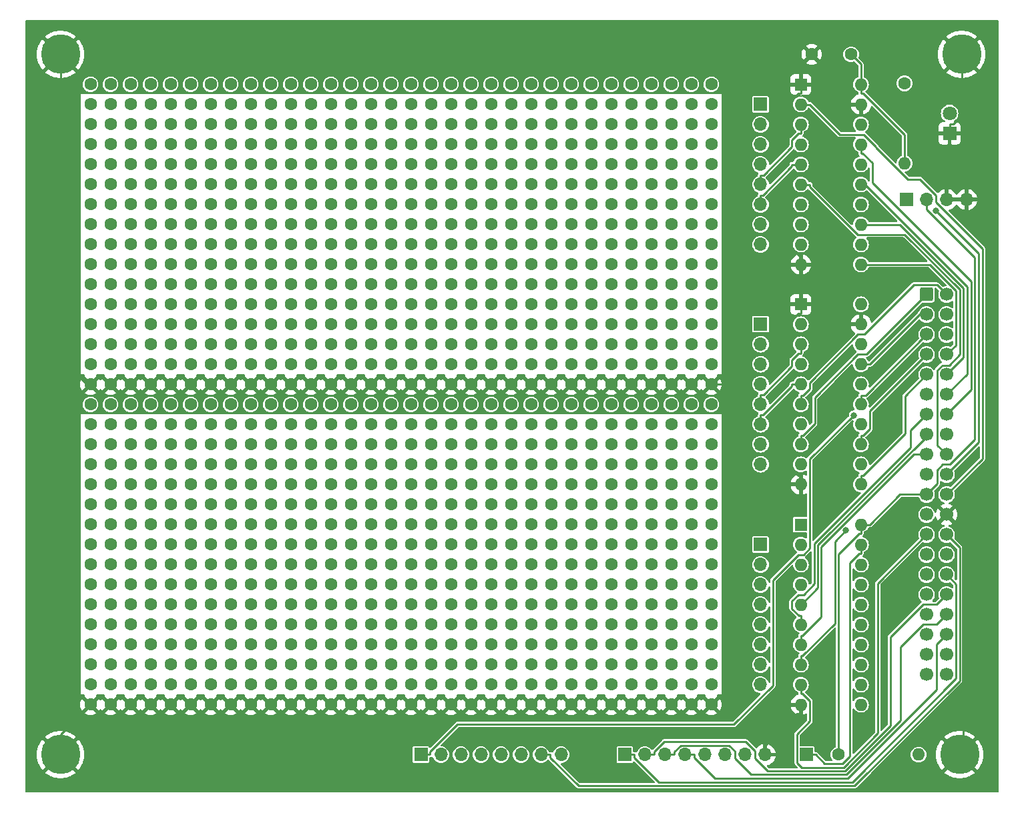
<source format=gbr>
%TF.GenerationSoftware,KiCad,Pcbnew,(7.0.0)*%
%TF.CreationDate,2023-03-05T15:13:49+10:30*%
%TF.ProjectId,ProtoBoard,50726f74-6f42-46f6-9172-642e6b696361,rev?*%
%TF.SameCoordinates,Original*%
%TF.FileFunction,Copper,L2,Bot*%
%TF.FilePolarity,Positive*%
%FSLAX46Y46*%
G04 Gerber Fmt 4.6, Leading zero omitted, Abs format (unit mm)*
G04 Created by KiCad (PCBNEW (7.0.0)) date 2023-03-05 15:13:49*
%MOMM*%
%LPD*%
G01*
G04 APERTURE LIST*
G04 Aperture macros list*
%AMRoundRect*
0 Rectangle with rounded corners*
0 $1 Rounding radius*
0 $2 $3 $4 $5 $6 $7 $8 $9 X,Y pos of 4 corners*
0 Add a 4 corners polygon primitive as box body*
4,1,4,$2,$3,$4,$5,$6,$7,$8,$9,$2,$3,0*
0 Add four circle primitives for the rounded corners*
1,1,$1+$1,$2,$3*
1,1,$1+$1,$4,$5*
1,1,$1+$1,$6,$7*
1,1,$1+$1,$8,$9*
0 Add four rect primitives between the rounded corners*
20,1,$1+$1,$2,$3,$4,$5,0*
20,1,$1+$1,$4,$5,$6,$7,0*
20,1,$1+$1,$6,$7,$8,$9,0*
20,1,$1+$1,$8,$9,$2,$3,0*%
G04 Aperture macros list end*
%TA.AperFunction,ComponentPad*%
%ADD10C,1.600000*%
%TD*%
%TA.AperFunction,ComponentPad*%
%ADD11R,1.600000X1.600000*%
%TD*%
%TA.AperFunction,ComponentPad*%
%ADD12O,1.600000X1.600000*%
%TD*%
%TA.AperFunction,ComponentPad*%
%ADD13R,1.700000X1.700000*%
%TD*%
%TA.AperFunction,ComponentPad*%
%ADD14RoundRect,0.250000X-0.600000X-0.600000X0.600000X-0.600000X0.600000X0.600000X-0.600000X0.600000X0*%
%TD*%
%TA.AperFunction,ComponentPad*%
%ADD15C,1.700000*%
%TD*%
%TA.AperFunction,ComponentPad*%
%ADD16O,1.700000X1.700000*%
%TD*%
%TA.AperFunction,ComponentPad*%
%ADD17C,5.000000*%
%TD*%
%TA.AperFunction,ComponentPad*%
%ADD18R,1.800000X1.800000*%
%TD*%
%TA.AperFunction,ComponentPad*%
%ADD19C,1.800000*%
%TD*%
%TA.AperFunction,ViaPad*%
%ADD20C,0.800000*%
%TD*%
%TA.AperFunction,Conductor*%
%ADD21C,0.250000*%
%TD*%
G04 APERTURE END LIST*
D10*
%TO.P,G8,1*%
%TO.N,N/C*%
X156083000Y-74168000D03*
%TO.P,G8,2*%
X156083000Y-76708000D03*
%TO.P,G8,3*%
X156083000Y-79248000D03*
%TO.P,G8,4*%
X156083000Y-81788000D03*
%TO.P,G8,5*%
X156083000Y-84328000D03*
%TO.P,G8,6*%
X156083000Y-86868000D03*
%TO.P,G8,7*%
X156083000Y-89408000D03*
%TO.P,G8,8*%
%TO.N,GND*%
X156083000Y-91948000D03*
%TO.P,G8,9*%
%TO.N,N/C*%
X158623000Y-74168000D03*
%TO.P,G8,10*%
X158623000Y-76708000D03*
%TO.P,G8,11*%
X158623000Y-79248000D03*
%TO.P,G8,12*%
X158623000Y-81788000D03*
%TO.P,G8,13*%
X158623000Y-84328000D03*
%TO.P,G8,14*%
X158623000Y-86868000D03*
%TO.P,G8,15*%
X158623000Y-89408000D03*
%TO.P,G8,16*%
%TO.N,GND*%
X158623000Y-91948000D03*
%TO.P,G8,17*%
%TO.N,N/C*%
X161163000Y-74168000D03*
%TO.P,G8,18*%
X161163000Y-76708000D03*
%TO.P,G8,19*%
X161163000Y-79248000D03*
%TO.P,G8,20*%
X161163000Y-81788000D03*
%TO.P,G8,21*%
X161163000Y-84328000D03*
%TO.P,G8,22*%
X161163000Y-86868000D03*
%TO.P,G8,23*%
X161163000Y-89408000D03*
%TO.P,G8,24*%
%TO.N,GND*%
X161163000Y-91948000D03*
%TO.P,G8,25*%
%TO.N,N/C*%
X163703000Y-74168000D03*
%TO.P,G8,26*%
X163703000Y-76708000D03*
%TO.P,G8,27*%
X163703000Y-79248000D03*
%TO.P,G8,28*%
X163703000Y-81788000D03*
%TO.P,G8,29*%
X163703000Y-84328000D03*
%TO.P,G8,30*%
X163703000Y-86868000D03*
%TO.P,G8,31*%
X163703000Y-89408000D03*
%TO.P,G8,32*%
%TO.N,GND*%
X163703000Y-91948000D03*
%TO.P,G8,33*%
%TO.N,N/C*%
X166243000Y-74168000D03*
%TO.P,G8,34*%
X166243000Y-76708000D03*
%TO.P,G8,35*%
X166243000Y-79248000D03*
%TO.P,G8,36*%
X166243000Y-81788000D03*
%TO.P,G8,37*%
X166243000Y-84328000D03*
%TO.P,G8,38*%
X166243000Y-86868000D03*
%TO.P,G8,39*%
X166243000Y-89408000D03*
%TO.P,G8,40*%
%TO.N,GND*%
X166243000Y-91948000D03*
%TO.P,G8,41*%
%TO.N,N/C*%
X168783000Y-74168000D03*
%TO.P,G8,42*%
X168783000Y-76708000D03*
%TO.P,G8,43*%
X168783000Y-79248000D03*
%TO.P,G8,44*%
X168783000Y-81788000D03*
%TO.P,G8,45*%
X168783000Y-84328000D03*
%TO.P,G8,46*%
X168783000Y-86868000D03*
%TO.P,G8,47*%
X168783000Y-89408000D03*
%TO.P,G8,48*%
%TO.N,GND*%
X168783000Y-91948000D03*
%TO.P,G8,49*%
%TO.N,N/C*%
X171323000Y-74168000D03*
%TO.P,G8,50*%
X171323000Y-76708000D03*
%TO.P,G8,51*%
X171323000Y-79248000D03*
%TO.P,G8,52*%
X171323000Y-81788000D03*
%TO.P,G8,53*%
X171323000Y-84328000D03*
%TO.P,G8,54*%
X171323000Y-86868000D03*
%TO.P,G8,55*%
X171323000Y-89408000D03*
%TO.P,G8,56*%
%TO.N,GND*%
X171323000Y-91948000D03*
%TO.P,G8,57*%
%TO.N,N/C*%
X173863000Y-74168000D03*
%TO.P,G8,58*%
X173863000Y-76708000D03*
%TO.P,G8,59*%
X173863000Y-79248000D03*
%TO.P,G8,60*%
X173863000Y-81788000D03*
%TO.P,G8,61*%
X173863000Y-84328000D03*
%TO.P,G8,62*%
X173863000Y-86868000D03*
%TO.P,G8,63*%
X173863000Y-89408000D03*
%TO.P,G8,64*%
%TO.N,GND*%
X173863000Y-91948000D03*
%TD*%
%TO.P,G9,1*%
%TO.N,+5V*%
X95123000Y-94488000D03*
%TO.P,G9,2*%
%TO.N,N/C*%
X95123000Y-97028000D03*
%TO.P,G9,3*%
X95123000Y-99568000D03*
%TO.P,G9,4*%
X95123000Y-102108000D03*
%TO.P,G9,5*%
X95123000Y-104648000D03*
%TO.P,G9,6*%
X95123000Y-107188000D03*
%TO.P,G9,7*%
X95123000Y-109728000D03*
%TO.P,G9,8*%
X95123000Y-112268000D03*
%TO.P,G9,9*%
%TO.N,+5V*%
X97663000Y-94488000D03*
%TO.P,G9,10*%
%TO.N,N/C*%
X97663000Y-97028000D03*
%TO.P,G9,11*%
X97663000Y-99568000D03*
%TO.P,G9,12*%
X97663000Y-102108000D03*
%TO.P,G9,13*%
X97663000Y-104648000D03*
%TO.P,G9,14*%
X97663000Y-107188000D03*
%TO.P,G9,15*%
X97663000Y-109728000D03*
%TO.P,G9,16*%
X97663000Y-112268000D03*
%TO.P,G9,17*%
%TO.N,+5V*%
X100203000Y-94488000D03*
%TO.P,G9,18*%
%TO.N,N/C*%
X100203000Y-97028000D03*
%TO.P,G9,19*%
X100203000Y-99568000D03*
%TO.P,G9,20*%
X100203000Y-102108000D03*
%TO.P,G9,21*%
X100203000Y-104648000D03*
%TO.P,G9,22*%
X100203000Y-107188000D03*
%TO.P,G9,23*%
X100203000Y-109728000D03*
%TO.P,G9,24*%
X100203000Y-112268000D03*
%TO.P,G9,25*%
%TO.N,+5V*%
X102743000Y-94488000D03*
%TO.P,G9,26*%
%TO.N,N/C*%
X102743000Y-97028000D03*
%TO.P,G9,27*%
X102743000Y-99568000D03*
%TO.P,G9,28*%
X102743000Y-102108000D03*
%TO.P,G9,29*%
X102743000Y-104648000D03*
%TO.P,G9,30*%
X102743000Y-107188000D03*
%TO.P,G9,31*%
X102743000Y-109728000D03*
%TO.P,G9,32*%
X102743000Y-112268000D03*
%TO.P,G9,33*%
%TO.N,+5V*%
X105283000Y-94488000D03*
%TO.P,G9,34*%
%TO.N,N/C*%
X105283000Y-97028000D03*
%TO.P,G9,35*%
X105283000Y-99568000D03*
%TO.P,G9,36*%
X105283000Y-102108000D03*
%TO.P,G9,37*%
X105283000Y-104648000D03*
%TO.P,G9,38*%
X105283000Y-107188000D03*
%TO.P,G9,39*%
X105283000Y-109728000D03*
%TO.P,G9,40*%
X105283000Y-112268000D03*
%TO.P,G9,41*%
%TO.N,+5V*%
X107823000Y-94488000D03*
%TO.P,G9,42*%
%TO.N,N/C*%
X107823000Y-97028000D03*
%TO.P,G9,43*%
X107823000Y-99568000D03*
%TO.P,G9,44*%
X107823000Y-102108000D03*
%TO.P,G9,45*%
X107823000Y-104648000D03*
%TO.P,G9,46*%
X107823000Y-107188000D03*
%TO.P,G9,47*%
X107823000Y-109728000D03*
%TO.P,G9,48*%
X107823000Y-112268000D03*
%TO.P,G9,49*%
%TO.N,+5V*%
X110363000Y-94488000D03*
%TO.P,G9,50*%
%TO.N,N/C*%
X110363000Y-97028000D03*
%TO.P,G9,51*%
X110363000Y-99568000D03*
%TO.P,G9,52*%
X110363000Y-102108000D03*
%TO.P,G9,53*%
X110363000Y-104648000D03*
%TO.P,G9,54*%
X110363000Y-107188000D03*
%TO.P,G9,55*%
X110363000Y-109728000D03*
%TO.P,G9,56*%
X110363000Y-112268000D03*
%TO.P,G9,57*%
%TO.N,+5V*%
X112903000Y-94488000D03*
%TO.P,G9,58*%
%TO.N,N/C*%
X112903000Y-97028000D03*
%TO.P,G9,59*%
X112903000Y-99568000D03*
%TO.P,G9,60*%
X112903000Y-102108000D03*
%TO.P,G9,61*%
X112903000Y-104648000D03*
%TO.P,G9,62*%
X112903000Y-107188000D03*
%TO.P,G9,63*%
X112903000Y-109728000D03*
%TO.P,G9,64*%
X112903000Y-112268000D03*
%TD*%
D11*
%TO.P,U1,1,A->B*%
%TO.N,/~{RD}*%
X185226799Y-109732999D03*
D12*
%TO.P,U1,2,A0*%
%TO.N,/D0*%
X185226799Y-112272999D03*
%TO.P,U1,3,A1*%
%TO.N,/D1*%
X185226799Y-114812999D03*
%TO.P,U1,4,A2*%
%TO.N,/D2*%
X185226799Y-117352999D03*
%TO.P,U1,5,A3*%
%TO.N,/D3*%
X185226799Y-119892999D03*
%TO.P,U1,6,A4*%
%TO.N,/D4*%
X185226799Y-122432999D03*
%TO.P,U1,7,A5*%
%TO.N,/D5*%
X185226799Y-124972999D03*
%TO.P,U1,8,A6*%
%TO.N,/D6*%
X185226799Y-127512999D03*
%TO.P,U1,9,A7*%
%TO.N,/D7*%
X185226799Y-130052999D03*
%TO.P,U1,10,GND*%
%TO.N,GND*%
X185226799Y-132592999D03*
%TO.P,U1,11,B7*%
%TO.N,/_D7*%
X192846799Y-132592999D03*
%TO.P,U1,12,B6*%
%TO.N,/_D6*%
X192846799Y-130052999D03*
%TO.P,U1,13,B5*%
%TO.N,/_D5*%
X192846799Y-127512999D03*
%TO.P,U1,14,B4*%
%TO.N,/_D4*%
X192846799Y-124972999D03*
%TO.P,U1,15,B3*%
%TO.N,/_D3*%
X192846799Y-122432999D03*
%TO.P,U1,16,B2*%
%TO.N,/_D2*%
X192846799Y-119892999D03*
%TO.P,U1,17,B1*%
%TO.N,/_D1*%
X192846799Y-117352999D03*
%TO.P,U1,18,B0*%
%TO.N,/_D0*%
X192846799Y-114812999D03*
%TO.P,U1,19,CE*%
%TO.N,Net-(J2-Pad1)*%
X192846799Y-112272999D03*
%TO.P,U1,20,VCC*%
%TO.N,+5V*%
X192846799Y-109732999D03*
%TD*%
D10*
%TO.P,G4,1*%
%TO.N,+5V*%
X156083000Y-53848000D03*
%TO.P,G4,2*%
%TO.N,N/C*%
X156083000Y-56388000D03*
%TO.P,G4,3*%
X156083000Y-58928000D03*
%TO.P,G4,4*%
X156083000Y-61468000D03*
%TO.P,G4,5*%
X156083000Y-64008000D03*
%TO.P,G4,6*%
X156083000Y-66548000D03*
%TO.P,G4,7*%
X156083000Y-69088000D03*
%TO.P,G4,8*%
X156083000Y-71628000D03*
%TO.P,G4,9*%
%TO.N,+5V*%
X158623000Y-53848000D03*
%TO.P,G4,10*%
%TO.N,N/C*%
X158623000Y-56388000D03*
%TO.P,G4,11*%
X158623000Y-58928000D03*
%TO.P,G4,12*%
X158623000Y-61468000D03*
%TO.P,G4,13*%
X158623000Y-64008000D03*
%TO.P,G4,14*%
X158623000Y-66548000D03*
%TO.P,G4,15*%
X158623000Y-69088000D03*
%TO.P,G4,16*%
X158623000Y-71628000D03*
%TO.P,G4,17*%
%TO.N,+5V*%
X161163000Y-53848000D03*
%TO.P,G4,18*%
%TO.N,N/C*%
X161163000Y-56388000D03*
%TO.P,G4,19*%
X161163000Y-58928000D03*
%TO.P,G4,20*%
X161163000Y-61468000D03*
%TO.P,G4,21*%
X161163000Y-64008000D03*
%TO.P,G4,22*%
X161163000Y-66548000D03*
%TO.P,G4,23*%
X161163000Y-69088000D03*
%TO.P,G4,24*%
X161163000Y-71628000D03*
%TO.P,G4,25*%
%TO.N,+5V*%
X163703000Y-53848000D03*
%TO.P,G4,26*%
%TO.N,N/C*%
X163703000Y-56388000D03*
%TO.P,G4,27*%
X163703000Y-58928000D03*
%TO.P,G4,28*%
X163703000Y-61468000D03*
%TO.P,G4,29*%
X163703000Y-64008000D03*
%TO.P,G4,30*%
X163703000Y-66548000D03*
%TO.P,G4,31*%
X163703000Y-69088000D03*
%TO.P,G4,32*%
X163703000Y-71628000D03*
%TO.P,G4,33*%
%TO.N,+5V*%
X166243000Y-53848000D03*
%TO.P,G4,34*%
%TO.N,N/C*%
X166243000Y-56388000D03*
%TO.P,G4,35*%
X166243000Y-58928000D03*
%TO.P,G4,36*%
X166243000Y-61468000D03*
%TO.P,G4,37*%
X166243000Y-64008000D03*
%TO.P,G4,38*%
X166243000Y-66548000D03*
%TO.P,G4,39*%
X166243000Y-69088000D03*
%TO.P,G4,40*%
X166243000Y-71628000D03*
%TO.P,G4,41*%
%TO.N,+5V*%
X168783000Y-53848000D03*
%TO.P,G4,42*%
%TO.N,N/C*%
X168783000Y-56388000D03*
%TO.P,G4,43*%
X168783000Y-58928000D03*
%TO.P,G4,44*%
X168783000Y-61468000D03*
%TO.P,G4,45*%
X168783000Y-64008000D03*
%TO.P,G4,46*%
X168783000Y-66548000D03*
%TO.P,G4,47*%
X168783000Y-69088000D03*
%TO.P,G4,48*%
X168783000Y-71628000D03*
%TO.P,G4,49*%
%TO.N,+5V*%
X171323000Y-53848000D03*
%TO.P,G4,50*%
%TO.N,N/C*%
X171323000Y-56388000D03*
%TO.P,G4,51*%
X171323000Y-58928000D03*
%TO.P,G4,52*%
X171323000Y-61468000D03*
%TO.P,G4,53*%
X171323000Y-64008000D03*
%TO.P,G4,54*%
X171323000Y-66548000D03*
%TO.P,G4,55*%
X171323000Y-69088000D03*
%TO.P,G4,56*%
X171323000Y-71628000D03*
%TO.P,G4,57*%
%TO.N,+5V*%
X173863000Y-53848000D03*
%TO.P,G4,58*%
%TO.N,N/C*%
X173863000Y-56388000D03*
%TO.P,G4,59*%
X173863000Y-58928000D03*
%TO.P,G4,60*%
X173863000Y-61468000D03*
%TO.P,G4,61*%
X173863000Y-64008000D03*
%TO.P,G4,62*%
X173863000Y-66548000D03*
%TO.P,G4,63*%
X173863000Y-69088000D03*
%TO.P,G4,64*%
X173863000Y-71628000D03*
%TD*%
%TO.P,G15,1*%
%TO.N,N/C*%
X135763000Y-114808000D03*
%TO.P,G15,2*%
X135763000Y-117348000D03*
%TO.P,G15,3*%
X135763000Y-119888000D03*
%TO.P,G15,4*%
X135763000Y-122428000D03*
%TO.P,G15,5*%
X135763000Y-124968000D03*
%TO.P,G15,6*%
X135763000Y-127508000D03*
%TO.P,G15,7*%
X135763000Y-130048000D03*
%TO.P,G15,8*%
%TO.N,GND*%
X135763000Y-132588000D03*
%TO.P,G15,9*%
%TO.N,N/C*%
X138303000Y-114808000D03*
%TO.P,G15,10*%
X138303000Y-117348000D03*
%TO.P,G15,11*%
X138303000Y-119888000D03*
%TO.P,G15,12*%
X138303000Y-122428000D03*
%TO.P,G15,13*%
X138303000Y-124968000D03*
%TO.P,G15,14*%
X138303000Y-127508000D03*
%TO.P,G15,15*%
X138303000Y-130048000D03*
%TO.P,G15,16*%
%TO.N,GND*%
X138303000Y-132588000D03*
%TO.P,G15,17*%
%TO.N,N/C*%
X140843000Y-114808000D03*
%TO.P,G15,18*%
X140843000Y-117348000D03*
%TO.P,G15,19*%
X140843000Y-119888000D03*
%TO.P,G15,20*%
X140843000Y-122428000D03*
%TO.P,G15,21*%
X140843000Y-124968000D03*
%TO.P,G15,22*%
X140843000Y-127508000D03*
%TO.P,G15,23*%
X140843000Y-130048000D03*
%TO.P,G15,24*%
%TO.N,GND*%
X140843000Y-132588000D03*
%TO.P,G15,25*%
%TO.N,N/C*%
X143383000Y-114808000D03*
%TO.P,G15,26*%
X143383000Y-117348000D03*
%TO.P,G15,27*%
X143383000Y-119888000D03*
%TO.P,G15,28*%
X143383000Y-122428000D03*
%TO.P,G15,29*%
X143383000Y-124968000D03*
%TO.P,G15,30*%
X143383000Y-127508000D03*
%TO.P,G15,31*%
X143383000Y-130048000D03*
%TO.P,G15,32*%
%TO.N,GND*%
X143383000Y-132588000D03*
%TO.P,G15,33*%
%TO.N,N/C*%
X145923000Y-114808000D03*
%TO.P,G15,34*%
X145923000Y-117348000D03*
%TO.P,G15,35*%
X145923000Y-119888000D03*
%TO.P,G15,36*%
X145923000Y-122428000D03*
%TO.P,G15,37*%
X145923000Y-124968000D03*
%TO.P,G15,38*%
X145923000Y-127508000D03*
%TO.P,G15,39*%
X145923000Y-130048000D03*
%TO.P,G15,40*%
%TO.N,GND*%
X145923000Y-132588000D03*
%TO.P,G15,41*%
%TO.N,N/C*%
X148463000Y-114808000D03*
%TO.P,G15,42*%
X148463000Y-117348000D03*
%TO.P,G15,43*%
X148463000Y-119888000D03*
%TO.P,G15,44*%
X148463000Y-122428000D03*
%TO.P,G15,45*%
X148463000Y-124968000D03*
%TO.P,G15,46*%
X148463000Y-127508000D03*
%TO.P,G15,47*%
X148463000Y-130048000D03*
%TO.P,G15,48*%
%TO.N,GND*%
X148463000Y-132588000D03*
%TO.P,G15,49*%
%TO.N,N/C*%
X151003000Y-114808000D03*
%TO.P,G15,50*%
X151003000Y-117348000D03*
%TO.P,G15,51*%
X151003000Y-119888000D03*
%TO.P,G15,52*%
X151003000Y-122428000D03*
%TO.P,G15,53*%
X151003000Y-124968000D03*
%TO.P,G15,54*%
X151003000Y-127508000D03*
%TO.P,G15,55*%
X151003000Y-130048000D03*
%TO.P,G15,56*%
%TO.N,GND*%
X151003000Y-132588000D03*
%TO.P,G15,57*%
%TO.N,N/C*%
X153543000Y-114808000D03*
%TO.P,G15,58*%
X153543000Y-117348000D03*
%TO.P,G15,59*%
X153543000Y-119888000D03*
%TO.P,G15,60*%
X153543000Y-122428000D03*
%TO.P,G15,61*%
X153543000Y-124968000D03*
%TO.P,G15,62*%
X153543000Y-127508000D03*
%TO.P,G15,63*%
X153543000Y-130048000D03*
%TO.P,G15,64*%
%TO.N,GND*%
X153543000Y-132588000D03*
%TD*%
%TO.P,G11,1*%
%TO.N,+5V*%
X135763000Y-94488000D03*
%TO.P,G11,2*%
%TO.N,N/C*%
X135763000Y-97028000D03*
%TO.P,G11,3*%
X135763000Y-99568000D03*
%TO.P,G11,4*%
X135763000Y-102108000D03*
%TO.P,G11,5*%
X135763000Y-104648000D03*
%TO.P,G11,6*%
X135763000Y-107188000D03*
%TO.P,G11,7*%
X135763000Y-109728000D03*
%TO.P,G11,8*%
X135763000Y-112268000D03*
%TO.P,G11,9*%
%TO.N,+5V*%
X138303000Y-94488000D03*
%TO.P,G11,10*%
%TO.N,N/C*%
X138303000Y-97028000D03*
%TO.P,G11,11*%
X138303000Y-99568000D03*
%TO.P,G11,12*%
X138303000Y-102108000D03*
%TO.P,G11,13*%
X138303000Y-104648000D03*
%TO.P,G11,14*%
X138303000Y-107188000D03*
%TO.P,G11,15*%
X138303000Y-109728000D03*
%TO.P,G11,16*%
X138303000Y-112268000D03*
%TO.P,G11,17*%
%TO.N,+5V*%
X140843000Y-94488000D03*
%TO.P,G11,18*%
%TO.N,N/C*%
X140843000Y-97028000D03*
%TO.P,G11,19*%
X140843000Y-99568000D03*
%TO.P,G11,20*%
X140843000Y-102108000D03*
%TO.P,G11,21*%
X140843000Y-104648000D03*
%TO.P,G11,22*%
X140843000Y-107188000D03*
%TO.P,G11,23*%
X140843000Y-109728000D03*
%TO.P,G11,24*%
X140843000Y-112268000D03*
%TO.P,G11,25*%
%TO.N,+5V*%
X143383000Y-94488000D03*
%TO.P,G11,26*%
%TO.N,N/C*%
X143383000Y-97028000D03*
%TO.P,G11,27*%
X143383000Y-99568000D03*
%TO.P,G11,28*%
X143383000Y-102108000D03*
%TO.P,G11,29*%
X143383000Y-104648000D03*
%TO.P,G11,30*%
X143383000Y-107188000D03*
%TO.P,G11,31*%
X143383000Y-109728000D03*
%TO.P,G11,32*%
X143383000Y-112268000D03*
%TO.P,G11,33*%
%TO.N,+5V*%
X145923000Y-94488000D03*
%TO.P,G11,34*%
%TO.N,N/C*%
X145923000Y-97028000D03*
%TO.P,G11,35*%
X145923000Y-99568000D03*
%TO.P,G11,36*%
X145923000Y-102108000D03*
%TO.P,G11,37*%
X145923000Y-104648000D03*
%TO.P,G11,38*%
X145923000Y-107188000D03*
%TO.P,G11,39*%
X145923000Y-109728000D03*
%TO.P,G11,40*%
X145923000Y-112268000D03*
%TO.P,G11,41*%
%TO.N,+5V*%
X148463000Y-94488000D03*
%TO.P,G11,42*%
%TO.N,N/C*%
X148463000Y-97028000D03*
%TO.P,G11,43*%
X148463000Y-99568000D03*
%TO.P,G11,44*%
X148463000Y-102108000D03*
%TO.P,G11,45*%
X148463000Y-104648000D03*
%TO.P,G11,46*%
X148463000Y-107188000D03*
%TO.P,G11,47*%
X148463000Y-109728000D03*
%TO.P,G11,48*%
X148463000Y-112268000D03*
%TO.P,G11,49*%
%TO.N,+5V*%
X151003000Y-94488000D03*
%TO.P,G11,50*%
%TO.N,N/C*%
X151003000Y-97028000D03*
%TO.P,G11,51*%
X151003000Y-99568000D03*
%TO.P,G11,52*%
X151003000Y-102108000D03*
%TO.P,G11,53*%
X151003000Y-104648000D03*
%TO.P,G11,54*%
X151003000Y-107188000D03*
%TO.P,G11,55*%
X151003000Y-109728000D03*
%TO.P,G11,56*%
X151003000Y-112268000D03*
%TO.P,G11,57*%
%TO.N,+5V*%
X153543000Y-94488000D03*
%TO.P,G11,58*%
%TO.N,N/C*%
X153543000Y-97028000D03*
%TO.P,G11,59*%
X153543000Y-99568000D03*
%TO.P,G11,60*%
X153543000Y-102108000D03*
%TO.P,G11,61*%
X153543000Y-104648000D03*
%TO.P,G11,62*%
X153543000Y-107188000D03*
%TO.P,G11,63*%
X153543000Y-109728000D03*
%TO.P,G11,64*%
X153543000Y-112268000D03*
%TD*%
D13*
%TO.P,J2,1,Pin_1*%
%TO.N,Net-(J2-Pad1)*%
X185927999Y-138937999D03*
%TD*%
D14*
%TO.P,J1,1,Pin_1*%
%TO.N,/A11*%
X201168000Y-80518000D03*
D15*
%TO.P,J1,2,Pin_2*%
%TO.N,/A12*%
X201168000Y-83058000D03*
%TO.P,J1,3,Pin_3*%
%TO.N,/A13*%
X201168000Y-85598000D03*
%TO.P,J1,4,Pin_4*%
%TO.N,/A14*%
X201168000Y-88138000D03*
%TO.P,J1,5,Pin_5*%
%TO.N,/A15*%
X201168000Y-90678000D03*
%TO.P,J1,6,Pin_6*%
%TO.N,/CLK*%
X201168000Y-93218000D03*
%TO.P,J1,7,Pin_7*%
%TO.N,/D4*%
X201168000Y-95758000D03*
%TO.P,J1,8,Pin_8*%
%TO.N,/D3*%
X201168000Y-98298000D03*
%TO.P,J1,9,Pin_9*%
%TO.N,/D5*%
X201168000Y-100838000D03*
%TO.P,J1,10,Pin_10*%
%TO.N,/D6*%
X201168000Y-103378000D03*
%TO.P,J1,11,Pin_11*%
%TO.N,+5V*%
X201168000Y-105918000D03*
%TO.P,J1,12,Pin_12*%
%TO.N,/D2*%
X201168000Y-108458000D03*
%TO.P,J1,13,Pin_13*%
%TO.N,/D7*%
X201168000Y-110998000D03*
%TO.P,J1,14,Pin_14*%
%TO.N,/D0*%
X201168000Y-113538000D03*
%TO.P,J1,15,Pin_15*%
%TO.N,/D1*%
X201168000Y-116078000D03*
%TO.P,J1,16,Pin_16*%
%TO.N,/~{INT}*%
X201168000Y-118618000D03*
%TO.P,J1,17,Pin_17*%
%TO.N,/~{NMI}*%
X201168000Y-121158000D03*
%TO.P,J1,18,Pin_18*%
%TO.N,/~{HALT}*%
X201168000Y-123698000D03*
%TO.P,J1,19,Pin_19*%
%TO.N,/~{MREQ}*%
X201168000Y-126238000D03*
%TO.P,J1,20,Pin_20*%
%TO.N,/~{IORQ}*%
X201168000Y-128778000D03*
%TO.P,J1,21,Pin_21*%
%TO.N,/~{RD}*%
X203708000Y-128778000D03*
%TO.P,J1,22,Pin_22*%
%TO.N,/~{WR}*%
X203708000Y-126238000D03*
%TO.P,J1,23,Pin_23*%
%TO.N,/~{BUSAK}*%
X203708000Y-123698000D03*
%TO.P,J1,24,Pin_24*%
%TO.N,/~{WAIT}*%
X203708000Y-121158000D03*
%TO.P,J1,25,Pin_25*%
%TO.N,/~{BUSRQ}*%
X203708000Y-118618000D03*
%TO.P,J1,26,Pin_26*%
%TO.N,/~{RST}*%
X203708000Y-116078000D03*
%TO.P,J1,27,Pin_27*%
%TO.N,/~{M1}*%
X203708000Y-113538000D03*
%TO.P,J1,28,Pin_28*%
%TO.N,/~{RFSH}*%
X203708000Y-110998000D03*
%TO.P,J1,29,Pin_29*%
%TO.N,GND*%
X203708000Y-108458000D03*
%TO.P,J1,30,Pin_30*%
%TO.N,/A0*%
X203708000Y-105918000D03*
%TO.P,J1,31,Pin_31*%
%TO.N,/A1*%
X203708000Y-103378000D03*
%TO.P,J1,32,Pin_32*%
%TO.N,/A2*%
X203708000Y-100838000D03*
%TO.P,J1,33,Pin_33*%
%TO.N,/A3*%
X203708000Y-98298000D03*
%TO.P,J1,34,Pin_34*%
%TO.N,/A4*%
X203708000Y-95758000D03*
%TO.P,J1,35,Pin_35*%
%TO.N,/A5*%
X203708000Y-93218000D03*
%TO.P,J1,36,Pin_36*%
%TO.N,/A6*%
X203708000Y-90678000D03*
%TO.P,J1,37,Pin_37*%
%TO.N,/A7*%
X203708000Y-88138000D03*
%TO.P,J1,38,Pin_38*%
%TO.N,/A8*%
X203708000Y-85598000D03*
%TO.P,J1,39,Pin_39*%
%TO.N,/A9*%
X203708000Y-83058000D03*
%TO.P,J1,40,Pin_40*%
%TO.N,/A10*%
X203708000Y-80518000D03*
%TD*%
D10*
%TO.P,R2,1*%
%TO.N,Net-(D1-Pad2)*%
X198374000Y-53721000D03*
D12*
%TO.P,R2,2*%
%TO.N,+5V*%
X198373999Y-63880999D03*
%TD*%
D13*
%TO.P,J4,1,Pin_1*%
%TO.N,+5V*%
X198637999Y-68452999D03*
D16*
%TO.P,J4,2,Pin_2*%
X201177999Y-68452999D03*
%TO.P,J4,3,Pin_3*%
%TO.N,GND*%
X203717999Y-68452999D03*
%TO.P,J4,4,Pin_4*%
X206257999Y-68452999D03*
%TD*%
D10*
%TO.P,G5,1*%
%TO.N,N/C*%
X95123000Y-74168000D03*
%TO.P,G5,2*%
X95123000Y-76708000D03*
%TO.P,G5,3*%
X95123000Y-79248000D03*
%TO.P,G5,4*%
X95123000Y-81788000D03*
%TO.P,G5,5*%
X95123000Y-84328000D03*
%TO.P,G5,6*%
X95123000Y-86868000D03*
%TO.P,G5,7*%
X95123000Y-89408000D03*
%TO.P,G5,8*%
%TO.N,GND*%
X95123000Y-91948000D03*
%TO.P,G5,9*%
%TO.N,N/C*%
X97663000Y-74168000D03*
%TO.P,G5,10*%
X97663000Y-76708000D03*
%TO.P,G5,11*%
X97663000Y-79248000D03*
%TO.P,G5,12*%
X97663000Y-81788000D03*
%TO.P,G5,13*%
X97663000Y-84328000D03*
%TO.P,G5,14*%
X97663000Y-86868000D03*
%TO.P,G5,15*%
X97663000Y-89408000D03*
%TO.P,G5,16*%
%TO.N,GND*%
X97663000Y-91948000D03*
%TO.P,G5,17*%
%TO.N,N/C*%
X100203000Y-74168000D03*
%TO.P,G5,18*%
X100203000Y-76708000D03*
%TO.P,G5,19*%
X100203000Y-79248000D03*
%TO.P,G5,20*%
X100203000Y-81788000D03*
%TO.P,G5,21*%
X100203000Y-84328000D03*
%TO.P,G5,22*%
X100203000Y-86868000D03*
%TO.P,G5,23*%
X100203000Y-89408000D03*
%TO.P,G5,24*%
%TO.N,GND*%
X100203000Y-91948000D03*
%TO.P,G5,25*%
%TO.N,N/C*%
X102743000Y-74168000D03*
%TO.P,G5,26*%
X102743000Y-76708000D03*
%TO.P,G5,27*%
X102743000Y-79248000D03*
%TO.P,G5,28*%
X102743000Y-81788000D03*
%TO.P,G5,29*%
X102743000Y-84328000D03*
%TO.P,G5,30*%
X102743000Y-86868000D03*
%TO.P,G5,31*%
X102743000Y-89408000D03*
%TO.P,G5,32*%
%TO.N,GND*%
X102743000Y-91948000D03*
%TO.P,G5,33*%
%TO.N,N/C*%
X105283000Y-74168000D03*
%TO.P,G5,34*%
X105283000Y-76708000D03*
%TO.P,G5,35*%
X105283000Y-79248000D03*
%TO.P,G5,36*%
X105283000Y-81788000D03*
%TO.P,G5,37*%
X105283000Y-84328000D03*
%TO.P,G5,38*%
X105283000Y-86868000D03*
%TO.P,G5,39*%
X105283000Y-89408000D03*
%TO.P,G5,40*%
%TO.N,GND*%
X105283000Y-91948000D03*
%TO.P,G5,41*%
%TO.N,N/C*%
X107823000Y-74168000D03*
%TO.P,G5,42*%
X107823000Y-76708000D03*
%TO.P,G5,43*%
X107823000Y-79248000D03*
%TO.P,G5,44*%
X107823000Y-81788000D03*
%TO.P,G5,45*%
X107823000Y-84328000D03*
%TO.P,G5,46*%
X107823000Y-86868000D03*
%TO.P,G5,47*%
X107823000Y-89408000D03*
%TO.P,G5,48*%
%TO.N,GND*%
X107823000Y-91948000D03*
%TO.P,G5,49*%
%TO.N,N/C*%
X110363000Y-74168000D03*
%TO.P,G5,50*%
X110363000Y-76708000D03*
%TO.P,G5,51*%
X110363000Y-79248000D03*
%TO.P,G5,52*%
X110363000Y-81788000D03*
%TO.P,G5,53*%
X110363000Y-84328000D03*
%TO.P,G5,54*%
X110363000Y-86868000D03*
%TO.P,G5,55*%
X110363000Y-89408000D03*
%TO.P,G5,56*%
%TO.N,GND*%
X110363000Y-91948000D03*
%TO.P,G5,57*%
%TO.N,N/C*%
X112903000Y-74168000D03*
%TO.P,G5,58*%
X112903000Y-76708000D03*
%TO.P,G5,59*%
X112903000Y-79248000D03*
%TO.P,G5,60*%
X112903000Y-81788000D03*
%TO.P,G5,61*%
X112903000Y-84328000D03*
%TO.P,G5,62*%
X112903000Y-86868000D03*
%TO.P,G5,63*%
X112903000Y-89408000D03*
%TO.P,G5,64*%
%TO.N,GND*%
X112903000Y-91948000D03*
%TD*%
%TO.P,G14,1*%
%TO.N,N/C*%
X115443000Y-114808000D03*
%TO.P,G14,2*%
X115443000Y-117348000D03*
%TO.P,G14,3*%
X115443000Y-119888000D03*
%TO.P,G14,4*%
X115443000Y-122428000D03*
%TO.P,G14,5*%
X115443000Y-124968000D03*
%TO.P,G14,6*%
X115443000Y-127508000D03*
%TO.P,G14,7*%
X115443000Y-130048000D03*
%TO.P,G14,8*%
%TO.N,GND*%
X115443000Y-132588000D03*
%TO.P,G14,9*%
%TO.N,N/C*%
X117983000Y-114808000D03*
%TO.P,G14,10*%
X117983000Y-117348000D03*
%TO.P,G14,11*%
X117983000Y-119888000D03*
%TO.P,G14,12*%
X117983000Y-122428000D03*
%TO.P,G14,13*%
X117983000Y-124968000D03*
%TO.P,G14,14*%
X117983000Y-127508000D03*
%TO.P,G14,15*%
X117983000Y-130048000D03*
%TO.P,G14,16*%
%TO.N,GND*%
X117983000Y-132588000D03*
%TO.P,G14,17*%
%TO.N,N/C*%
X120523000Y-114808000D03*
%TO.P,G14,18*%
X120523000Y-117348000D03*
%TO.P,G14,19*%
X120523000Y-119888000D03*
%TO.P,G14,20*%
X120523000Y-122428000D03*
%TO.P,G14,21*%
X120523000Y-124968000D03*
%TO.P,G14,22*%
X120523000Y-127508000D03*
%TO.P,G14,23*%
X120523000Y-130048000D03*
%TO.P,G14,24*%
%TO.N,GND*%
X120523000Y-132588000D03*
%TO.P,G14,25*%
%TO.N,N/C*%
X123063000Y-114808000D03*
%TO.P,G14,26*%
X123063000Y-117348000D03*
%TO.P,G14,27*%
X123063000Y-119888000D03*
%TO.P,G14,28*%
X123063000Y-122428000D03*
%TO.P,G14,29*%
X123063000Y-124968000D03*
%TO.P,G14,30*%
X123063000Y-127508000D03*
%TO.P,G14,31*%
X123063000Y-130048000D03*
%TO.P,G14,32*%
%TO.N,GND*%
X123063000Y-132588000D03*
%TO.P,G14,33*%
%TO.N,N/C*%
X125603000Y-114808000D03*
%TO.P,G14,34*%
X125603000Y-117348000D03*
%TO.P,G14,35*%
X125603000Y-119888000D03*
%TO.P,G14,36*%
X125603000Y-122428000D03*
%TO.P,G14,37*%
X125603000Y-124968000D03*
%TO.P,G14,38*%
X125603000Y-127508000D03*
%TO.P,G14,39*%
X125603000Y-130048000D03*
%TO.P,G14,40*%
%TO.N,GND*%
X125603000Y-132588000D03*
%TO.P,G14,41*%
%TO.N,N/C*%
X128143000Y-114808000D03*
%TO.P,G14,42*%
X128143000Y-117348000D03*
%TO.P,G14,43*%
X128143000Y-119888000D03*
%TO.P,G14,44*%
X128143000Y-122428000D03*
%TO.P,G14,45*%
X128143000Y-124968000D03*
%TO.P,G14,46*%
X128143000Y-127508000D03*
%TO.P,G14,47*%
X128143000Y-130048000D03*
%TO.P,G14,48*%
%TO.N,GND*%
X128143000Y-132588000D03*
%TO.P,G14,49*%
%TO.N,N/C*%
X130683000Y-114808000D03*
%TO.P,G14,50*%
X130683000Y-117348000D03*
%TO.P,G14,51*%
X130683000Y-119888000D03*
%TO.P,G14,52*%
X130683000Y-122428000D03*
%TO.P,G14,53*%
X130683000Y-124968000D03*
%TO.P,G14,54*%
X130683000Y-127508000D03*
%TO.P,G14,55*%
X130683000Y-130048000D03*
%TO.P,G14,56*%
%TO.N,GND*%
X130683000Y-132588000D03*
%TO.P,G14,57*%
%TO.N,N/C*%
X133223000Y-114808000D03*
%TO.P,G14,58*%
X133223000Y-117348000D03*
%TO.P,G14,59*%
X133223000Y-119888000D03*
%TO.P,G14,60*%
X133223000Y-122428000D03*
%TO.P,G14,61*%
X133223000Y-124968000D03*
%TO.P,G14,62*%
X133223000Y-127508000D03*
%TO.P,G14,63*%
X133223000Y-130048000D03*
%TO.P,G14,64*%
%TO.N,GND*%
X133223000Y-132588000D03*
%TD*%
D13*
%TO.P,J8,1,Pin_1*%
%TO.N,/~{RST}*%
X162905199Y-138937999D03*
D16*
%TO.P,J8,2,Pin_2*%
%TO.N,/~{BUSRQ}*%
X165445199Y-138937999D03*
%TO.P,J8,3,Pin_3*%
%TO.N,/~{WAIT}*%
X167985199Y-138937999D03*
%TO.P,J8,4,Pin_4*%
%TO.N,/~{BUSAK}*%
X170525199Y-138937999D03*
%TO.P,J8,5,Pin_5*%
%TO.N,/~{WR}*%
X173065199Y-138937999D03*
%TO.P,J8,6,Pin_6*%
%TO.N,/~{RD}*%
X175605199Y-138937999D03*
%TO.P,J8,7,Pin_7*%
%TO.N,+5V*%
X178145199Y-138937999D03*
%TO.P,J8,8,Pin_8*%
%TO.N,GND*%
X180685199Y-138937999D03*
%TD*%
D17*
%TO.P,H2,1,1*%
%TO.N,GND*%
X91313000Y-138938000D03*
%TD*%
%TO.P,H1,1,1*%
%TO.N,GND*%
X205359000Y-138938000D03*
%TD*%
D10*
%TO.P,G7,1*%
%TO.N,N/C*%
X135763000Y-74168000D03*
%TO.P,G7,2*%
X135763000Y-76708000D03*
%TO.P,G7,3*%
X135763000Y-79248000D03*
%TO.P,G7,4*%
X135763000Y-81788000D03*
%TO.P,G7,5*%
X135763000Y-84328000D03*
%TO.P,G7,6*%
X135763000Y-86868000D03*
%TO.P,G7,7*%
X135763000Y-89408000D03*
%TO.P,G7,8*%
%TO.N,GND*%
X135763000Y-91948000D03*
%TO.P,G7,9*%
%TO.N,N/C*%
X138303000Y-74168000D03*
%TO.P,G7,10*%
X138303000Y-76708000D03*
%TO.P,G7,11*%
X138303000Y-79248000D03*
%TO.P,G7,12*%
X138303000Y-81788000D03*
%TO.P,G7,13*%
X138303000Y-84328000D03*
%TO.P,G7,14*%
X138303000Y-86868000D03*
%TO.P,G7,15*%
X138303000Y-89408000D03*
%TO.P,G7,16*%
%TO.N,GND*%
X138303000Y-91948000D03*
%TO.P,G7,17*%
%TO.N,N/C*%
X140843000Y-74168000D03*
%TO.P,G7,18*%
X140843000Y-76708000D03*
%TO.P,G7,19*%
X140843000Y-79248000D03*
%TO.P,G7,20*%
X140843000Y-81788000D03*
%TO.P,G7,21*%
X140843000Y-84328000D03*
%TO.P,G7,22*%
X140843000Y-86868000D03*
%TO.P,G7,23*%
X140843000Y-89408000D03*
%TO.P,G7,24*%
%TO.N,GND*%
X140843000Y-91948000D03*
%TO.P,G7,25*%
%TO.N,N/C*%
X143383000Y-74168000D03*
%TO.P,G7,26*%
X143383000Y-76708000D03*
%TO.P,G7,27*%
X143383000Y-79248000D03*
%TO.P,G7,28*%
X143383000Y-81788000D03*
%TO.P,G7,29*%
X143383000Y-84328000D03*
%TO.P,G7,30*%
X143383000Y-86868000D03*
%TO.P,G7,31*%
X143383000Y-89408000D03*
%TO.P,G7,32*%
%TO.N,GND*%
X143383000Y-91948000D03*
%TO.P,G7,33*%
%TO.N,N/C*%
X145923000Y-74168000D03*
%TO.P,G7,34*%
X145923000Y-76708000D03*
%TO.P,G7,35*%
X145923000Y-79248000D03*
%TO.P,G7,36*%
X145923000Y-81788000D03*
%TO.P,G7,37*%
X145923000Y-84328000D03*
%TO.P,G7,38*%
X145923000Y-86868000D03*
%TO.P,G7,39*%
X145923000Y-89408000D03*
%TO.P,G7,40*%
%TO.N,GND*%
X145923000Y-91948000D03*
%TO.P,G7,41*%
%TO.N,N/C*%
X148463000Y-74168000D03*
%TO.P,G7,42*%
X148463000Y-76708000D03*
%TO.P,G7,43*%
X148463000Y-79248000D03*
%TO.P,G7,44*%
X148463000Y-81788000D03*
%TO.P,G7,45*%
X148463000Y-84328000D03*
%TO.P,G7,46*%
X148463000Y-86868000D03*
%TO.P,G7,47*%
X148463000Y-89408000D03*
%TO.P,G7,48*%
%TO.N,GND*%
X148463000Y-91948000D03*
%TO.P,G7,49*%
%TO.N,N/C*%
X151003000Y-74168000D03*
%TO.P,G7,50*%
X151003000Y-76708000D03*
%TO.P,G7,51*%
X151003000Y-79248000D03*
%TO.P,G7,52*%
X151003000Y-81788000D03*
%TO.P,G7,53*%
X151003000Y-84328000D03*
%TO.P,G7,54*%
X151003000Y-86868000D03*
%TO.P,G7,55*%
X151003000Y-89408000D03*
%TO.P,G7,56*%
%TO.N,GND*%
X151003000Y-91948000D03*
%TO.P,G7,57*%
%TO.N,N/C*%
X153543000Y-74168000D03*
%TO.P,G7,58*%
X153543000Y-76708000D03*
%TO.P,G7,59*%
X153543000Y-79248000D03*
%TO.P,G7,60*%
X153543000Y-81788000D03*
%TO.P,G7,61*%
X153543000Y-84328000D03*
%TO.P,G7,62*%
X153543000Y-86868000D03*
%TO.P,G7,63*%
X153543000Y-89408000D03*
%TO.P,G7,64*%
%TO.N,GND*%
X153543000Y-91948000D03*
%TD*%
%TO.P,G6,1*%
%TO.N,N/C*%
X115443000Y-74168000D03*
%TO.P,G6,2*%
X115443000Y-76708000D03*
%TO.P,G6,3*%
X115443000Y-79248000D03*
%TO.P,G6,4*%
X115443000Y-81788000D03*
%TO.P,G6,5*%
X115443000Y-84328000D03*
%TO.P,G6,6*%
X115443000Y-86868000D03*
%TO.P,G6,7*%
X115443000Y-89408000D03*
%TO.P,G6,8*%
%TO.N,GND*%
X115443000Y-91948000D03*
%TO.P,G6,9*%
%TO.N,N/C*%
X117983000Y-74168000D03*
%TO.P,G6,10*%
X117983000Y-76708000D03*
%TO.P,G6,11*%
X117983000Y-79248000D03*
%TO.P,G6,12*%
X117983000Y-81788000D03*
%TO.P,G6,13*%
X117983000Y-84328000D03*
%TO.P,G6,14*%
X117983000Y-86868000D03*
%TO.P,G6,15*%
X117983000Y-89408000D03*
%TO.P,G6,16*%
%TO.N,GND*%
X117983000Y-91948000D03*
%TO.P,G6,17*%
%TO.N,N/C*%
X120523000Y-74168000D03*
%TO.P,G6,18*%
X120523000Y-76708000D03*
%TO.P,G6,19*%
X120523000Y-79248000D03*
%TO.P,G6,20*%
X120523000Y-81788000D03*
%TO.P,G6,21*%
X120523000Y-84328000D03*
%TO.P,G6,22*%
X120523000Y-86868000D03*
%TO.P,G6,23*%
X120523000Y-89408000D03*
%TO.P,G6,24*%
%TO.N,GND*%
X120523000Y-91948000D03*
%TO.P,G6,25*%
%TO.N,N/C*%
X123063000Y-74168000D03*
%TO.P,G6,26*%
X123063000Y-76708000D03*
%TO.P,G6,27*%
X123063000Y-79248000D03*
%TO.P,G6,28*%
X123063000Y-81788000D03*
%TO.P,G6,29*%
X123063000Y-84328000D03*
%TO.P,G6,30*%
X123063000Y-86868000D03*
%TO.P,G6,31*%
X123063000Y-89408000D03*
%TO.P,G6,32*%
%TO.N,GND*%
X123063000Y-91948000D03*
%TO.P,G6,33*%
%TO.N,N/C*%
X125603000Y-74168000D03*
%TO.P,G6,34*%
X125603000Y-76708000D03*
%TO.P,G6,35*%
X125603000Y-79248000D03*
%TO.P,G6,36*%
X125603000Y-81788000D03*
%TO.P,G6,37*%
X125603000Y-84328000D03*
%TO.P,G6,38*%
X125603000Y-86868000D03*
%TO.P,G6,39*%
X125603000Y-89408000D03*
%TO.P,G6,40*%
%TO.N,GND*%
X125603000Y-91948000D03*
%TO.P,G6,41*%
%TO.N,N/C*%
X128143000Y-74168000D03*
%TO.P,G6,42*%
X128143000Y-76708000D03*
%TO.P,G6,43*%
X128143000Y-79248000D03*
%TO.P,G6,44*%
X128143000Y-81788000D03*
%TO.P,G6,45*%
X128143000Y-84328000D03*
%TO.P,G6,46*%
X128143000Y-86868000D03*
%TO.P,G6,47*%
X128143000Y-89408000D03*
%TO.P,G6,48*%
%TO.N,GND*%
X128143000Y-91948000D03*
%TO.P,G6,49*%
%TO.N,N/C*%
X130683000Y-74168000D03*
%TO.P,G6,50*%
X130683000Y-76708000D03*
%TO.P,G6,51*%
X130683000Y-79248000D03*
%TO.P,G6,52*%
X130683000Y-81788000D03*
%TO.P,G6,53*%
X130683000Y-84328000D03*
%TO.P,G6,54*%
X130683000Y-86868000D03*
%TO.P,G6,55*%
X130683000Y-89408000D03*
%TO.P,G6,56*%
%TO.N,GND*%
X130683000Y-91948000D03*
%TO.P,G6,57*%
%TO.N,N/C*%
X133223000Y-74168000D03*
%TO.P,G6,58*%
X133223000Y-76708000D03*
%TO.P,G6,59*%
X133223000Y-79248000D03*
%TO.P,G6,60*%
X133223000Y-81788000D03*
%TO.P,G6,61*%
X133223000Y-84328000D03*
%TO.P,G6,62*%
X133223000Y-86868000D03*
%TO.P,G6,63*%
X133223000Y-89408000D03*
%TO.P,G6,64*%
%TO.N,GND*%
X133223000Y-91948000D03*
%TD*%
D17*
%TO.P,H3,1,1*%
%TO.N,GND*%
X205613000Y-50038000D03*
%TD*%
%TO.P,H4,1,1*%
%TO.N,GND*%
X91313000Y-50038000D03*
%TD*%
D13*
%TO.P,J7,1,Pin_1*%
%TO.N,/CLK*%
X137032999Y-138937999D03*
D16*
%TO.P,J7,2,Pin_2*%
%TO.N,/~{INT}*%
X139572999Y-138937999D03*
%TO.P,J7,3,Pin_3*%
%TO.N,/~{NMI}*%
X142112999Y-138937999D03*
%TO.P,J7,4,Pin_4*%
%TO.N,/~{HALT}*%
X144652999Y-138937999D03*
%TO.P,J7,5,Pin_5*%
%TO.N,/~{MREQ}*%
X147192999Y-138937999D03*
%TO.P,J7,6,Pin_6*%
%TO.N,/~{IORQ}*%
X149732999Y-138937999D03*
%TO.P,J7,7,Pin_7*%
%TO.N,/~{RFSH}*%
X152272999Y-138937999D03*
%TO.P,J7,8,Pin_8*%
%TO.N,/~{M1}*%
X154812999Y-138937999D03*
%TD*%
D13*
%TO.P,J6,1,Pin_1*%
%TO.N,/_A8*%
X180111399Y-84292199D03*
D16*
%TO.P,J6,2,Pin_2*%
%TO.N,/_A9*%
X180111399Y-86832199D03*
%TO.P,J6,3,Pin_3*%
%TO.N,/_A10*%
X180111399Y-89372199D03*
%TO.P,J6,4,Pin_4*%
%TO.N,/_A11*%
X180111399Y-91912199D03*
%TO.P,J6,5,Pin_5*%
%TO.N,/_A12*%
X180111399Y-94452199D03*
%TO.P,J6,6,Pin_6*%
%TO.N,/_A13*%
X180111399Y-96992199D03*
%TO.P,J6,7,Pin_7*%
%TO.N,/_A14*%
X180111399Y-99532199D03*
%TO.P,J6,8,Pin_8*%
%TO.N,/_A15*%
X180111399Y-102072199D03*
%TD*%
D10*
%TO.P,G2,1*%
%TO.N,+5V*%
X115443000Y-53848000D03*
%TO.P,G2,2*%
%TO.N,N/C*%
X115443000Y-56388000D03*
%TO.P,G2,3*%
X115443000Y-58928000D03*
%TO.P,G2,4*%
X115443000Y-61468000D03*
%TO.P,G2,5*%
X115443000Y-64008000D03*
%TO.P,G2,6*%
X115443000Y-66548000D03*
%TO.P,G2,7*%
X115443000Y-69088000D03*
%TO.P,G2,8*%
X115443000Y-71628000D03*
%TO.P,G2,9*%
%TO.N,+5V*%
X117983000Y-53848000D03*
%TO.P,G2,10*%
%TO.N,N/C*%
X117983000Y-56388000D03*
%TO.P,G2,11*%
X117983000Y-58928000D03*
%TO.P,G2,12*%
X117983000Y-61468000D03*
%TO.P,G2,13*%
X117983000Y-64008000D03*
%TO.P,G2,14*%
X117983000Y-66548000D03*
%TO.P,G2,15*%
X117983000Y-69088000D03*
%TO.P,G2,16*%
X117983000Y-71628000D03*
%TO.P,G2,17*%
%TO.N,+5V*%
X120523000Y-53848000D03*
%TO.P,G2,18*%
%TO.N,N/C*%
X120523000Y-56388000D03*
%TO.P,G2,19*%
X120523000Y-58928000D03*
%TO.P,G2,20*%
X120523000Y-61468000D03*
%TO.P,G2,21*%
X120523000Y-64008000D03*
%TO.P,G2,22*%
X120523000Y-66548000D03*
%TO.P,G2,23*%
X120523000Y-69088000D03*
%TO.P,G2,24*%
X120523000Y-71628000D03*
%TO.P,G2,25*%
%TO.N,+5V*%
X123063000Y-53848000D03*
%TO.P,G2,26*%
%TO.N,N/C*%
X123063000Y-56388000D03*
%TO.P,G2,27*%
X123063000Y-58928000D03*
%TO.P,G2,28*%
X123063000Y-61468000D03*
%TO.P,G2,29*%
X123063000Y-64008000D03*
%TO.P,G2,30*%
X123063000Y-66548000D03*
%TO.P,G2,31*%
X123063000Y-69088000D03*
%TO.P,G2,32*%
X123063000Y-71628000D03*
%TO.P,G2,33*%
%TO.N,+5V*%
X125603000Y-53848000D03*
%TO.P,G2,34*%
%TO.N,N/C*%
X125603000Y-56388000D03*
%TO.P,G2,35*%
X125603000Y-58928000D03*
%TO.P,G2,36*%
X125603000Y-61468000D03*
%TO.P,G2,37*%
X125603000Y-64008000D03*
%TO.P,G2,38*%
X125603000Y-66548000D03*
%TO.P,G2,39*%
X125603000Y-69088000D03*
%TO.P,G2,40*%
X125603000Y-71628000D03*
%TO.P,G2,41*%
%TO.N,+5V*%
X128143000Y-53848000D03*
%TO.P,G2,42*%
%TO.N,N/C*%
X128143000Y-56388000D03*
%TO.P,G2,43*%
X128143000Y-58928000D03*
%TO.P,G2,44*%
X128143000Y-61468000D03*
%TO.P,G2,45*%
X128143000Y-64008000D03*
%TO.P,G2,46*%
X128143000Y-66548000D03*
%TO.P,G2,47*%
X128143000Y-69088000D03*
%TO.P,G2,48*%
X128143000Y-71628000D03*
%TO.P,G2,49*%
%TO.N,+5V*%
X130683000Y-53848000D03*
%TO.P,G2,50*%
%TO.N,N/C*%
X130683000Y-56388000D03*
%TO.P,G2,51*%
X130683000Y-58928000D03*
%TO.P,G2,52*%
X130683000Y-61468000D03*
%TO.P,G2,53*%
X130683000Y-64008000D03*
%TO.P,G2,54*%
X130683000Y-66548000D03*
%TO.P,G2,55*%
X130683000Y-69088000D03*
%TO.P,G2,56*%
X130683000Y-71628000D03*
%TO.P,G2,57*%
%TO.N,+5V*%
X133223000Y-53848000D03*
%TO.P,G2,58*%
%TO.N,N/C*%
X133223000Y-56388000D03*
%TO.P,G2,59*%
X133223000Y-58928000D03*
%TO.P,G2,60*%
X133223000Y-61468000D03*
%TO.P,G2,61*%
X133223000Y-64008000D03*
%TO.P,G2,62*%
X133223000Y-66548000D03*
%TO.P,G2,63*%
X133223000Y-69088000D03*
%TO.P,G2,64*%
X133223000Y-71628000D03*
%TD*%
D13*
%TO.P,J3,1,Pin_1*%
%TO.N,/_D0*%
X180111399Y-112267999D03*
D16*
%TO.P,J3,2,Pin_2*%
%TO.N,/_D1*%
X180111399Y-114807999D03*
%TO.P,J3,3,Pin_3*%
%TO.N,/_D2*%
X180111399Y-117347999D03*
%TO.P,J3,4,Pin_4*%
%TO.N,/_D3*%
X180111399Y-119887999D03*
%TO.P,J3,5,Pin_5*%
%TO.N,/_D4*%
X180111399Y-122427999D03*
%TO.P,J3,6,Pin_6*%
%TO.N,/_D5*%
X180111399Y-124967999D03*
%TO.P,J3,7,Pin_7*%
%TO.N,/_D6*%
X180111399Y-127507999D03*
%TO.P,J3,8,Pin_8*%
%TO.N,/_D7*%
X180111399Y-130047999D03*
%TD*%
D10*
%TO.P,G13,1*%
%TO.N,N/C*%
X95123000Y-114808000D03*
%TO.P,G13,2*%
X95123000Y-117348000D03*
%TO.P,G13,3*%
X95123000Y-119888000D03*
%TO.P,G13,4*%
X95123000Y-122428000D03*
%TO.P,G13,5*%
X95123000Y-124968000D03*
%TO.P,G13,6*%
X95123000Y-127508000D03*
%TO.P,G13,7*%
X95123000Y-130048000D03*
%TO.P,G13,8*%
%TO.N,GND*%
X95123000Y-132588000D03*
%TO.P,G13,9*%
%TO.N,N/C*%
X97663000Y-114808000D03*
%TO.P,G13,10*%
X97663000Y-117348000D03*
%TO.P,G13,11*%
X97663000Y-119888000D03*
%TO.P,G13,12*%
X97663000Y-122428000D03*
%TO.P,G13,13*%
X97663000Y-124968000D03*
%TO.P,G13,14*%
X97663000Y-127508000D03*
%TO.P,G13,15*%
X97663000Y-130048000D03*
%TO.P,G13,16*%
%TO.N,GND*%
X97663000Y-132588000D03*
%TO.P,G13,17*%
%TO.N,N/C*%
X100203000Y-114808000D03*
%TO.P,G13,18*%
X100203000Y-117348000D03*
%TO.P,G13,19*%
X100203000Y-119888000D03*
%TO.P,G13,20*%
X100203000Y-122428000D03*
%TO.P,G13,21*%
X100203000Y-124968000D03*
%TO.P,G13,22*%
X100203000Y-127508000D03*
%TO.P,G13,23*%
X100203000Y-130048000D03*
%TO.P,G13,24*%
%TO.N,GND*%
X100203000Y-132588000D03*
%TO.P,G13,25*%
%TO.N,N/C*%
X102743000Y-114808000D03*
%TO.P,G13,26*%
X102743000Y-117348000D03*
%TO.P,G13,27*%
X102743000Y-119888000D03*
%TO.P,G13,28*%
X102743000Y-122428000D03*
%TO.P,G13,29*%
X102743000Y-124968000D03*
%TO.P,G13,30*%
X102743000Y-127508000D03*
%TO.P,G13,31*%
X102743000Y-130048000D03*
%TO.P,G13,32*%
%TO.N,GND*%
X102743000Y-132588000D03*
%TO.P,G13,33*%
%TO.N,N/C*%
X105283000Y-114808000D03*
%TO.P,G13,34*%
X105283000Y-117348000D03*
%TO.P,G13,35*%
X105283000Y-119888000D03*
%TO.P,G13,36*%
X105283000Y-122428000D03*
%TO.P,G13,37*%
X105283000Y-124968000D03*
%TO.P,G13,38*%
X105283000Y-127508000D03*
%TO.P,G13,39*%
X105283000Y-130048000D03*
%TO.P,G13,40*%
%TO.N,GND*%
X105283000Y-132588000D03*
%TO.P,G13,41*%
%TO.N,N/C*%
X107823000Y-114808000D03*
%TO.P,G13,42*%
X107823000Y-117348000D03*
%TO.P,G13,43*%
X107823000Y-119888000D03*
%TO.P,G13,44*%
X107823000Y-122428000D03*
%TO.P,G13,45*%
X107823000Y-124968000D03*
%TO.P,G13,46*%
X107823000Y-127508000D03*
%TO.P,G13,47*%
X107823000Y-130048000D03*
%TO.P,G13,48*%
%TO.N,GND*%
X107823000Y-132588000D03*
%TO.P,G13,49*%
%TO.N,N/C*%
X110363000Y-114808000D03*
%TO.P,G13,50*%
X110363000Y-117348000D03*
%TO.P,G13,51*%
X110363000Y-119888000D03*
%TO.P,G13,52*%
X110363000Y-122428000D03*
%TO.P,G13,53*%
X110363000Y-124968000D03*
%TO.P,G13,54*%
X110363000Y-127508000D03*
%TO.P,G13,55*%
X110363000Y-130048000D03*
%TO.P,G13,56*%
%TO.N,GND*%
X110363000Y-132588000D03*
%TO.P,G13,57*%
%TO.N,N/C*%
X112903000Y-114808000D03*
%TO.P,G13,58*%
X112903000Y-117348000D03*
%TO.P,G13,59*%
X112903000Y-119888000D03*
%TO.P,G13,60*%
X112903000Y-122428000D03*
%TO.P,G13,61*%
X112903000Y-124968000D03*
%TO.P,G13,62*%
X112903000Y-127508000D03*
%TO.P,G13,63*%
X112903000Y-130048000D03*
%TO.P,G13,64*%
%TO.N,GND*%
X112903000Y-132588000D03*
%TD*%
%TO.P,G10,1*%
%TO.N,+5V*%
X115443000Y-94488000D03*
%TO.P,G10,2*%
%TO.N,N/C*%
X115443000Y-97028000D03*
%TO.P,G10,3*%
X115443000Y-99568000D03*
%TO.P,G10,4*%
X115443000Y-102108000D03*
%TO.P,G10,5*%
X115443000Y-104648000D03*
%TO.P,G10,6*%
X115443000Y-107188000D03*
%TO.P,G10,7*%
X115443000Y-109728000D03*
%TO.P,G10,8*%
X115443000Y-112268000D03*
%TO.P,G10,9*%
%TO.N,+5V*%
X117983000Y-94488000D03*
%TO.P,G10,10*%
%TO.N,N/C*%
X117983000Y-97028000D03*
%TO.P,G10,11*%
X117983000Y-99568000D03*
%TO.P,G10,12*%
X117983000Y-102108000D03*
%TO.P,G10,13*%
X117983000Y-104648000D03*
%TO.P,G10,14*%
X117983000Y-107188000D03*
%TO.P,G10,15*%
X117983000Y-109728000D03*
%TO.P,G10,16*%
X117983000Y-112268000D03*
%TO.P,G10,17*%
%TO.N,+5V*%
X120523000Y-94488000D03*
%TO.P,G10,18*%
%TO.N,N/C*%
X120523000Y-97028000D03*
%TO.P,G10,19*%
X120523000Y-99568000D03*
%TO.P,G10,20*%
X120523000Y-102108000D03*
%TO.P,G10,21*%
X120523000Y-104648000D03*
%TO.P,G10,22*%
X120523000Y-107188000D03*
%TO.P,G10,23*%
X120523000Y-109728000D03*
%TO.P,G10,24*%
X120523000Y-112268000D03*
%TO.P,G10,25*%
%TO.N,+5V*%
X123063000Y-94488000D03*
%TO.P,G10,26*%
%TO.N,N/C*%
X123063000Y-97028000D03*
%TO.P,G10,27*%
X123063000Y-99568000D03*
%TO.P,G10,28*%
X123063000Y-102108000D03*
%TO.P,G10,29*%
X123063000Y-104648000D03*
%TO.P,G10,30*%
X123063000Y-107188000D03*
%TO.P,G10,31*%
X123063000Y-109728000D03*
%TO.P,G10,32*%
X123063000Y-112268000D03*
%TO.P,G10,33*%
%TO.N,+5V*%
X125603000Y-94488000D03*
%TO.P,G10,34*%
%TO.N,N/C*%
X125603000Y-97028000D03*
%TO.P,G10,35*%
X125603000Y-99568000D03*
%TO.P,G10,36*%
X125603000Y-102108000D03*
%TO.P,G10,37*%
X125603000Y-104648000D03*
%TO.P,G10,38*%
X125603000Y-107188000D03*
%TO.P,G10,39*%
X125603000Y-109728000D03*
%TO.P,G10,40*%
X125603000Y-112268000D03*
%TO.P,G10,41*%
%TO.N,+5V*%
X128143000Y-94488000D03*
%TO.P,G10,42*%
%TO.N,N/C*%
X128143000Y-97028000D03*
%TO.P,G10,43*%
X128143000Y-99568000D03*
%TO.P,G10,44*%
X128143000Y-102108000D03*
%TO.P,G10,45*%
X128143000Y-104648000D03*
%TO.P,G10,46*%
X128143000Y-107188000D03*
%TO.P,G10,47*%
X128143000Y-109728000D03*
%TO.P,G10,48*%
X128143000Y-112268000D03*
%TO.P,G10,49*%
%TO.N,+5V*%
X130683000Y-94488000D03*
%TO.P,G10,50*%
%TO.N,N/C*%
X130683000Y-97028000D03*
%TO.P,G10,51*%
X130683000Y-99568000D03*
%TO.P,G10,52*%
X130683000Y-102108000D03*
%TO.P,G10,53*%
X130683000Y-104648000D03*
%TO.P,G10,54*%
X130683000Y-107188000D03*
%TO.P,G10,55*%
X130683000Y-109728000D03*
%TO.P,G10,56*%
X130683000Y-112268000D03*
%TO.P,G10,57*%
%TO.N,+5V*%
X133223000Y-94488000D03*
%TO.P,G10,58*%
%TO.N,N/C*%
X133223000Y-97028000D03*
%TO.P,G10,59*%
X133223000Y-99568000D03*
%TO.P,G10,60*%
X133223000Y-102108000D03*
%TO.P,G10,61*%
X133223000Y-104648000D03*
%TO.P,G10,62*%
X133223000Y-107188000D03*
%TO.P,G10,63*%
X133223000Y-109728000D03*
%TO.P,G10,64*%
X133223000Y-112268000D03*
%TD*%
D13*
%TO.P,J5,1,Pin_1*%
%TO.N,/_A0*%
X180111399Y-56387999D03*
D16*
%TO.P,J5,2,Pin_2*%
%TO.N,/_A1*%
X180111399Y-58927999D03*
%TO.P,J5,3,Pin_3*%
%TO.N,/_A2*%
X180111399Y-61467999D03*
%TO.P,J5,4,Pin_4*%
%TO.N,/_A3*%
X180111399Y-64007999D03*
%TO.P,J5,5,Pin_5*%
%TO.N,/_A4*%
X180111399Y-66547999D03*
%TO.P,J5,6,Pin_6*%
%TO.N,/_A5*%
X180111399Y-69087999D03*
%TO.P,J5,7,Pin_7*%
%TO.N,/_A6*%
X180111399Y-71627999D03*
%TO.P,J5,8,Pin_8*%
%TO.N,/_A7*%
X180111399Y-74167999D03*
%TD*%
D10*
%TO.P,G12,1*%
%TO.N,+5V*%
X156083000Y-94488000D03*
%TO.P,G12,2*%
%TO.N,N/C*%
X156083000Y-97028000D03*
%TO.P,G12,3*%
X156083000Y-99568000D03*
%TO.P,G12,4*%
X156083000Y-102108000D03*
%TO.P,G12,5*%
X156083000Y-104648000D03*
%TO.P,G12,6*%
X156083000Y-107188000D03*
%TO.P,G12,7*%
X156083000Y-109728000D03*
%TO.P,G12,8*%
X156083000Y-112268000D03*
%TO.P,G12,9*%
%TO.N,+5V*%
X158623000Y-94488000D03*
%TO.P,G12,10*%
%TO.N,N/C*%
X158623000Y-97028000D03*
%TO.P,G12,11*%
X158623000Y-99568000D03*
%TO.P,G12,12*%
X158623000Y-102108000D03*
%TO.P,G12,13*%
X158623000Y-104648000D03*
%TO.P,G12,14*%
X158623000Y-107188000D03*
%TO.P,G12,15*%
X158623000Y-109728000D03*
%TO.P,G12,16*%
X158623000Y-112268000D03*
%TO.P,G12,17*%
%TO.N,+5V*%
X161163000Y-94488000D03*
%TO.P,G12,18*%
%TO.N,N/C*%
X161163000Y-97028000D03*
%TO.P,G12,19*%
X161163000Y-99568000D03*
%TO.P,G12,20*%
X161163000Y-102108000D03*
%TO.P,G12,21*%
X161163000Y-104648000D03*
%TO.P,G12,22*%
X161163000Y-107188000D03*
%TO.P,G12,23*%
X161163000Y-109728000D03*
%TO.P,G12,24*%
X161163000Y-112268000D03*
%TO.P,G12,25*%
%TO.N,+5V*%
X163703000Y-94488000D03*
%TO.P,G12,26*%
%TO.N,N/C*%
X163703000Y-97028000D03*
%TO.P,G12,27*%
X163703000Y-99568000D03*
%TO.P,G12,28*%
X163703000Y-102108000D03*
%TO.P,G12,29*%
X163703000Y-104648000D03*
%TO.P,G12,30*%
X163703000Y-107188000D03*
%TO.P,G12,31*%
X163703000Y-109728000D03*
%TO.P,G12,32*%
X163703000Y-112268000D03*
%TO.P,G12,33*%
%TO.N,+5V*%
X166243000Y-94488000D03*
%TO.P,G12,34*%
%TO.N,N/C*%
X166243000Y-97028000D03*
%TO.P,G12,35*%
X166243000Y-99568000D03*
%TO.P,G12,36*%
X166243000Y-102108000D03*
%TO.P,G12,37*%
X166243000Y-104648000D03*
%TO.P,G12,38*%
X166243000Y-107188000D03*
%TO.P,G12,39*%
X166243000Y-109728000D03*
%TO.P,G12,40*%
X166243000Y-112268000D03*
%TO.P,G12,41*%
%TO.N,+5V*%
X168783000Y-94488000D03*
%TO.P,G12,42*%
%TO.N,N/C*%
X168783000Y-97028000D03*
%TO.P,G12,43*%
X168783000Y-99568000D03*
%TO.P,G12,44*%
X168783000Y-102108000D03*
%TO.P,G12,45*%
X168783000Y-104648000D03*
%TO.P,G12,46*%
X168783000Y-107188000D03*
%TO.P,G12,47*%
X168783000Y-109728000D03*
%TO.P,G12,48*%
X168783000Y-112268000D03*
%TO.P,G12,49*%
%TO.N,+5V*%
X171323000Y-94488000D03*
%TO.P,G12,50*%
%TO.N,N/C*%
X171323000Y-97028000D03*
%TO.P,G12,51*%
X171323000Y-99568000D03*
%TO.P,G12,52*%
X171323000Y-102108000D03*
%TO.P,G12,53*%
X171323000Y-104648000D03*
%TO.P,G12,54*%
X171323000Y-107188000D03*
%TO.P,G12,55*%
X171323000Y-109728000D03*
%TO.P,G12,56*%
X171323000Y-112268000D03*
%TO.P,G12,57*%
%TO.N,+5V*%
X173863000Y-94488000D03*
%TO.P,G12,58*%
%TO.N,N/C*%
X173863000Y-97028000D03*
%TO.P,G12,59*%
X173863000Y-99568000D03*
%TO.P,G12,60*%
X173863000Y-102108000D03*
%TO.P,G12,61*%
X173863000Y-104648000D03*
%TO.P,G12,62*%
X173863000Y-107188000D03*
%TO.P,G12,63*%
X173863000Y-109728000D03*
%TO.P,G12,64*%
X173863000Y-112268000D03*
%TD*%
%TO.P,G16,1*%
%TO.N,N/C*%
X156083000Y-114808000D03*
%TO.P,G16,2*%
X156083000Y-117348000D03*
%TO.P,G16,3*%
X156083000Y-119888000D03*
%TO.P,G16,4*%
X156083000Y-122428000D03*
%TO.P,G16,5*%
X156083000Y-124968000D03*
%TO.P,G16,6*%
X156083000Y-127508000D03*
%TO.P,G16,7*%
X156083000Y-130048000D03*
%TO.P,G16,8*%
%TO.N,GND*%
X156083000Y-132588000D03*
%TO.P,G16,9*%
%TO.N,N/C*%
X158623000Y-114808000D03*
%TO.P,G16,10*%
X158623000Y-117348000D03*
%TO.P,G16,11*%
X158623000Y-119888000D03*
%TO.P,G16,12*%
X158623000Y-122428000D03*
%TO.P,G16,13*%
X158623000Y-124968000D03*
%TO.P,G16,14*%
X158623000Y-127508000D03*
%TO.P,G16,15*%
X158623000Y-130048000D03*
%TO.P,G16,16*%
%TO.N,GND*%
X158623000Y-132588000D03*
%TO.P,G16,17*%
%TO.N,N/C*%
X161163000Y-114808000D03*
%TO.P,G16,18*%
X161163000Y-117348000D03*
%TO.P,G16,19*%
X161163000Y-119888000D03*
%TO.P,G16,20*%
X161163000Y-122428000D03*
%TO.P,G16,21*%
X161163000Y-124968000D03*
%TO.P,G16,22*%
X161163000Y-127508000D03*
%TO.P,G16,23*%
X161163000Y-130048000D03*
%TO.P,G16,24*%
%TO.N,GND*%
X161163000Y-132588000D03*
%TO.P,G16,25*%
%TO.N,N/C*%
X163703000Y-114808000D03*
%TO.P,G16,26*%
X163703000Y-117348000D03*
%TO.P,G16,27*%
X163703000Y-119888000D03*
%TO.P,G16,28*%
X163703000Y-122428000D03*
%TO.P,G16,29*%
X163703000Y-124968000D03*
%TO.P,G16,30*%
X163703000Y-127508000D03*
%TO.P,G16,31*%
X163703000Y-130048000D03*
%TO.P,G16,32*%
%TO.N,GND*%
X163703000Y-132588000D03*
%TO.P,G16,33*%
%TO.N,N/C*%
X166243000Y-114808000D03*
%TO.P,G16,34*%
X166243000Y-117348000D03*
%TO.P,G16,35*%
X166243000Y-119888000D03*
%TO.P,G16,36*%
X166243000Y-122428000D03*
%TO.P,G16,37*%
X166243000Y-124968000D03*
%TO.P,G16,38*%
X166243000Y-127508000D03*
%TO.P,G16,39*%
X166243000Y-130048000D03*
%TO.P,G16,40*%
%TO.N,GND*%
X166243000Y-132588000D03*
%TO.P,G16,41*%
%TO.N,N/C*%
X168783000Y-114808000D03*
%TO.P,G16,42*%
X168783000Y-117348000D03*
%TO.P,G16,43*%
X168783000Y-119888000D03*
%TO.P,G16,44*%
X168783000Y-122428000D03*
%TO.P,G16,45*%
X168783000Y-124968000D03*
%TO.P,G16,46*%
X168783000Y-127508000D03*
%TO.P,G16,47*%
X168783000Y-130048000D03*
%TO.P,G16,48*%
%TO.N,GND*%
X168783000Y-132588000D03*
%TO.P,G16,49*%
%TO.N,N/C*%
X171323000Y-114808000D03*
%TO.P,G16,50*%
X171323000Y-117348000D03*
%TO.P,G16,51*%
X171323000Y-119888000D03*
%TO.P,G16,52*%
X171323000Y-122428000D03*
%TO.P,G16,53*%
X171323000Y-124968000D03*
%TO.P,G16,54*%
X171323000Y-127508000D03*
%TO.P,G16,55*%
X171323000Y-130048000D03*
%TO.P,G16,56*%
%TO.N,GND*%
X171323000Y-132588000D03*
%TO.P,G16,57*%
%TO.N,N/C*%
X173863000Y-114808000D03*
%TO.P,G16,58*%
X173863000Y-117348000D03*
%TO.P,G16,59*%
X173863000Y-119888000D03*
%TO.P,G16,60*%
X173863000Y-122428000D03*
%TO.P,G16,61*%
X173863000Y-124968000D03*
%TO.P,G16,62*%
X173863000Y-127508000D03*
%TO.P,G16,63*%
X173863000Y-130048000D03*
%TO.P,G16,64*%
%TO.N,GND*%
X173863000Y-132588000D03*
%TD*%
D18*
%TO.P,D1,1,K*%
%TO.N,GND*%
X204088999Y-60070999D03*
D19*
%TO.P,D1,2,A*%
%TO.N,Net-(D1-Pad2)*%
X204089000Y-57531000D03*
%TD*%
D10*
%TO.P,R1,1*%
%TO.N,+5V*%
X189992000Y-138938000D03*
D12*
%TO.P,R1,2*%
%TO.N,Net-(J2-Pad1)*%
X200151999Y-138937999D03*
%TD*%
D11*
%TO.P,U2,1,1OE*%
%TO.N,GND*%
X185226799Y-53852999D03*
D12*
%TO.P,U2,2,1A0*%
%TO.N,/A0*%
X185226799Y-56392999D03*
%TO.P,U2,3,2Y0*%
%TO.N,/_A4*%
X185226799Y-58932999D03*
%TO.P,U2,4,1A1*%
%TO.N,/A1*%
X185226799Y-61472999D03*
%TO.P,U2,5,2Y1*%
%TO.N,/_A5*%
X185226799Y-64012999D03*
%TO.P,U2,6,1A2*%
%TO.N,/A2*%
X185226799Y-66552999D03*
%TO.P,U2,7,2Y2*%
%TO.N,/_A6*%
X185226799Y-69092999D03*
%TO.P,U2,8,1A3*%
%TO.N,/A3*%
X185226799Y-71632999D03*
%TO.P,U2,9,2Y3*%
%TO.N,/_A7*%
X185226799Y-74172999D03*
%TO.P,U2,10,GND*%
%TO.N,GND*%
X185226799Y-76712999D03*
%TO.P,U2,11,2A3*%
%TO.N,/A7*%
X192846799Y-76712999D03*
%TO.P,U2,12,1Y3*%
%TO.N,/_A3*%
X192846799Y-74172999D03*
%TO.P,U2,13,2A2*%
%TO.N,/A6*%
X192846799Y-71632999D03*
%TO.P,U2,14,1Y2*%
%TO.N,/_A2*%
X192846799Y-69092999D03*
%TO.P,U2,15,2A1*%
%TO.N,/A5*%
X192846799Y-66552999D03*
%TO.P,U2,16,1Y1*%
%TO.N,/_A1*%
X192846799Y-64012999D03*
%TO.P,U2,17,2A0*%
%TO.N,/A4*%
X192846799Y-61472999D03*
%TO.P,U2,18,1Y0*%
%TO.N,/_A0*%
X192846799Y-58932999D03*
%TO.P,U2,19,2OE*%
%TO.N,GND*%
X192846799Y-56392999D03*
%TO.P,U2,20,VCC*%
%TO.N,+5V*%
X192846799Y-53852999D03*
%TD*%
D11*
%TO.P,U3,1,1OE*%
%TO.N,GND*%
X185226799Y-81767599D03*
D12*
%TO.P,U3,2,1A0*%
%TO.N,/A8*%
X185226799Y-84307599D03*
%TO.P,U3,3,2Y0*%
%TO.N,/_A12*%
X185226799Y-86847599D03*
%TO.P,U3,4,1A1*%
%TO.N,/A9*%
X185226799Y-89387599D03*
%TO.P,U3,5,2Y1*%
%TO.N,/_A13*%
X185226799Y-91927599D03*
%TO.P,U3,6,1A2*%
%TO.N,/A10*%
X185226799Y-94467599D03*
%TO.P,U3,7,2Y2*%
%TO.N,/_A14*%
X185226799Y-97007599D03*
%TO.P,U3,8,1A3*%
%TO.N,/A11*%
X185226799Y-99547599D03*
%TO.P,U3,9,2Y3*%
%TO.N,/_A15*%
X185226799Y-102087599D03*
%TO.P,U3,10,GND*%
%TO.N,GND*%
X185226799Y-104627599D03*
%TO.P,U3,11,2A3*%
%TO.N,/A15*%
X192846799Y-104627599D03*
%TO.P,U3,12,1Y3*%
%TO.N,/_A11*%
X192846799Y-102087599D03*
%TO.P,U3,13,2A2*%
%TO.N,/A14*%
X192846799Y-99547599D03*
%TO.P,U3,14,1Y2*%
%TO.N,/_A10*%
X192846799Y-97007599D03*
%TO.P,U3,15,2A1*%
%TO.N,/A13*%
X192846799Y-94467599D03*
%TO.P,U3,16,1Y1*%
%TO.N,/_A9*%
X192846799Y-91927599D03*
%TO.P,U3,17,2A0*%
%TO.N,/A12*%
X192846799Y-89387599D03*
%TO.P,U3,18,1Y0*%
%TO.N,/_A8*%
X192846799Y-86847599D03*
%TO.P,U3,19,2OE*%
%TO.N,GND*%
X192846799Y-84307599D03*
%TO.P,U3,20,VCC*%
%TO.N,+5V*%
X192846799Y-81767599D03*
%TD*%
D10*
%TO.P,G1,1*%
%TO.N,+5V*%
X95123000Y-53848000D03*
%TO.P,G1,2*%
%TO.N,N/C*%
X95123000Y-56388000D03*
%TO.P,G1,3*%
X95123000Y-58928000D03*
%TO.P,G1,4*%
X95123000Y-61468000D03*
%TO.P,G1,5*%
X95123000Y-64008000D03*
%TO.P,G1,6*%
X95123000Y-66548000D03*
%TO.P,G1,7*%
X95123000Y-69088000D03*
%TO.P,G1,8*%
X95123000Y-71628000D03*
%TO.P,G1,9*%
%TO.N,+5V*%
X97663000Y-53848000D03*
%TO.P,G1,10*%
%TO.N,N/C*%
X97663000Y-56388000D03*
%TO.P,G1,11*%
X97663000Y-58928000D03*
%TO.P,G1,12*%
X97663000Y-61468000D03*
%TO.P,G1,13*%
X97663000Y-64008000D03*
%TO.P,G1,14*%
X97663000Y-66548000D03*
%TO.P,G1,15*%
X97663000Y-69088000D03*
%TO.P,G1,16*%
X97663000Y-71628000D03*
%TO.P,G1,17*%
%TO.N,+5V*%
X100203000Y-53848000D03*
%TO.P,G1,18*%
%TO.N,N/C*%
X100203000Y-56388000D03*
%TO.P,G1,19*%
X100203000Y-58928000D03*
%TO.P,G1,20*%
X100203000Y-61468000D03*
%TO.P,G1,21*%
X100203000Y-64008000D03*
%TO.P,G1,22*%
X100203000Y-66548000D03*
%TO.P,G1,23*%
X100203000Y-69088000D03*
%TO.P,G1,24*%
X100203000Y-71628000D03*
%TO.P,G1,25*%
%TO.N,+5V*%
X102743000Y-53848000D03*
%TO.P,G1,26*%
%TO.N,N/C*%
X102743000Y-56388000D03*
%TO.P,G1,27*%
X102743000Y-58928000D03*
%TO.P,G1,28*%
X102743000Y-61468000D03*
%TO.P,G1,29*%
X102743000Y-64008000D03*
%TO.P,G1,30*%
X102743000Y-66548000D03*
%TO.P,G1,31*%
X102743000Y-69088000D03*
%TO.P,G1,32*%
X102743000Y-71628000D03*
%TO.P,G1,33*%
%TO.N,+5V*%
X105283000Y-53848000D03*
%TO.P,G1,34*%
%TO.N,N/C*%
X105283000Y-56388000D03*
%TO.P,G1,35*%
X105283000Y-58928000D03*
%TO.P,G1,36*%
X105283000Y-61468000D03*
%TO.P,G1,37*%
X105283000Y-64008000D03*
%TO.P,G1,38*%
X105283000Y-66548000D03*
%TO.P,G1,39*%
X105283000Y-69088000D03*
%TO.P,G1,40*%
X105283000Y-71628000D03*
%TO.P,G1,41*%
%TO.N,+5V*%
X107823000Y-53848000D03*
%TO.P,G1,42*%
%TO.N,N/C*%
X107823000Y-56388000D03*
%TO.P,G1,43*%
X107823000Y-58928000D03*
%TO.P,G1,44*%
X107823000Y-61468000D03*
%TO.P,G1,45*%
X107823000Y-64008000D03*
%TO.P,G1,46*%
X107823000Y-66548000D03*
%TO.P,G1,47*%
X107823000Y-69088000D03*
%TO.P,G1,48*%
X107823000Y-71628000D03*
%TO.P,G1,49*%
%TO.N,+5V*%
X110363000Y-53848000D03*
%TO.P,G1,50*%
%TO.N,N/C*%
X110363000Y-56388000D03*
%TO.P,G1,51*%
X110363000Y-58928000D03*
%TO.P,G1,52*%
X110363000Y-61468000D03*
%TO.P,G1,53*%
X110363000Y-64008000D03*
%TO.P,G1,54*%
X110363000Y-66548000D03*
%TO.P,G1,55*%
X110363000Y-69088000D03*
%TO.P,G1,56*%
X110363000Y-71628000D03*
%TO.P,G1,57*%
%TO.N,+5V*%
X112903000Y-53848000D03*
%TO.P,G1,58*%
%TO.N,N/C*%
X112903000Y-56388000D03*
%TO.P,G1,59*%
X112903000Y-58928000D03*
%TO.P,G1,60*%
X112903000Y-61468000D03*
%TO.P,G1,61*%
X112903000Y-64008000D03*
%TO.P,G1,62*%
X112903000Y-66548000D03*
%TO.P,G1,63*%
X112903000Y-69088000D03*
%TO.P,G1,64*%
X112903000Y-71628000D03*
%TD*%
%TO.P,C1,1*%
%TO.N,+5V*%
X191603000Y-50038000D03*
%TO.P,C1,2*%
%TO.N,GND*%
X186603000Y-50038000D03*
%TD*%
%TO.P,G3,1*%
%TO.N,+5V*%
X135763000Y-53848000D03*
%TO.P,G3,2*%
%TO.N,N/C*%
X135763000Y-56388000D03*
%TO.P,G3,3*%
X135763000Y-58928000D03*
%TO.P,G3,4*%
X135763000Y-61468000D03*
%TO.P,G3,5*%
X135763000Y-64008000D03*
%TO.P,G3,6*%
X135763000Y-66548000D03*
%TO.P,G3,7*%
X135763000Y-69088000D03*
%TO.P,G3,8*%
X135763000Y-71628000D03*
%TO.P,G3,9*%
%TO.N,+5V*%
X138303000Y-53848000D03*
%TO.P,G3,10*%
%TO.N,N/C*%
X138303000Y-56388000D03*
%TO.P,G3,11*%
X138303000Y-58928000D03*
%TO.P,G3,12*%
X138303000Y-61468000D03*
%TO.P,G3,13*%
X138303000Y-64008000D03*
%TO.P,G3,14*%
X138303000Y-66548000D03*
%TO.P,G3,15*%
X138303000Y-69088000D03*
%TO.P,G3,16*%
X138303000Y-71628000D03*
%TO.P,G3,17*%
%TO.N,+5V*%
X140843000Y-53848000D03*
%TO.P,G3,18*%
%TO.N,N/C*%
X140843000Y-56388000D03*
%TO.P,G3,19*%
X140843000Y-58928000D03*
%TO.P,G3,20*%
X140843000Y-61468000D03*
%TO.P,G3,21*%
X140843000Y-64008000D03*
%TO.P,G3,22*%
X140843000Y-66548000D03*
%TO.P,G3,23*%
X140843000Y-69088000D03*
%TO.P,G3,24*%
X140843000Y-71628000D03*
%TO.P,G3,25*%
%TO.N,+5V*%
X143383000Y-53848000D03*
%TO.P,G3,26*%
%TO.N,N/C*%
X143383000Y-56388000D03*
%TO.P,G3,27*%
X143383000Y-58928000D03*
%TO.P,G3,28*%
X143383000Y-61468000D03*
%TO.P,G3,29*%
X143383000Y-64008000D03*
%TO.P,G3,30*%
X143383000Y-66548000D03*
%TO.P,G3,31*%
X143383000Y-69088000D03*
%TO.P,G3,32*%
X143383000Y-71628000D03*
%TO.P,G3,33*%
%TO.N,+5V*%
X145923000Y-53848000D03*
%TO.P,G3,34*%
%TO.N,N/C*%
X145923000Y-56388000D03*
%TO.P,G3,35*%
X145923000Y-58928000D03*
%TO.P,G3,36*%
X145923000Y-61468000D03*
%TO.P,G3,37*%
X145923000Y-64008000D03*
%TO.P,G3,38*%
X145923000Y-66548000D03*
%TO.P,G3,39*%
X145923000Y-69088000D03*
%TO.P,G3,40*%
X145923000Y-71628000D03*
%TO.P,G3,41*%
%TO.N,+5V*%
X148463000Y-53848000D03*
%TO.P,G3,42*%
%TO.N,N/C*%
X148463000Y-56388000D03*
%TO.P,G3,43*%
X148463000Y-58928000D03*
%TO.P,G3,44*%
X148463000Y-61468000D03*
%TO.P,G3,45*%
X148463000Y-64008000D03*
%TO.P,G3,46*%
X148463000Y-66548000D03*
%TO.P,G3,47*%
X148463000Y-69088000D03*
%TO.P,G3,48*%
X148463000Y-71628000D03*
%TO.P,G3,49*%
%TO.N,+5V*%
X151003000Y-53848000D03*
%TO.P,G3,50*%
%TO.N,N/C*%
X151003000Y-56388000D03*
%TO.P,G3,51*%
X151003000Y-58928000D03*
%TO.P,G3,52*%
X151003000Y-61468000D03*
%TO.P,G3,53*%
X151003000Y-64008000D03*
%TO.P,G3,54*%
X151003000Y-66548000D03*
%TO.P,G3,55*%
X151003000Y-69088000D03*
%TO.P,G3,56*%
X151003000Y-71628000D03*
%TO.P,G3,57*%
%TO.N,+5V*%
X153543000Y-53848000D03*
%TO.P,G3,58*%
%TO.N,N/C*%
X153543000Y-56388000D03*
%TO.P,G3,59*%
X153543000Y-58928000D03*
%TO.P,G3,60*%
X153543000Y-61468000D03*
%TO.P,G3,61*%
X153543000Y-64008000D03*
%TO.P,G3,62*%
X153543000Y-66548000D03*
%TO.P,G3,63*%
X153543000Y-69088000D03*
%TO.P,G3,64*%
X153543000Y-71628000D03*
%TD*%
D20*
%TO.N,/CLK*%
X191906600Y-95844500D03*
%TO.N,/D6*%
X190930300Y-110459100D03*
%TO.N,/A1*%
X202353200Y-69868300D03*
%TD*%
D21*
%TO.N,/A11*%
X185508200Y-98422500D02*
X186988500Y-96942200D01*
X192469000Y-88117600D02*
X193568400Y-88117600D01*
X186988500Y-96942200D02*
X186988500Y-93598100D01*
X186988500Y-93598100D02*
X192469000Y-88117600D01*
X193568400Y-88117600D02*
X201168000Y-80518000D01*
X185226800Y-99547600D02*
X185226800Y-98422500D01*
X185226800Y-98422500D02*
X185508200Y-98422500D01*
%TO.N,/A12*%
X192846800Y-89387600D02*
X193971900Y-89387600D01*
X193971900Y-89387600D02*
X200301500Y-83058000D01*
X200301500Y-83058000D02*
X201168000Y-83058000D01*
%TO.N,/A13*%
X192846800Y-93342500D02*
X193423500Y-93342500D01*
X192846800Y-94467600D02*
X192846800Y-93342500D01*
X193423500Y-93342500D02*
X201168000Y-85598000D01*
%TO.N,/A14*%
X192846800Y-98422500D02*
X193128200Y-98422500D01*
X192846800Y-99547600D02*
X192846800Y-98422500D01*
X193971900Y-97578800D02*
X193971900Y-95334100D01*
X193971900Y-95334100D02*
X201168000Y-88138000D01*
X193128200Y-98422500D02*
X193971900Y-97578800D01*
%TO.N,/A15*%
X192846800Y-104627600D02*
X192846800Y-103502500D01*
X201168000Y-90678000D02*
X198453000Y-93393000D01*
X198453000Y-98177600D02*
X193128100Y-103502500D01*
X193128100Y-103502500D02*
X192846800Y-103502500D01*
X198453000Y-93393000D02*
X198453000Y-98177600D01*
%TO.N,/CLK*%
X141675600Y-135103300D02*
X176740700Y-135103300D01*
X176740700Y-135103300D02*
X181682500Y-130161500D01*
X138208100Y-138570800D02*
X141675600Y-135103300D01*
X181682500Y-116759900D02*
X184899400Y-113543000D01*
X137033000Y-138938000D02*
X138208100Y-138938000D01*
X185547900Y-113543000D02*
X186352000Y-112738900D01*
X184899400Y-113543000D02*
X185547900Y-113543000D01*
X138208100Y-138938000D02*
X138208100Y-138570800D01*
X181682500Y-130161500D02*
X181682500Y-116759900D01*
X186352000Y-112738900D02*
X186352000Y-101399100D01*
X186352000Y-101399100D02*
X191906600Y-95844500D01*
%TO.N,/D4*%
X184993600Y-121307900D02*
X184089300Y-120403600D01*
X199166700Y-99924100D02*
X199166700Y-97759300D01*
X184905200Y-118623000D02*
X185548100Y-118623000D01*
X185226800Y-122433000D02*
X185226800Y-121307900D01*
X186927400Y-112163400D02*
X199166700Y-99924100D01*
X199166700Y-97759300D02*
X201168000Y-95758000D01*
X184089300Y-119438900D02*
X184905200Y-118623000D01*
X185548100Y-118623000D02*
X186927400Y-117243700D01*
X186927400Y-117243700D02*
X186927400Y-112163400D01*
X184089300Y-120403600D02*
X184089300Y-119438900D01*
X185226800Y-121307900D02*
X184993600Y-121307900D01*
%TO.N,/D3*%
X187377500Y-112349900D02*
X201168000Y-98559400D01*
X187377500Y-117742300D02*
X187377500Y-112349900D01*
X185226800Y-119893000D02*
X187377500Y-117742300D01*
X201168000Y-98559400D02*
X201168000Y-98298000D01*
%TO.N,/D5*%
X187827600Y-112536400D02*
X199526000Y-100838000D01*
X199526000Y-100838000D02*
X201168000Y-100838000D01*
X185226800Y-123847900D02*
X185459900Y-123847900D01*
X185226800Y-124973000D02*
X185226800Y-123847900D01*
X185459900Y-123847900D02*
X187827600Y-121480200D01*
X187827600Y-121480200D02*
X187827600Y-112536400D01*
%TO.N,/D6*%
X185459900Y-126387900D02*
X185226800Y-126387900D01*
X189541800Y-122306000D02*
X185459900Y-126387900D01*
X185226800Y-127513000D02*
X185226800Y-126387900D01*
X190930300Y-110459100D02*
X189541800Y-111847600D01*
X189541800Y-111847600D02*
X189541800Y-122306000D01*
%TO.N,+5V*%
X204161300Y-102108000D02*
X203232900Y-102108000D01*
X189992000Y-138938000D02*
X189992000Y-113479700D01*
X201178000Y-69718400D02*
X207300200Y-75840600D01*
X191603000Y-50038000D02*
X192846800Y-51281800D01*
X201168000Y-105918000D02*
X197786900Y-105918000D01*
X198374000Y-60224000D02*
X198374000Y-63881000D01*
X192846800Y-54978100D02*
X193128100Y-54978100D01*
X202524800Y-104561200D02*
X201168000Y-105918000D01*
X207300200Y-75840600D02*
X207300200Y-98969100D01*
X201178000Y-68453000D02*
X201178000Y-69628100D01*
X192846800Y-109733000D02*
X192846800Y-110858100D01*
X193128100Y-54978100D02*
X198374000Y-60224000D01*
X201178000Y-69628100D02*
X201178000Y-69718400D01*
X207300200Y-98969100D02*
X204161300Y-102108000D01*
X192846800Y-53853000D02*
X192846800Y-54978100D01*
X189992000Y-113479700D02*
X192613600Y-110858100D01*
X203232900Y-102108000D02*
X202524800Y-102816100D01*
X192846800Y-51281800D02*
X192846800Y-53853000D01*
X197786900Y-105918000D02*
X193971900Y-109733000D01*
X202524800Y-102816100D02*
X202524800Y-104561200D01*
X192846800Y-109733000D02*
X193971900Y-109733000D01*
X192613600Y-110858100D02*
X192846800Y-110858100D01*
%TO.N,/D7*%
X190631300Y-140570400D02*
X185350300Y-140570400D01*
X184752800Y-139972900D02*
X184752800Y-136314100D01*
X184752800Y-136314100D02*
X186376300Y-134690600D01*
X185350300Y-140570400D02*
X184752800Y-139972900D01*
X201168000Y-110998000D02*
X194983400Y-117182600D01*
X186376300Y-134690600D02*
X186376300Y-132094500D01*
X185226800Y-130053000D02*
X185226800Y-131178100D01*
X194983400Y-136218300D02*
X190631300Y-140570400D01*
X185459900Y-131178100D02*
X185226800Y-131178100D01*
X186376300Y-132094500D02*
X185459900Y-131178100D01*
X194983400Y-117182600D02*
X194983400Y-136218300D01*
%TO.N,GND*%
X205809100Y-138487900D02*
X205809100Y-110559100D01*
X205613000Y-57781300D02*
X204548400Y-58845900D01*
X184074600Y-56906900D02*
X184830700Y-57663000D01*
X184945400Y-82892700D02*
X184101700Y-83736400D01*
X184945500Y-54978100D02*
X184074600Y-55849000D01*
X185226800Y-104627600D02*
X185226800Y-103502500D01*
X184101700Y-84577200D02*
X180576700Y-88102200D01*
X175808200Y-94361200D02*
X175808200Y-91948000D01*
X204089000Y-61296100D02*
X203718000Y-61667100D01*
X185226800Y-76713000D02*
X185226800Y-75587900D01*
X91313000Y-136398000D02*
X95123000Y-132588000D01*
X175808200Y-91948000D02*
X173863000Y-91948000D01*
X184945400Y-103502500D02*
X184101700Y-102658800D01*
X204548400Y-58845900D02*
X204089000Y-58845900D01*
X185226800Y-81767600D02*
X185226800Y-76713000D01*
X91313000Y-138938000D02*
X91313000Y-136398000D01*
X185226800Y-53853000D02*
X185226800Y-54978100D01*
X185226800Y-54978100D02*
X184945500Y-54978100D01*
X185226800Y-132593000D02*
X185226800Y-133718100D01*
X95123000Y-91948000D02*
X94624300Y-91948000D01*
X184071900Y-66062800D02*
X184071900Y-74666200D01*
X186356500Y-64528300D02*
X185601800Y-65283000D01*
X185226800Y-82892700D02*
X184945400Y-82892700D01*
X91313000Y-88636700D02*
X91313000Y-50038000D01*
X184101700Y-102658800D02*
X184101700Y-101853500D01*
X180576700Y-88102200D02*
X179654000Y-88102200D01*
X179654000Y-88102200D02*
X175808200Y-91948000D01*
X185226800Y-81767600D02*
X185226800Y-82892700D01*
X203718000Y-61667100D02*
X203718000Y-68453000D01*
X184730000Y-133718100D02*
X185226800Y-133718100D01*
X185559800Y-57663000D02*
X186356500Y-58459700D01*
X185601800Y-65283000D02*
X184851700Y-65283000D01*
X184101700Y-83736400D02*
X184101700Y-84577200D01*
X184851700Y-65283000D02*
X184071900Y-66062800D01*
X186356500Y-58459700D02*
X186356500Y-64528300D01*
X185226800Y-103502500D02*
X184945400Y-103502500D01*
X184071900Y-74666200D02*
X184993600Y-75587900D01*
X205359000Y-138938000D02*
X205809100Y-138487900D01*
X184101700Y-101853500D02*
X180510400Y-98262200D01*
X184993600Y-75587900D02*
X185226800Y-75587900D01*
X204089000Y-60071000D02*
X204089000Y-58845900D01*
X180685200Y-137762900D02*
X184730000Y-133718100D01*
X180685200Y-138938000D02*
X180685200Y-137762900D01*
X185226800Y-51414200D02*
X185226800Y-53853000D01*
X186603000Y-50038000D02*
X185226800Y-51414200D01*
X184074600Y-55849000D02*
X184074600Y-56906900D01*
X205613000Y-50038000D02*
X205613000Y-57781300D01*
X205809100Y-110559100D02*
X203708000Y-108458000D01*
X184830700Y-57663000D02*
X185559800Y-57663000D01*
X94624300Y-91948000D02*
X91313000Y-88636700D01*
X180510400Y-98262200D02*
X179709200Y-98262200D01*
X204089000Y-60071000D02*
X204089000Y-61296100D01*
X179709200Y-98262200D02*
X175808200Y-94361200D01*
%TO.N,/A0*%
X185226800Y-56393000D02*
X186351900Y-56393000D01*
X202353200Y-68796500D02*
X208254000Y-74697300D01*
X193213100Y-60203000D02*
X194761200Y-61751100D01*
X202353200Y-67935300D02*
X202353200Y-68796500D01*
X194761200Y-61751100D02*
X194761200Y-61871800D01*
X208254000Y-74697300D02*
X208254000Y-101372000D01*
X208254000Y-101372000D02*
X203708000Y-105918000D01*
X190161900Y-60203000D02*
X193213100Y-60203000D01*
X186351900Y-56393000D02*
X190161900Y-60203000D01*
X200297800Y-65879900D02*
X202353200Y-67935300D01*
X198769300Y-65879900D02*
X200297800Y-65879900D01*
X194761200Y-61871800D02*
X198769300Y-65879900D01*
%TO.N,/A1*%
X202353200Y-69868300D02*
X207800500Y-75315600D01*
X207800500Y-75315600D02*
X207800500Y-99285500D01*
X207800500Y-99285500D02*
X203708000Y-103378000D01*
%TO.N,/A2*%
X202524600Y-90160400D02*
X202524600Y-99654600D01*
X198409900Y-72903000D02*
X205385100Y-79878200D01*
X203182200Y-89502800D02*
X202524600Y-90160400D01*
X186351900Y-66553000D02*
X186351900Y-66834300D01*
X202524600Y-99654600D02*
X203708000Y-100838000D01*
X205385100Y-88127500D02*
X204009800Y-89502800D01*
X186351900Y-66834300D02*
X192420600Y-72903000D01*
X185226800Y-66553000D02*
X186351900Y-66553000D01*
X204009800Y-89502800D02*
X203182200Y-89502800D01*
X192420600Y-72903000D02*
X198409900Y-72903000D01*
X205385100Y-79878200D02*
X205385100Y-88127500D01*
%TO.N,/A4*%
X194311000Y-66345400D02*
X194311000Y-63829200D01*
X206846200Y-78880600D02*
X194311000Y-66345400D01*
X203708000Y-95758000D02*
X206846200Y-92619800D01*
X193079900Y-62598100D02*
X192846800Y-62598100D01*
X194311000Y-63829200D02*
X193079900Y-62598100D01*
X192846800Y-61473000D02*
X192846800Y-62598100D01*
X206846200Y-92619800D02*
X206846200Y-78880600D01*
%TO.N,/A5*%
X206301400Y-90624600D02*
X203708000Y-93218000D01*
X193339800Y-66553000D02*
X206301400Y-79514600D01*
X192846800Y-66553000D02*
X193339800Y-66553000D01*
X206301400Y-79514600D02*
X206301400Y-90624600D01*
%TO.N,/A6*%
X192846800Y-71633000D02*
X197776600Y-71633000D01*
X205835200Y-88550800D02*
X203708000Y-90678000D01*
X197776600Y-71633000D02*
X205835200Y-79691600D01*
X205835200Y-79691600D02*
X205835200Y-88550800D01*
%TO.N,/A7*%
X203708000Y-88138000D02*
X204889800Y-86956200D01*
X204889800Y-86956200D02*
X204889800Y-80033300D01*
X201569500Y-76713000D02*
X193971900Y-76713000D01*
X192846800Y-76713000D02*
X193971900Y-76713000D01*
X204889800Y-80033300D02*
X201569500Y-76713000D01*
%TO.N,/A10*%
X185226800Y-93342500D02*
X185508200Y-93342500D01*
X192486700Y-85577600D02*
X193273600Y-85577600D01*
X185508200Y-93342500D02*
X186351900Y-92498800D01*
X199533500Y-79317700D02*
X202507700Y-79317700D01*
X202507700Y-79317700D02*
X203708000Y-80518000D01*
X186351900Y-92498800D02*
X186351900Y-91712400D01*
X185226800Y-94467600D02*
X185226800Y-93342500D01*
X193273600Y-85577600D02*
X199533500Y-79317700D01*
X186351900Y-91712400D02*
X192486700Y-85577600D01*
%TO.N,Net-(J2-Pad1)*%
X192846800Y-112273000D02*
X192846800Y-113398100D01*
X191432000Y-114579700D02*
X192613600Y-113398100D01*
X191432000Y-139133100D02*
X191432000Y-114579700D01*
X188232800Y-140067700D02*
X190497400Y-140067700D01*
X190497400Y-140067700D02*
X191432000Y-139133100D01*
X185928000Y-138938000D02*
X187103100Y-138938000D01*
X192613600Y-113398100D02*
X192846800Y-113398100D01*
X187103100Y-138938000D02*
X188232800Y-140067700D01*
%TO.N,/_A4*%
X185226800Y-58933000D02*
X185226800Y-60058100D01*
X185226800Y-60058100D02*
X184945400Y-60058100D01*
X184945400Y-60058100D02*
X184101700Y-60901800D01*
X184101700Y-61747800D02*
X180476600Y-65372900D01*
X180111400Y-66548000D02*
X180111400Y-65372900D01*
X180476600Y-65372900D02*
X180111400Y-65372900D01*
X184101700Y-60901800D02*
X184101700Y-61747800D01*
%TO.N,/_A5*%
X185226800Y-64013000D02*
X184101700Y-64013000D01*
X184101700Y-64013000D02*
X184101700Y-64236000D01*
X184101700Y-64236000D02*
X180424800Y-67912900D01*
X180424800Y-67912900D02*
X180111400Y-67912900D01*
X180111400Y-69088000D02*
X180111400Y-67912900D01*
%TO.N,/_A12*%
X185226800Y-86847600D02*
X185226800Y-87972700D01*
X184101700Y-89652000D02*
X180476600Y-93277100D01*
X184101700Y-88816400D02*
X184101700Y-89652000D01*
X184945400Y-87972700D02*
X184101700Y-88816400D01*
X180476600Y-93277100D02*
X180111400Y-93277100D01*
X180111400Y-94452200D02*
X180111400Y-93277100D01*
X185226800Y-87972700D02*
X184945400Y-87972700D01*
%TO.N,/_A13*%
X180429400Y-95817100D02*
X180111400Y-95817100D01*
X184101700Y-91927600D02*
X184101700Y-92144800D01*
X184101700Y-92144800D02*
X180429400Y-95817100D01*
X180111400Y-96992200D02*
X180111400Y-95817100D01*
X185226800Y-91927600D02*
X184101700Y-91927600D01*
%TO.N,/~{WAIT}*%
X178935600Y-141470600D02*
X176875200Y-139410200D01*
X202438000Y-122428000D02*
X200706000Y-122428000D01*
X176875200Y-138497000D02*
X176141100Y-137762900D01*
X167985200Y-138938000D02*
X169160300Y-138938000D01*
X169160300Y-138570700D02*
X169160300Y-138938000D01*
X203708000Y-121158000D02*
X202438000Y-122428000D01*
X197888600Y-134586300D02*
X191004300Y-141470600D01*
X176141100Y-137762900D02*
X169968100Y-137762900D01*
X176875200Y-139410200D02*
X176875200Y-138497000D01*
X191004300Y-141470600D02*
X178935600Y-141470600D01*
X200706000Y-122428000D02*
X197888600Y-125245400D01*
X169968100Y-137762900D02*
X169160300Y-138570700D01*
X197888600Y-125245400D02*
X197888600Y-134586300D01*
%TO.N,/~{RST}*%
X164080300Y-138938000D02*
X164080300Y-139305200D01*
X164080300Y-139305200D02*
X167202200Y-142427100D01*
X204908800Y-129269300D02*
X204908800Y-117278800D01*
X167202200Y-142427100D02*
X191751000Y-142427100D01*
X191751000Y-142427100D02*
X204908800Y-129269300D01*
X162905200Y-138938000D02*
X164080300Y-138938000D01*
X204908800Y-117278800D02*
X203708000Y-116078000D01*
%TO.N,/~{RFSH}*%
X153448100Y-138938000D02*
X153448100Y-139305200D01*
X192006900Y-142899200D02*
X205359000Y-129547100D01*
X157042100Y-142899200D02*
X192006900Y-142899200D01*
X205359000Y-112649000D02*
X203708000Y-110998000D01*
X205359000Y-129547100D02*
X205359000Y-112649000D01*
X153448100Y-139305200D02*
X157042100Y-142899200D01*
X152273000Y-138938000D02*
X153448100Y-138938000D01*
%TO.N,/~{BUSAK}*%
X170525200Y-138938000D02*
X171700300Y-138938000D01*
X191178800Y-141949400D02*
X202438000Y-130690200D01*
X202438000Y-124968000D02*
X203708000Y-123698000D01*
X202438000Y-130690200D02*
X202438000Y-124968000D01*
X171700300Y-138938000D02*
X171700300Y-139305200D01*
X174344500Y-141949400D02*
X191178800Y-141949400D01*
X171700300Y-139305200D02*
X174344500Y-141949400D01*
%TO.N,/~{BUSRQ}*%
X179415200Y-138464100D02*
X178263900Y-137312800D01*
X200706000Y-119888000D02*
X196576400Y-124017600D01*
X196576400Y-135261900D02*
X190817800Y-141020500D01*
X165445200Y-138938000D02*
X166620300Y-138938000D01*
X166620300Y-138570800D02*
X166620300Y-138938000D01*
X203708000Y-118618000D02*
X202438000Y-119888000D01*
X202438000Y-119888000D02*
X200706000Y-119888000D01*
X167878300Y-137312800D02*
X166620300Y-138570800D01*
X179415200Y-139395800D02*
X179415200Y-138464100D01*
X178263900Y-137312800D02*
X167878300Y-137312800D01*
X196576400Y-124017600D02*
X196576400Y-135261900D01*
X181039900Y-141020500D02*
X179415200Y-139395800D01*
X190817800Y-141020500D02*
X181039900Y-141020500D01*
%TD*%
%TA.AperFunction,Conductor*%
%TO.N,GND*%
G36*
X210250000Y-45736613D02*
G01*
X210295387Y-45782000D01*
X210312000Y-45844000D01*
X210312000Y-143640000D01*
X210295387Y-143702000D01*
X210250000Y-143747387D01*
X210188000Y-143764000D01*
X86992000Y-143764000D01*
X86930000Y-143747387D01*
X86884613Y-143702000D01*
X86868000Y-143640000D01*
X86868000Y-141228493D01*
X89381340Y-141228493D01*
X89389025Y-141239816D01*
X89515725Y-141346130D01*
X89521502Y-141350430D01*
X89807441Y-141538494D01*
X89813691Y-141542102D01*
X90119509Y-141695691D01*
X90126148Y-141698554D01*
X90447742Y-141815605D01*
X90454639Y-141817670D01*
X90787666Y-141896599D01*
X90794750Y-141897848D01*
X91134699Y-141937582D01*
X91141868Y-141938000D01*
X91484132Y-141938000D01*
X91491300Y-141937582D01*
X91831249Y-141897848D01*
X91838333Y-141896599D01*
X92171360Y-141817670D01*
X92178257Y-141815605D01*
X92499851Y-141698554D01*
X92506490Y-141695691D01*
X92812308Y-141542102D01*
X92818558Y-141538494D01*
X93104509Y-141350422D01*
X93110268Y-141346135D01*
X93236971Y-141239818D01*
X93244658Y-141228492D01*
X93237988Y-141216541D01*
X91324542Y-139303095D01*
X91313000Y-139296431D01*
X91301457Y-139303095D01*
X89388010Y-141216541D01*
X89381340Y-141228493D01*
X86868000Y-141228493D01*
X86868000Y-138941606D01*
X88308126Y-138941606D01*
X88328024Y-139283255D01*
X88328863Y-139290434D01*
X88388290Y-139627462D01*
X88389952Y-139634475D01*
X88488113Y-139962353D01*
X88490570Y-139969102D01*
X88626130Y-140283368D01*
X88629363Y-140289804D01*
X88800480Y-140586189D01*
X88804448Y-140592221D01*
X89008816Y-140866735D01*
X89009029Y-140866989D01*
X89019222Y-140873208D01*
X89030909Y-140866536D01*
X90947904Y-138949542D01*
X90954568Y-138937999D01*
X91671431Y-138937999D01*
X91678095Y-138949542D01*
X93595091Y-140866538D01*
X93606777Y-140873209D01*
X93616968Y-140866991D01*
X93617183Y-140866735D01*
X93821551Y-140592221D01*
X93825519Y-140586189D01*
X93996636Y-140289804D01*
X93999869Y-140283368D01*
X94135429Y-139969102D01*
X94137886Y-139962353D01*
X94184172Y-139807748D01*
X135982500Y-139807748D01*
X135983688Y-139813723D01*
X135983689Y-139813728D01*
X135984921Y-139819921D01*
X135994133Y-139866231D01*
X136000916Y-139876383D01*
X136000917Y-139876384D01*
X136031567Y-139922255D01*
X136038448Y-139932552D01*
X136104769Y-139976867D01*
X136163252Y-139988500D01*
X137896652Y-139988500D01*
X137902748Y-139988500D01*
X137961231Y-139976867D01*
X138027552Y-139932552D01*
X138071867Y-139866231D01*
X138083500Y-139807748D01*
X138083500Y-139387500D01*
X138100113Y-139325500D01*
X138145500Y-139280113D01*
X138207500Y-139263500D01*
X138254647Y-139263500D01*
X138265494Y-139263500D01*
X138282482Y-139257316D01*
X138303349Y-139251725D01*
X138321145Y-139248588D01*
X138336783Y-139239558D01*
X138356381Y-139230420D01*
X138359773Y-139229184D01*
X138373360Y-139224240D01*
X138381671Y-139217265D01*
X138391065Y-139211842D01*
X138391738Y-139213008D01*
X138434431Y-139192310D01*
X138494968Y-139194867D01*
X138547065Y-139225802D01*
X138578285Y-139277728D01*
X138597768Y-139341954D01*
X138600638Y-139347323D01*
X138600640Y-139347328D01*
X138682914Y-139501249D01*
X138695315Y-139524450D01*
X138699178Y-139529157D01*
X138801833Y-139654244D01*
X138826590Y-139684410D01*
X138986550Y-139815685D01*
X139169046Y-139913232D01*
X139367066Y-139973300D01*
X139573000Y-139993583D01*
X139778934Y-139973300D01*
X139976954Y-139913232D01*
X140159450Y-139815685D01*
X140319410Y-139684410D01*
X140450685Y-139524450D01*
X140548232Y-139341954D01*
X140608300Y-139143934D01*
X140628583Y-138938000D01*
X141057417Y-138938000D01*
X141058014Y-138944061D01*
X141077102Y-139137869D01*
X141077103Y-139137875D01*
X141077700Y-139143934D01*
X141079467Y-139149759D01*
X141079468Y-139149764D01*
X141118286Y-139277729D01*
X141137768Y-139341954D01*
X141140638Y-139347323D01*
X141140640Y-139347328D01*
X141222914Y-139501249D01*
X141235315Y-139524450D01*
X141239178Y-139529157D01*
X141341833Y-139654244D01*
X141366590Y-139684410D01*
X141526550Y-139815685D01*
X141709046Y-139913232D01*
X141907066Y-139973300D01*
X142113000Y-139993583D01*
X142318934Y-139973300D01*
X142516954Y-139913232D01*
X142699450Y-139815685D01*
X142859410Y-139684410D01*
X142990685Y-139524450D01*
X143088232Y-139341954D01*
X143148300Y-139143934D01*
X143168583Y-138938000D01*
X143597417Y-138938000D01*
X143598014Y-138944061D01*
X143617102Y-139137869D01*
X143617103Y-139137875D01*
X143617700Y-139143934D01*
X143619467Y-139149759D01*
X143619468Y-139149764D01*
X143658286Y-139277729D01*
X143677768Y-139341954D01*
X143680638Y-139347323D01*
X143680640Y-139347328D01*
X143762914Y-139501249D01*
X143775315Y-139524450D01*
X143779178Y-139529157D01*
X143881833Y-139654244D01*
X143906590Y-139684410D01*
X144066550Y-139815685D01*
X144249046Y-139913232D01*
X144447066Y-139973300D01*
X144653000Y-139993583D01*
X144858934Y-139973300D01*
X145056954Y-139913232D01*
X145239450Y-139815685D01*
X145399410Y-139684410D01*
X145530685Y-139524450D01*
X145628232Y-139341954D01*
X145688300Y-139143934D01*
X145708583Y-138938000D01*
X146137417Y-138938000D01*
X146138014Y-138944061D01*
X146157102Y-139137869D01*
X146157103Y-139137875D01*
X146157700Y-139143934D01*
X146159467Y-139149759D01*
X146159468Y-139149764D01*
X146198286Y-139277729D01*
X146217768Y-139341954D01*
X146220638Y-139347323D01*
X146220640Y-139347328D01*
X146302914Y-139501249D01*
X146315315Y-139524450D01*
X146319178Y-139529157D01*
X146421833Y-139654244D01*
X146446590Y-139684410D01*
X146606550Y-139815685D01*
X146789046Y-139913232D01*
X146987066Y-139973300D01*
X147193000Y-139993583D01*
X147398934Y-139973300D01*
X147596954Y-139913232D01*
X147779450Y-139815685D01*
X147939410Y-139684410D01*
X148070685Y-139524450D01*
X148168232Y-139341954D01*
X148228300Y-139143934D01*
X148248583Y-138938000D01*
X148677417Y-138938000D01*
X148678014Y-138944061D01*
X148697102Y-139137869D01*
X148697103Y-139137875D01*
X148697700Y-139143934D01*
X148699467Y-139149759D01*
X148699468Y-139149764D01*
X148738286Y-139277729D01*
X148757768Y-139341954D01*
X148760638Y-139347323D01*
X148760640Y-139347328D01*
X148842914Y-139501249D01*
X148855315Y-139524450D01*
X148859178Y-139529157D01*
X148961833Y-139654244D01*
X148986590Y-139684410D01*
X149146550Y-139815685D01*
X149329046Y-139913232D01*
X149527066Y-139973300D01*
X149733000Y-139993583D01*
X149938934Y-139973300D01*
X150136954Y-139913232D01*
X150319450Y-139815685D01*
X150479410Y-139684410D01*
X150610685Y-139524450D01*
X150708232Y-139341954D01*
X150768300Y-139143934D01*
X150788583Y-138938000D01*
X150768300Y-138732066D01*
X150708232Y-138534046D01*
X150610685Y-138351550D01*
X150479410Y-138191590D01*
X150319450Y-138060315D01*
X150247295Y-138021747D01*
X150142328Y-137965640D01*
X150142323Y-137965638D01*
X150136954Y-137962768D01*
X150073264Y-137943448D01*
X149944764Y-137904468D01*
X149944759Y-137904467D01*
X149938934Y-137902700D01*
X149932875Y-137902103D01*
X149932869Y-137902102D01*
X149739061Y-137883014D01*
X149733000Y-137882417D01*
X149726939Y-137883014D01*
X149533130Y-137902102D01*
X149533122Y-137902103D01*
X149527066Y-137902700D01*
X149521242Y-137904466D01*
X149521235Y-137904468D01*
X149334877Y-137960999D01*
X149334875Y-137960999D01*
X149329046Y-137962768D01*
X149323679Y-137965636D01*
X149323671Y-137965640D01*
X149151920Y-138057444D01*
X149151915Y-138057447D01*
X149146550Y-138060315D01*
X149141846Y-138064174D01*
X149141842Y-138064178D01*
X148991296Y-138187727D01*
X148991290Y-138187732D01*
X148986590Y-138191590D01*
X148982732Y-138196290D01*
X148982727Y-138196296D01*
X148859178Y-138346842D01*
X148859174Y-138346846D01*
X148855315Y-138351550D01*
X148852447Y-138356915D01*
X148852444Y-138356920D01*
X148760640Y-138528671D01*
X148760638Y-138528676D01*
X148757768Y-138534046D01*
X148756000Y-138539874D01*
X148755999Y-138539877D01*
X148699468Y-138726235D01*
X148699466Y-138726242D01*
X148697700Y-138732066D01*
X148697103Y-138738122D01*
X148697102Y-138738130D01*
X148678890Y-138923040D01*
X148677417Y-138938000D01*
X148248583Y-138938000D01*
X148228300Y-138732066D01*
X148168232Y-138534046D01*
X148070685Y-138351550D01*
X147939410Y-138191590D01*
X147779450Y-138060315D01*
X147707295Y-138021747D01*
X147602328Y-137965640D01*
X147602323Y-137965638D01*
X147596954Y-137962768D01*
X147533264Y-137943448D01*
X147404764Y-137904468D01*
X147404759Y-137904467D01*
X147398934Y-137902700D01*
X147392875Y-137902103D01*
X147392869Y-137902102D01*
X147199061Y-137883014D01*
X147193000Y-137882417D01*
X147186939Y-137883014D01*
X146993130Y-137902102D01*
X146993122Y-137902103D01*
X146987066Y-137902700D01*
X146981242Y-137904466D01*
X146981235Y-137904468D01*
X146794877Y-137960999D01*
X146794875Y-137960999D01*
X146789046Y-137962768D01*
X146783679Y-137965636D01*
X146783671Y-137965640D01*
X146611920Y-138057444D01*
X146611915Y-138057447D01*
X146606550Y-138060315D01*
X146601846Y-138064174D01*
X146601842Y-138064178D01*
X146451296Y-138187727D01*
X146451290Y-138187732D01*
X146446590Y-138191590D01*
X146442732Y-138196290D01*
X146442727Y-138196296D01*
X146319178Y-138346842D01*
X146319174Y-138346846D01*
X146315315Y-138351550D01*
X146312447Y-138356915D01*
X146312444Y-138356920D01*
X146220640Y-138528671D01*
X146220638Y-138528676D01*
X146217768Y-138534046D01*
X146216000Y-138539874D01*
X146215999Y-138539877D01*
X146159468Y-138726235D01*
X146159466Y-138726242D01*
X146157700Y-138732066D01*
X146157103Y-138738122D01*
X146157102Y-138738130D01*
X146138890Y-138923040D01*
X146137417Y-138938000D01*
X145708583Y-138938000D01*
X145688300Y-138732066D01*
X145628232Y-138534046D01*
X145530685Y-138351550D01*
X145399410Y-138191590D01*
X145239450Y-138060315D01*
X145167295Y-138021747D01*
X145062328Y-137965640D01*
X145062323Y-137965638D01*
X145056954Y-137962768D01*
X144993264Y-137943448D01*
X144864764Y-137904468D01*
X144864759Y-137904467D01*
X144858934Y-137902700D01*
X144852875Y-137902103D01*
X144852869Y-137902102D01*
X144659061Y-137883014D01*
X144653000Y-137882417D01*
X144646939Y-137883014D01*
X144453130Y-137902102D01*
X144453122Y-137902103D01*
X144447066Y-137902700D01*
X144441242Y-137904466D01*
X144441235Y-137904468D01*
X144254877Y-137960999D01*
X144254875Y-137960999D01*
X144249046Y-137962768D01*
X144243679Y-137965636D01*
X144243671Y-137965640D01*
X144071920Y-138057444D01*
X144071915Y-138057447D01*
X144066550Y-138060315D01*
X144061846Y-138064174D01*
X144061842Y-138064178D01*
X143911296Y-138187727D01*
X143911290Y-138187732D01*
X143906590Y-138191590D01*
X143902732Y-138196290D01*
X143902727Y-138196296D01*
X143779178Y-138346842D01*
X143779174Y-138346846D01*
X143775315Y-138351550D01*
X143772447Y-138356915D01*
X143772444Y-138356920D01*
X143680640Y-138528671D01*
X143680638Y-138528676D01*
X143677768Y-138534046D01*
X143676000Y-138539874D01*
X143675999Y-138539877D01*
X143619468Y-138726235D01*
X143619466Y-138726242D01*
X143617700Y-138732066D01*
X143617103Y-138738122D01*
X143617102Y-138738130D01*
X143598890Y-138923040D01*
X143597417Y-138938000D01*
X143168583Y-138938000D01*
X143148300Y-138732066D01*
X143088232Y-138534046D01*
X142990685Y-138351550D01*
X142859410Y-138191590D01*
X142699450Y-138060315D01*
X142627295Y-138021747D01*
X142522328Y-137965640D01*
X142522323Y-137965638D01*
X142516954Y-137962768D01*
X142453264Y-137943448D01*
X142324764Y-137904468D01*
X142324759Y-137904467D01*
X142318934Y-137902700D01*
X142312875Y-137902103D01*
X142312869Y-137902102D01*
X142119061Y-137883014D01*
X142113000Y-137882417D01*
X142106939Y-137883014D01*
X141913130Y-137902102D01*
X141913122Y-137902103D01*
X141907066Y-137902700D01*
X141901242Y-137904466D01*
X141901235Y-137904468D01*
X141714877Y-137960999D01*
X141714875Y-137960999D01*
X141709046Y-137962768D01*
X141703679Y-137965636D01*
X141703671Y-137965640D01*
X141531920Y-138057444D01*
X141531915Y-138057447D01*
X141526550Y-138060315D01*
X141521846Y-138064174D01*
X141521842Y-138064178D01*
X141371296Y-138187727D01*
X141371290Y-138187732D01*
X141366590Y-138191590D01*
X141362732Y-138196290D01*
X141362727Y-138196296D01*
X141239178Y-138346842D01*
X141239174Y-138346846D01*
X141235315Y-138351550D01*
X141232447Y-138356915D01*
X141232444Y-138356920D01*
X141140640Y-138528671D01*
X141140638Y-138528676D01*
X141137768Y-138534046D01*
X141136000Y-138539874D01*
X141135999Y-138539877D01*
X141079468Y-138726235D01*
X141079466Y-138726242D01*
X141077700Y-138732066D01*
X141077103Y-138738122D01*
X141077102Y-138738130D01*
X141058890Y-138923040D01*
X141057417Y-138938000D01*
X140628583Y-138938000D01*
X140608300Y-138732066D01*
X140548232Y-138534046D01*
X140450685Y-138351550D01*
X140319410Y-138191590D01*
X140159450Y-138060315D01*
X140087295Y-138021747D01*
X139982328Y-137965640D01*
X139982323Y-137965638D01*
X139976954Y-137962768D01*
X139913264Y-137943448D01*
X139784764Y-137904468D01*
X139784759Y-137904467D01*
X139778934Y-137902700D01*
X139772875Y-137902103D01*
X139772869Y-137902102D01*
X139637104Y-137888730D01*
X139572970Y-137863082D01*
X139532507Y-137807101D01*
X139528272Y-137738158D01*
X139561576Y-137677648D01*
X141774106Y-135465119D01*
X141814335Y-135438239D01*
X141861788Y-135428800D01*
X176721073Y-135428800D01*
X176731880Y-135429271D01*
X176769507Y-135432564D01*
X176806024Y-135422778D01*
X176816530Y-135420449D01*
X176853745Y-135413888D01*
X176863151Y-135408456D01*
X176866600Y-135407201D01*
X176869899Y-135405662D01*
X176880384Y-135402854D01*
X176911335Y-135381180D01*
X176920433Y-135375385D01*
X176953155Y-135356494D01*
X176977448Y-135327541D01*
X176984736Y-135319588D01*
X179458773Y-132845551D01*
X183951252Y-132845551D01*
X183951620Y-132856780D01*
X183999130Y-133034092D01*
X184002822Y-133044234D01*
X184094379Y-133240580D01*
X184099767Y-133249912D01*
X184224032Y-133427381D01*
X184230969Y-133435647D01*
X184384152Y-133588830D01*
X184392418Y-133595767D01*
X184569887Y-133720032D01*
X184579219Y-133725420D01*
X184775565Y-133816977D01*
X184785707Y-133820669D01*
X184963019Y-133868179D01*
X184974248Y-133868547D01*
X184976800Y-133857605D01*
X184976800Y-132859326D01*
X184973349Y-132846450D01*
X184960474Y-132843000D01*
X183962195Y-132843000D01*
X183951252Y-132845551D01*
X179458773Y-132845551D01*
X181898790Y-130405534D01*
X181906742Y-130398247D01*
X181935694Y-130373955D01*
X181954585Y-130341233D01*
X181960380Y-130332135D01*
X181982054Y-130301184D01*
X181984862Y-130290699D01*
X181986401Y-130287400D01*
X181987656Y-130283951D01*
X181993088Y-130274545D01*
X181999649Y-130237330D01*
X182001978Y-130226824D01*
X182011764Y-130190307D01*
X182008472Y-130152677D01*
X182008000Y-130141870D01*
X182008000Y-116946088D01*
X182017439Y-116898635D01*
X182044319Y-116858407D01*
X182536348Y-116366378D01*
X184024263Y-114878461D01*
X184084773Y-114845157D01*
X184153716Y-114849393D01*
X184209697Y-114889855D01*
X184235345Y-114953990D01*
X184240178Y-115003067D01*
X184240179Y-115003073D01*
X184240776Y-115009132D01*
X184242543Y-115014957D01*
X184242544Y-115014962D01*
X184296218Y-115191899D01*
X184297986Y-115197727D01*
X184300855Y-115203095D01*
X184300857Y-115203099D01*
X184388015Y-115366161D01*
X184388019Y-115366167D01*
X184390890Y-115371538D01*
X184515917Y-115523883D01*
X184668262Y-115648910D01*
X184673634Y-115651781D01*
X184673638Y-115651784D01*
X184815639Y-115727684D01*
X184842073Y-115741814D01*
X185030668Y-115799024D01*
X185226800Y-115818341D01*
X185422932Y-115799024D01*
X185611527Y-115741814D01*
X185785338Y-115648910D01*
X185937683Y-115523883D01*
X186062710Y-115371538D01*
X186155614Y-115197727D01*
X186212824Y-115009132D01*
X186232141Y-114813000D01*
X186212824Y-114616868D01*
X186155614Y-114428273D01*
X186119267Y-114360273D01*
X186065584Y-114259838D01*
X186065581Y-114259834D01*
X186062710Y-114254462D01*
X185937683Y-114102117D01*
X185790050Y-113980957D01*
X185790048Y-113980955D01*
X185790045Y-113980953D01*
X185785338Y-113977090D01*
X185785305Y-113977072D01*
X185742452Y-113926375D01*
X185732767Y-113858533D01*
X185760594Y-113795909D01*
X185784646Y-113767243D01*
X185791936Y-113759288D01*
X186390219Y-113161006D01*
X186439582Y-113130756D01*
X186497298Y-113126214D01*
X186550785Y-113148369D01*
X186588385Y-113192392D01*
X186601900Y-113248687D01*
X186601900Y-117057512D01*
X186592461Y-117104965D01*
X186565583Y-117145190D01*
X186519355Y-117191419D01*
X186428791Y-117281982D01*
X186368277Y-117315287D01*
X186299334Y-117311051D01*
X186243354Y-117270587D01*
X186217707Y-117206453D01*
X186212824Y-117156868D01*
X186155614Y-116968273D01*
X186116302Y-116894726D01*
X186065584Y-116799838D01*
X186065581Y-116799834D01*
X186062710Y-116794462D01*
X185937683Y-116642117D01*
X185867897Y-116584845D01*
X185790050Y-116520957D01*
X185790049Y-116520956D01*
X185785338Y-116517090D01*
X185779967Y-116514219D01*
X185779961Y-116514215D01*
X185616899Y-116427057D01*
X185616895Y-116427055D01*
X185611527Y-116424186D01*
X185605699Y-116422418D01*
X185428762Y-116368744D01*
X185428757Y-116368743D01*
X185422932Y-116366976D01*
X185416873Y-116366379D01*
X185416867Y-116366378D01*
X185232862Y-116348256D01*
X185226800Y-116347659D01*
X185220738Y-116348256D01*
X185036732Y-116366378D01*
X185036724Y-116366379D01*
X185030668Y-116366976D01*
X185024844Y-116368742D01*
X185024837Y-116368744D01*
X184847900Y-116422418D01*
X184847896Y-116422419D01*
X184842073Y-116424186D01*
X184836707Y-116427053D01*
X184836700Y-116427057D01*
X184673638Y-116514215D01*
X184673627Y-116514222D01*
X184668262Y-116517090D01*
X184663554Y-116520953D01*
X184663549Y-116520957D01*
X184520623Y-116638254D01*
X184520618Y-116638258D01*
X184515917Y-116642117D01*
X184512058Y-116646818D01*
X184512054Y-116646823D01*
X184394757Y-116789749D01*
X184394753Y-116789754D01*
X184390890Y-116794462D01*
X184388022Y-116799827D01*
X184388015Y-116799838D01*
X184300857Y-116962900D01*
X184300853Y-116962907D01*
X184297986Y-116968273D01*
X184296219Y-116974096D01*
X184296218Y-116974100D01*
X184242544Y-117151037D01*
X184242542Y-117151044D01*
X184240776Y-117156868D01*
X184240179Y-117162924D01*
X184240178Y-117162932D01*
X184225173Y-117315287D01*
X184221459Y-117353000D01*
X184222056Y-117359062D01*
X184240178Y-117543067D01*
X184240179Y-117543073D01*
X184240776Y-117549132D01*
X184242543Y-117554957D01*
X184242544Y-117554962D01*
X184274594Y-117660615D01*
X184297986Y-117737727D01*
X184300855Y-117743095D01*
X184300857Y-117743099D01*
X184388015Y-117906161D01*
X184388019Y-117906167D01*
X184390890Y-117911538D01*
X184515917Y-118063883D01*
X184667860Y-118188580D01*
X184667861Y-118188581D01*
X184668262Y-118188910D01*
X184668201Y-118188983D01*
X184710826Y-118239407D01*
X184720512Y-118307253D01*
X184692682Y-118369880D01*
X184668463Y-118398742D01*
X184661156Y-118406716D01*
X183873014Y-119194858D01*
X183865042Y-119202164D01*
X183844414Y-119219473D01*
X183844412Y-119219474D01*
X183836106Y-119226445D01*
X183830684Y-119235834D01*
X183830680Y-119235840D01*
X183817214Y-119259164D01*
X183811412Y-119268271D01*
X183789746Y-119299216D01*
X183786939Y-119309688D01*
X183785387Y-119313018D01*
X183784131Y-119316466D01*
X183778712Y-119325855D01*
X183776829Y-119336531D01*
X183776828Y-119336535D01*
X183772153Y-119363049D01*
X183769814Y-119373597D01*
X183760036Y-119410093D01*
X183760981Y-119420896D01*
X183760981Y-119420899D01*
X183763328Y-119447719D01*
X183763800Y-119458527D01*
X183763800Y-120383973D01*
X183763328Y-120394781D01*
X183760981Y-120421600D01*
X183760981Y-120421603D01*
X183760036Y-120432407D01*
X183762843Y-120442883D01*
X183769813Y-120468897D01*
X183772152Y-120479452D01*
X183776827Y-120505961D01*
X183776828Y-120505966D01*
X183778712Y-120516645D01*
X183784131Y-120526032D01*
X183785384Y-120529473D01*
X183786938Y-120532806D01*
X183789746Y-120543284D01*
X183811412Y-120574227D01*
X183817214Y-120583335D01*
X183830681Y-120606660D01*
X183830683Y-120606662D01*
X183836106Y-120616055D01*
X183865057Y-120640347D01*
X183873017Y-120647643D01*
X184656216Y-121430843D01*
X184689295Y-121490364D01*
X184685954Y-121558380D01*
X184647199Y-121614375D01*
X184520623Y-121718254D01*
X184520618Y-121718258D01*
X184515917Y-121722117D01*
X184512058Y-121726818D01*
X184512054Y-121726823D01*
X184394757Y-121869749D01*
X184394753Y-121869754D01*
X184390890Y-121874462D01*
X184388022Y-121879827D01*
X184388015Y-121879838D01*
X184300857Y-122042900D01*
X184300853Y-122042907D01*
X184297986Y-122048273D01*
X184296219Y-122054096D01*
X184296218Y-122054100D01*
X184242544Y-122231037D01*
X184242542Y-122231044D01*
X184240776Y-122236868D01*
X184240179Y-122242924D01*
X184240178Y-122242932D01*
X184224492Y-122402204D01*
X184221459Y-122433000D01*
X184222056Y-122439062D01*
X184240178Y-122623067D01*
X184240179Y-122623073D01*
X184240776Y-122629132D01*
X184242543Y-122634957D01*
X184242544Y-122634962D01*
X184285513Y-122776610D01*
X184297986Y-122817727D01*
X184300855Y-122823095D01*
X184300857Y-122823099D01*
X184388015Y-122986161D01*
X184388019Y-122986167D01*
X184390890Y-122991538D01*
X184515917Y-123143883D01*
X184668262Y-123268910D01*
X184673634Y-123271781D01*
X184673638Y-123271784D01*
X184815639Y-123347684D01*
X184842073Y-123361814D01*
X184955491Y-123396219D01*
X185011040Y-123431240D01*
X185040916Y-123489716D01*
X185036741Y-123555250D01*
X185011434Y-123592273D01*
X185014340Y-123594712D01*
X185002722Y-123608555D01*
X184987454Y-123623822D01*
X184981919Y-123628466D01*
X184981909Y-123628476D01*
X184973606Y-123635445D01*
X184968184Y-123644835D01*
X184968182Y-123644838D01*
X184964569Y-123651096D01*
X184952179Y-123668790D01*
X184947533Y-123674326D01*
X184947528Y-123674334D01*
X184940560Y-123682639D01*
X184936849Y-123692831D01*
X184936850Y-123692831D01*
X184934376Y-123699627D01*
X184925249Y-123719199D01*
X184921636Y-123725456D01*
X184921632Y-123725465D01*
X184916212Y-123734855D01*
X184914328Y-123745537D01*
X184914327Y-123745541D01*
X184913073Y-123752652D01*
X184907482Y-123773519D01*
X184905010Y-123780310D01*
X184905009Y-123780315D01*
X184901300Y-123790506D01*
X184901300Y-123801353D01*
X184901300Y-123938206D01*
X184883658Y-124001955D01*
X184835753Y-124047564D01*
X184673638Y-124134215D01*
X184673627Y-124134222D01*
X184668262Y-124137090D01*
X184663554Y-124140953D01*
X184663549Y-124140957D01*
X184520623Y-124258254D01*
X184520618Y-124258258D01*
X184515917Y-124262117D01*
X184512058Y-124266818D01*
X184512054Y-124266823D01*
X184394757Y-124409749D01*
X184394753Y-124409754D01*
X184390890Y-124414462D01*
X184388022Y-124419827D01*
X184388015Y-124419838D01*
X184300857Y-124582900D01*
X184300853Y-124582907D01*
X184297986Y-124588273D01*
X184296219Y-124594096D01*
X184296218Y-124594100D01*
X184242544Y-124771037D01*
X184242542Y-124771044D01*
X184240776Y-124776868D01*
X184240179Y-124782924D01*
X184240178Y-124782932D01*
X184224492Y-124942204D01*
X184221459Y-124973000D01*
X184222056Y-124979062D01*
X184240178Y-125163067D01*
X184240179Y-125163073D01*
X184240776Y-125169132D01*
X184242543Y-125174957D01*
X184242544Y-125174962D01*
X184274594Y-125280615D01*
X184297986Y-125357727D01*
X184300855Y-125363095D01*
X184300857Y-125363099D01*
X184388015Y-125526161D01*
X184388019Y-125526167D01*
X184390890Y-125531538D01*
X184515917Y-125683883D01*
X184668262Y-125808910D01*
X184673634Y-125811781D01*
X184673638Y-125811784D01*
X184815639Y-125887684D01*
X184842073Y-125901814D01*
X184955491Y-125936219D01*
X185011040Y-125971240D01*
X185040916Y-126029716D01*
X185036741Y-126095250D01*
X185011434Y-126132273D01*
X185014340Y-126134712D01*
X185002722Y-126148555D01*
X184987454Y-126163822D01*
X184981919Y-126168466D01*
X184981909Y-126168476D01*
X184973606Y-126175445D01*
X184968184Y-126184835D01*
X184968182Y-126184838D01*
X184964569Y-126191096D01*
X184952179Y-126208790D01*
X184947533Y-126214326D01*
X184947528Y-126214334D01*
X184940560Y-126222639D01*
X184936849Y-126232831D01*
X184936850Y-126232831D01*
X184934376Y-126239627D01*
X184925249Y-126259199D01*
X184921636Y-126265456D01*
X184921632Y-126265465D01*
X184916212Y-126274855D01*
X184914328Y-126285537D01*
X184914327Y-126285541D01*
X184913073Y-126292652D01*
X184907482Y-126313519D01*
X184905010Y-126320310D01*
X184905009Y-126320315D01*
X184901300Y-126330506D01*
X184901300Y-126341353D01*
X184901300Y-126478206D01*
X184883658Y-126541955D01*
X184835753Y-126587564D01*
X184673638Y-126674215D01*
X184673627Y-126674222D01*
X184668262Y-126677090D01*
X184663554Y-126680953D01*
X184663549Y-126680957D01*
X184520623Y-126798254D01*
X184520618Y-126798258D01*
X184515917Y-126802117D01*
X184512058Y-126806818D01*
X184512054Y-126806823D01*
X184394757Y-126949749D01*
X184394753Y-126949754D01*
X184390890Y-126954462D01*
X184388022Y-126959827D01*
X184388015Y-126959838D01*
X184300857Y-127122900D01*
X184300853Y-127122907D01*
X184297986Y-127128273D01*
X184296219Y-127134096D01*
X184296218Y-127134100D01*
X184242544Y-127311037D01*
X184242542Y-127311044D01*
X184240776Y-127316868D01*
X184240179Y-127322924D01*
X184240178Y-127322932D01*
X184222548Y-127501939D01*
X184221459Y-127513000D01*
X184222056Y-127519062D01*
X184240178Y-127703067D01*
X184240179Y-127703073D01*
X184240776Y-127709132D01*
X184242543Y-127714957D01*
X184242544Y-127714962D01*
X184274594Y-127820615D01*
X184297986Y-127897727D01*
X184300855Y-127903095D01*
X184300857Y-127903099D01*
X184388015Y-128066161D01*
X184388019Y-128066167D01*
X184390890Y-128071538D01*
X184515917Y-128223883D01*
X184668262Y-128348910D01*
X184673634Y-128351781D01*
X184673638Y-128351784D01*
X184815639Y-128427684D01*
X184842073Y-128441814D01*
X185030668Y-128499024D01*
X185226800Y-128518341D01*
X185422932Y-128499024D01*
X185611527Y-128441814D01*
X185785338Y-128348910D01*
X185937683Y-128223883D01*
X186062710Y-128071538D01*
X186155614Y-127897727D01*
X186212824Y-127709132D01*
X186232141Y-127513000D01*
X186212824Y-127316868D01*
X186155614Y-127128273D01*
X186111080Y-127044955D01*
X186065584Y-126959838D01*
X186065581Y-126959834D01*
X186062710Y-126954462D01*
X185937683Y-126802117D01*
X185806342Y-126694328D01*
X185767590Y-126638336D01*
X185764248Y-126570320D01*
X185797326Y-126510798D01*
X189454818Y-122853308D01*
X189504182Y-122823058D01*
X189561898Y-122818516D01*
X189615385Y-122840671D01*
X189652985Y-122884694D01*
X189666500Y-122940989D01*
X189666500Y-137903206D01*
X189648858Y-137966955D01*
X189600953Y-138012564D01*
X189438838Y-138099215D01*
X189438827Y-138099222D01*
X189433462Y-138102090D01*
X189428754Y-138105953D01*
X189428749Y-138105957D01*
X189285823Y-138223254D01*
X189285818Y-138223258D01*
X189281117Y-138227117D01*
X189277258Y-138231818D01*
X189277254Y-138231823D01*
X189159957Y-138374749D01*
X189159953Y-138374754D01*
X189156090Y-138379462D01*
X189153222Y-138384827D01*
X189153215Y-138384838D01*
X189066057Y-138547900D01*
X189066053Y-138547907D01*
X189063186Y-138553273D01*
X189061419Y-138559096D01*
X189061418Y-138559100D01*
X189007744Y-138736037D01*
X189007742Y-138736044D01*
X189005976Y-138741868D01*
X189005379Y-138747924D01*
X189005378Y-138747932D01*
X188994988Y-138853430D01*
X188986659Y-138938000D01*
X188987256Y-138944061D01*
X188987256Y-138944062D01*
X189005378Y-139128067D01*
X189005379Y-139128073D01*
X189005976Y-139134132D01*
X189007743Y-139139957D01*
X189007744Y-139139962D01*
X189049536Y-139277729D01*
X189063186Y-139322727D01*
X189066055Y-139328095D01*
X189066057Y-139328099D01*
X189153215Y-139491161D01*
X189153219Y-139491167D01*
X189156090Y-139496538D01*
X189178008Y-139523245D01*
X189191377Y-139539535D01*
X189218591Y-139603021D01*
X189207619Y-139671217D01*
X189161864Y-139722962D01*
X189095524Y-139742200D01*
X188418988Y-139742200D01*
X188371535Y-139732761D01*
X188331307Y-139705881D01*
X187347143Y-138721717D01*
X187339834Y-138713741D01*
X187322526Y-138693114D01*
X187315555Y-138684806D01*
X187306162Y-138679383D01*
X187306160Y-138679381D01*
X187282835Y-138665914D01*
X187273727Y-138660112D01*
X187242784Y-138638446D01*
X187232306Y-138635638D01*
X187228973Y-138634084D01*
X187225532Y-138632831D01*
X187216145Y-138627412D01*
X187205466Y-138625528D01*
X187205461Y-138625527D01*
X187178952Y-138620852D01*
X187168397Y-138618513D01*
X187142383Y-138611543D01*
X187131907Y-138608736D01*
X187121102Y-138609681D01*
X187121098Y-138609681D01*
X187113306Y-138610363D01*
X187046848Y-138597645D01*
X186996961Y-138551932D01*
X186978500Y-138486835D01*
X186978500Y-138074348D01*
X186978500Y-138068252D01*
X186966867Y-138009769D01*
X186922552Y-137943448D01*
X186906405Y-137932659D01*
X186866384Y-137905917D01*
X186866383Y-137905916D01*
X186856231Y-137899133D01*
X186844253Y-137896750D01*
X186844252Y-137896750D01*
X186803728Y-137888689D01*
X186803723Y-137888688D01*
X186797748Y-137887500D01*
X186791652Y-137887500D01*
X185202300Y-137887500D01*
X185140300Y-137870887D01*
X185094913Y-137825500D01*
X185078300Y-137763500D01*
X185078300Y-136500288D01*
X185087739Y-136452835D01*
X185114619Y-136412607D01*
X185468897Y-136058329D01*
X186592590Y-134934634D01*
X186600542Y-134927347D01*
X186629494Y-134903055D01*
X186648385Y-134870333D01*
X186654180Y-134861235D01*
X186675854Y-134830284D01*
X186678662Y-134819799D01*
X186680201Y-134816500D01*
X186681456Y-134813051D01*
X186686888Y-134803645D01*
X186693449Y-134766430D01*
X186695778Y-134755924D01*
X186705564Y-134719407D01*
X186702272Y-134681777D01*
X186701800Y-134670970D01*
X186701800Y-132114116D01*
X186702272Y-132103308D01*
X186705563Y-132065693D01*
X186702755Y-132055212D01*
X186695786Y-132029204D01*
X186693448Y-132018663D01*
X186686888Y-131981455D01*
X186681462Y-131972057D01*
X186680212Y-131968623D01*
X186678662Y-131965300D01*
X186675854Y-131954816D01*
X186654189Y-131923876D01*
X186648385Y-131914766D01*
X186629494Y-131882045D01*
X186621181Y-131875070D01*
X186621180Y-131875068D01*
X186600561Y-131857767D01*
X186592586Y-131850459D01*
X186202706Y-131460579D01*
X185797328Y-131055202D01*
X185764249Y-130995679D01*
X185767591Y-130927663D01*
X185806343Y-130871671D01*
X185937683Y-130763883D01*
X186062710Y-130611538D01*
X186155614Y-130437727D01*
X186212824Y-130249132D01*
X186232141Y-130053000D01*
X186212824Y-129856868D01*
X186155614Y-129668273D01*
X186128542Y-129617625D01*
X186065584Y-129499838D01*
X186065581Y-129499834D01*
X186062710Y-129494462D01*
X185937683Y-129342117D01*
X185785338Y-129217090D01*
X185779967Y-129214219D01*
X185779961Y-129214215D01*
X185616899Y-129127057D01*
X185616895Y-129127055D01*
X185611527Y-129124186D01*
X185605699Y-129122418D01*
X185428762Y-129068744D01*
X185428757Y-129068743D01*
X185422932Y-129066976D01*
X185416873Y-129066379D01*
X185416867Y-129066378D01*
X185232862Y-129048256D01*
X185226800Y-129047659D01*
X185220738Y-129048256D01*
X185036732Y-129066378D01*
X185036724Y-129066379D01*
X185030668Y-129066976D01*
X185024844Y-129068742D01*
X185024837Y-129068744D01*
X184847900Y-129122418D01*
X184847896Y-129122419D01*
X184842073Y-129124186D01*
X184836707Y-129127053D01*
X184836700Y-129127057D01*
X184673638Y-129214215D01*
X184673627Y-129214222D01*
X184668262Y-129217090D01*
X184663554Y-129220953D01*
X184663549Y-129220957D01*
X184520623Y-129338254D01*
X184520618Y-129338258D01*
X184515917Y-129342117D01*
X184512058Y-129346818D01*
X184512054Y-129346823D01*
X184394757Y-129489749D01*
X184394753Y-129489754D01*
X184390890Y-129494462D01*
X184388022Y-129499827D01*
X184388015Y-129499838D01*
X184300857Y-129662900D01*
X184300853Y-129662907D01*
X184297986Y-129668273D01*
X184296219Y-129674096D01*
X184296218Y-129674100D01*
X184242544Y-129851037D01*
X184242542Y-129851044D01*
X184240776Y-129856868D01*
X184240179Y-129862924D01*
X184240178Y-129862932D01*
X184224052Y-130026674D01*
X184221459Y-130053000D01*
X184222056Y-130059062D01*
X184240178Y-130243067D01*
X184240179Y-130243073D01*
X184240776Y-130249132D01*
X184242543Y-130254957D01*
X184242544Y-130254962D01*
X184296218Y-130431899D01*
X184297986Y-130437727D01*
X184300855Y-130443095D01*
X184300857Y-130443099D01*
X184388015Y-130606161D01*
X184388019Y-130606167D01*
X184390890Y-130611538D01*
X184515917Y-130763883D01*
X184668262Y-130888910D01*
X184673634Y-130891781D01*
X184673638Y-130891784D01*
X184835753Y-130978436D01*
X184883658Y-131024045D01*
X184901300Y-131087794D01*
X184901300Y-131235494D01*
X184898733Y-131235494D01*
X184895628Y-131278053D01*
X184863016Y-131329238D01*
X184810020Y-131358815D01*
X184785703Y-131365330D01*
X184775575Y-131369017D01*
X184579219Y-131460579D01*
X184569887Y-131465967D01*
X184392418Y-131590232D01*
X184384152Y-131597169D01*
X184230969Y-131750352D01*
X184224032Y-131758618D01*
X184099767Y-131936087D01*
X184094379Y-131945419D01*
X184002822Y-132141765D01*
X183999130Y-132151907D01*
X183951620Y-132329219D01*
X183951252Y-132340448D01*
X183962195Y-132343000D01*
X185352800Y-132343000D01*
X185414800Y-132359613D01*
X185460187Y-132405000D01*
X185476800Y-132467000D01*
X185476800Y-133857605D01*
X185479351Y-133868547D01*
X185490580Y-133868179D01*
X185667892Y-133820669D01*
X185678034Y-133816977D01*
X185874395Y-133725413D01*
X185934910Y-133714060D01*
X185993425Y-133733214D01*
X186035514Y-133778152D01*
X186050800Y-133837795D01*
X186050800Y-134504412D01*
X186041361Y-134551865D01*
X186014481Y-134592093D01*
X184536515Y-136070057D01*
X184528543Y-136077363D01*
X184507914Y-136094673D01*
X184507912Y-136094674D01*
X184499606Y-136101645D01*
X184494184Y-136111034D01*
X184494180Y-136111040D01*
X184480714Y-136134364D01*
X184474912Y-136143471D01*
X184453246Y-136174416D01*
X184450439Y-136184888D01*
X184448887Y-136188218D01*
X184447631Y-136191666D01*
X184442212Y-136201055D01*
X184440329Y-136211731D01*
X184440328Y-136211735D01*
X184435653Y-136238249D01*
X184433314Y-136248797D01*
X184423536Y-136285293D01*
X184424481Y-136296096D01*
X184424481Y-136296099D01*
X184426828Y-136322919D01*
X184427300Y-136333727D01*
X184427300Y-139953273D01*
X184426828Y-139964081D01*
X184424481Y-139990900D01*
X184424481Y-139990903D01*
X184423536Y-140001707D01*
X184426343Y-140012183D01*
X184433313Y-140038197D01*
X184435652Y-140048752D01*
X184440327Y-140075261D01*
X184440328Y-140075266D01*
X184442212Y-140085945D01*
X184447631Y-140095332D01*
X184448884Y-140098773D01*
X184450438Y-140102106D01*
X184453246Y-140112584D01*
X184474912Y-140143527D01*
X184480714Y-140152635D01*
X184494181Y-140175960D01*
X184494183Y-140175962D01*
X184499606Y-140185355D01*
X184528557Y-140209647D01*
X184536518Y-140216944D01*
X184802893Y-140483319D01*
X184833143Y-140532682D01*
X184837685Y-140590398D01*
X184815530Y-140643885D01*
X184771507Y-140681485D01*
X184715212Y-140695000D01*
X181226088Y-140695000D01*
X181178635Y-140685561D01*
X181138407Y-140658681D01*
X180939713Y-140459987D01*
X180907619Y-140404399D01*
X180907619Y-140340212D01*
X180939713Y-140284624D01*
X180995301Y-140252531D01*
X181143461Y-140212832D01*
X181153597Y-140209143D01*
X181357876Y-140113886D01*
X181367208Y-140108498D01*
X181551843Y-139979215D01*
X181560109Y-139972278D01*
X181719478Y-139812909D01*
X181726415Y-139804643D01*
X181855698Y-139620008D01*
X181861086Y-139610676D01*
X181956343Y-139406397D01*
X181960031Y-139396263D01*
X182012143Y-139201780D01*
X182012511Y-139190551D01*
X182001569Y-139188000D01*
X180559200Y-139188000D01*
X180497200Y-139171387D01*
X180451813Y-139126000D01*
X180435200Y-139064000D01*
X180435200Y-138671674D01*
X180935200Y-138671674D01*
X180938650Y-138684549D01*
X180951526Y-138688000D01*
X182001569Y-138688000D01*
X182012511Y-138685448D01*
X182012143Y-138674219D01*
X181960031Y-138479736D01*
X181956343Y-138469602D01*
X181861089Y-138265332D01*
X181855691Y-138255982D01*
X181726415Y-138071357D01*
X181719480Y-138063092D01*
X181560109Y-137903721D01*
X181551843Y-137896784D01*
X181367208Y-137767501D01*
X181357876Y-137762113D01*
X181153597Y-137666856D01*
X181143463Y-137663168D01*
X180948980Y-137611056D01*
X180937751Y-137610688D01*
X180935200Y-137621631D01*
X180935200Y-138671674D01*
X180435200Y-138671674D01*
X180435200Y-137621631D01*
X180432648Y-137610688D01*
X180421419Y-137611056D01*
X180226936Y-137663168D01*
X180216802Y-137666856D01*
X180012532Y-137762110D01*
X180003182Y-137767508D01*
X179818557Y-137896784D01*
X179810292Y-137903719D01*
X179650400Y-138063612D01*
X179594813Y-138095706D01*
X179530625Y-138095706D01*
X179475038Y-138063612D01*
X178507943Y-137096517D01*
X178500634Y-137088541D01*
X178483326Y-137067914D01*
X178476355Y-137059606D01*
X178466962Y-137054183D01*
X178466960Y-137054181D01*
X178443635Y-137040714D01*
X178434527Y-137034912D01*
X178403584Y-137013246D01*
X178393106Y-137010438D01*
X178389773Y-137008884D01*
X178386332Y-137007631D01*
X178376945Y-137002212D01*
X178366266Y-137000328D01*
X178366261Y-137000327D01*
X178339752Y-136995652D01*
X178329197Y-136993313D01*
X178303183Y-136986343D01*
X178292707Y-136983536D01*
X178281903Y-136984481D01*
X178281900Y-136984481D01*
X178255081Y-136986828D01*
X178244273Y-136987300D01*
X167897927Y-136987300D01*
X167887119Y-136986828D01*
X167860299Y-136984481D01*
X167860296Y-136984481D01*
X167849493Y-136983536D01*
X167812997Y-136993314D01*
X167802449Y-136995653D01*
X167775935Y-137000328D01*
X167775931Y-137000329D01*
X167765255Y-137002212D01*
X167755866Y-137007631D01*
X167752418Y-137008887D01*
X167749088Y-137010439D01*
X167738616Y-137013246D01*
X167707671Y-137034912D01*
X167698564Y-137040714D01*
X167675240Y-137054180D01*
X167675234Y-137054184D01*
X167665845Y-137059606D01*
X167658874Y-137067912D01*
X167658873Y-137067914D01*
X167641562Y-137088544D01*
X167634256Y-137096516D01*
X166445021Y-138285751D01*
X166385497Y-138318831D01*
X166317482Y-138315489D01*
X166261487Y-138276735D01*
X166195473Y-138196297D01*
X166195472Y-138196296D01*
X166191610Y-138191590D01*
X166031650Y-138060315D01*
X165959495Y-138021747D01*
X165854528Y-137965640D01*
X165854523Y-137965638D01*
X165849154Y-137962768D01*
X165785464Y-137943448D01*
X165656964Y-137904468D01*
X165656959Y-137904467D01*
X165651134Y-137902700D01*
X165645075Y-137902103D01*
X165645069Y-137902102D01*
X165451261Y-137883014D01*
X165445200Y-137882417D01*
X165439139Y-137883014D01*
X165245330Y-137902102D01*
X165245322Y-137902103D01*
X165239266Y-137902700D01*
X165233442Y-137904466D01*
X165233435Y-137904468D01*
X165047077Y-137960999D01*
X165047075Y-137960999D01*
X165041246Y-137962768D01*
X165035879Y-137965636D01*
X165035871Y-137965640D01*
X164864120Y-138057444D01*
X164864115Y-138057447D01*
X164858750Y-138060315D01*
X164854046Y-138064174D01*
X164854042Y-138064178D01*
X164703496Y-138187727D01*
X164703490Y-138187732D01*
X164698790Y-138191590D01*
X164694932Y-138196290D01*
X164694927Y-138196296D01*
X164571378Y-138346842D01*
X164571374Y-138346846D01*
X164567515Y-138351550D01*
X164564647Y-138356915D01*
X164564644Y-138356920D01*
X164472840Y-138528671D01*
X164472838Y-138528676D01*
X164469968Y-138534046D01*
X164468200Y-138539872D01*
X164468200Y-138539874D01*
X164450486Y-138598270D01*
X164419266Y-138650195D01*
X164367171Y-138681129D01*
X164306638Y-138683689D01*
X164263937Y-138662991D01*
X164263265Y-138664157D01*
X164253871Y-138658733D01*
X164245561Y-138651760D01*
X164235368Y-138648049D01*
X164235365Y-138648048D01*
X164228571Y-138645575D01*
X164208997Y-138636447D01*
X164202744Y-138632837D01*
X164202738Y-138632834D01*
X164193345Y-138627412D01*
X164175554Y-138624275D01*
X164154676Y-138618681D01*
X164147886Y-138616209D01*
X164147882Y-138616208D01*
X164137694Y-138612500D01*
X164126847Y-138612500D01*
X164079700Y-138612500D01*
X164017700Y-138595887D01*
X163972313Y-138550500D01*
X163955700Y-138488500D01*
X163955700Y-138074348D01*
X163955700Y-138068252D01*
X163944067Y-138009769D01*
X163899752Y-137943448D01*
X163883605Y-137932659D01*
X163843584Y-137905917D01*
X163843583Y-137905916D01*
X163833431Y-137899133D01*
X163821453Y-137896750D01*
X163821452Y-137896750D01*
X163780928Y-137888689D01*
X163780923Y-137888688D01*
X163774948Y-137887500D01*
X162035452Y-137887500D01*
X162029477Y-137888688D01*
X162029471Y-137888689D01*
X161988947Y-137896750D01*
X161988945Y-137896750D01*
X161976969Y-137899133D01*
X161966818Y-137905915D01*
X161966815Y-137905917D01*
X161920801Y-137936663D01*
X161920798Y-137936665D01*
X161910648Y-137943448D01*
X161903865Y-137953598D01*
X161903863Y-137953601D01*
X161873117Y-137999615D01*
X161873115Y-137999618D01*
X161866333Y-138009769D01*
X161863950Y-138021745D01*
X161863950Y-138021747D01*
X161855889Y-138062271D01*
X161855888Y-138062277D01*
X161854700Y-138068252D01*
X161854700Y-139807748D01*
X161855888Y-139813723D01*
X161855889Y-139813728D01*
X161857121Y-139819921D01*
X161866333Y-139866231D01*
X161873116Y-139876383D01*
X161873117Y-139876384D01*
X161903767Y-139922255D01*
X161910648Y-139932552D01*
X161976969Y-139976867D01*
X162035452Y-139988500D01*
X163768852Y-139988500D01*
X163774948Y-139988500D01*
X163833431Y-139976867D01*
X163899752Y-139932552D01*
X163944067Y-139866231D01*
X163944761Y-139862739D01*
X163976514Y-139819921D01*
X164030988Y-139794154D01*
X164091176Y-139797110D01*
X164142864Y-139828090D01*
X166676792Y-142362019D01*
X166707042Y-142411382D01*
X166711584Y-142469098D01*
X166689429Y-142522585D01*
X166645406Y-142560185D01*
X166589111Y-142573700D01*
X157228288Y-142573700D01*
X157180835Y-142564261D01*
X157140607Y-142537381D01*
X154801579Y-140198353D01*
X154768273Y-140137841D01*
X154772509Y-140068898D01*
X154812971Y-140012917D01*
X154877106Y-139987269D01*
X155018934Y-139973300D01*
X155216954Y-139913232D01*
X155399450Y-139815685D01*
X155559410Y-139684410D01*
X155690685Y-139524450D01*
X155788232Y-139341954D01*
X155848300Y-139143934D01*
X155868583Y-138938000D01*
X155848300Y-138732066D01*
X155788232Y-138534046D01*
X155690685Y-138351550D01*
X155559410Y-138191590D01*
X155399450Y-138060315D01*
X155327295Y-138021747D01*
X155222328Y-137965640D01*
X155222323Y-137965638D01*
X155216954Y-137962768D01*
X155153264Y-137943448D01*
X155024764Y-137904468D01*
X155024759Y-137904467D01*
X155018934Y-137902700D01*
X155012875Y-137902103D01*
X155012869Y-137902102D01*
X154819061Y-137883014D01*
X154813000Y-137882417D01*
X154806939Y-137883014D01*
X154613130Y-137902102D01*
X154613122Y-137902103D01*
X154607066Y-137902700D01*
X154601242Y-137904466D01*
X154601235Y-137904468D01*
X154414877Y-137960999D01*
X154414875Y-137960999D01*
X154409046Y-137962768D01*
X154403679Y-137965636D01*
X154403671Y-137965640D01*
X154231920Y-138057444D01*
X154231915Y-138057447D01*
X154226550Y-138060315D01*
X154221846Y-138064174D01*
X154221842Y-138064178D01*
X154071296Y-138187727D01*
X154071290Y-138187732D01*
X154066590Y-138191590D01*
X154062732Y-138196290D01*
X154062727Y-138196296D01*
X153939178Y-138346842D01*
X153939174Y-138346846D01*
X153935315Y-138351550D01*
X153932447Y-138356915D01*
X153932444Y-138356920D01*
X153840640Y-138528671D01*
X153840638Y-138528676D01*
X153837768Y-138534046D01*
X153836000Y-138539872D01*
X153836000Y-138539874D01*
X153818286Y-138598270D01*
X153787066Y-138650195D01*
X153734971Y-138681129D01*
X153674438Y-138683689D01*
X153631737Y-138662991D01*
X153631065Y-138664157D01*
X153621671Y-138658733D01*
X153613361Y-138651760D01*
X153603168Y-138648049D01*
X153603165Y-138648048D01*
X153596371Y-138645575D01*
X153576797Y-138636447D01*
X153570544Y-138632837D01*
X153570538Y-138632834D01*
X153561145Y-138627412D01*
X153543354Y-138624275D01*
X153522476Y-138618681D01*
X153515686Y-138616209D01*
X153515682Y-138616208D01*
X153505494Y-138612500D01*
X153494647Y-138612500D01*
X153362937Y-138612500D01*
X153315485Y-138603061D01*
X153275257Y-138576183D01*
X153249171Y-138537144D01*
X153248232Y-138534046D01*
X153237421Y-138513821D01*
X153179593Y-138405632D01*
X153150685Y-138351550D01*
X153019410Y-138191590D01*
X152859450Y-138060315D01*
X152787295Y-138021747D01*
X152682328Y-137965640D01*
X152682323Y-137965638D01*
X152676954Y-137962768D01*
X152613264Y-137943448D01*
X152484764Y-137904468D01*
X152484759Y-137904467D01*
X152478934Y-137902700D01*
X152472875Y-137902103D01*
X152472869Y-137902102D01*
X152279061Y-137883014D01*
X152273000Y-137882417D01*
X152266939Y-137883014D01*
X152073130Y-137902102D01*
X152073122Y-137902103D01*
X152067066Y-137902700D01*
X152061242Y-137904466D01*
X152061235Y-137904468D01*
X151874877Y-137960999D01*
X151874875Y-137960999D01*
X151869046Y-137962768D01*
X151863679Y-137965636D01*
X151863671Y-137965640D01*
X151691920Y-138057444D01*
X151691915Y-138057447D01*
X151686550Y-138060315D01*
X151681846Y-138064174D01*
X151681842Y-138064178D01*
X151531296Y-138187727D01*
X151531290Y-138187732D01*
X151526590Y-138191590D01*
X151522732Y-138196290D01*
X151522727Y-138196296D01*
X151399178Y-138346842D01*
X151399174Y-138346846D01*
X151395315Y-138351550D01*
X151392447Y-138356915D01*
X151392444Y-138356920D01*
X151300640Y-138528671D01*
X151300638Y-138528676D01*
X151297768Y-138534046D01*
X151296000Y-138539874D01*
X151295999Y-138539877D01*
X151239468Y-138726235D01*
X151239466Y-138726242D01*
X151237700Y-138732066D01*
X151237103Y-138738122D01*
X151237102Y-138738130D01*
X151218890Y-138923040D01*
X151217417Y-138938000D01*
X151218014Y-138944061D01*
X151237102Y-139137869D01*
X151237103Y-139137875D01*
X151237700Y-139143934D01*
X151239467Y-139149759D01*
X151239468Y-139149764D01*
X151278286Y-139277729D01*
X151297768Y-139341954D01*
X151300638Y-139347323D01*
X151300640Y-139347328D01*
X151382914Y-139501249D01*
X151395315Y-139524450D01*
X151399178Y-139529157D01*
X151501833Y-139654244D01*
X151526590Y-139684410D01*
X151686550Y-139815685D01*
X151869046Y-139913232D01*
X152067066Y-139973300D01*
X152273000Y-139993583D01*
X152478934Y-139973300D01*
X152676954Y-139913232D01*
X152859450Y-139815685D01*
X153019410Y-139684410D01*
X153089288Y-139599262D01*
X153145281Y-139560509D01*
X153213297Y-139557167D01*
X153272821Y-139590247D01*
X156798050Y-143115476D01*
X156805359Y-143123451D01*
X156829645Y-143152394D01*
X156862363Y-143171283D01*
X156871479Y-143177092D01*
X156902416Y-143198754D01*
X156912901Y-143201563D01*
X156916219Y-143203110D01*
X156919655Y-143204360D01*
X156929055Y-143209788D01*
X156966243Y-143216345D01*
X156976785Y-143218681D01*
X157013293Y-143228464D01*
X157050922Y-143225172D01*
X157061730Y-143224700D01*
X191987273Y-143224700D01*
X191998080Y-143225171D01*
X192035707Y-143228464D01*
X192072224Y-143218678D01*
X192082730Y-143216349D01*
X192119945Y-143209788D01*
X192129351Y-143204356D01*
X192132800Y-143203101D01*
X192136099Y-143201562D01*
X192146584Y-143198754D01*
X192177535Y-143177080D01*
X192186633Y-143171285D01*
X192219355Y-143152394D01*
X192243648Y-143123441D01*
X192250936Y-143115488D01*
X194137931Y-141228493D01*
X203427340Y-141228493D01*
X203435025Y-141239816D01*
X203561725Y-141346130D01*
X203567502Y-141350430D01*
X203853441Y-141538494D01*
X203859691Y-141542102D01*
X204165509Y-141695691D01*
X204172148Y-141698554D01*
X204493742Y-141815605D01*
X204500639Y-141817670D01*
X204833666Y-141896599D01*
X204840750Y-141897848D01*
X205180699Y-141937582D01*
X205187868Y-141938000D01*
X205530132Y-141938000D01*
X205537300Y-141937582D01*
X205877249Y-141897848D01*
X205884333Y-141896599D01*
X206217360Y-141817670D01*
X206224257Y-141815605D01*
X206545851Y-141698554D01*
X206552490Y-141695691D01*
X206858308Y-141542102D01*
X206864558Y-141538494D01*
X207150509Y-141350422D01*
X207156268Y-141346135D01*
X207282971Y-141239818D01*
X207290658Y-141228492D01*
X207283988Y-141216541D01*
X205370542Y-139303095D01*
X205359000Y-139296431D01*
X205347457Y-139303095D01*
X203434010Y-141216541D01*
X203427340Y-141228493D01*
X194137931Y-141228493D01*
X196428424Y-138938000D01*
X199146659Y-138938000D01*
X199147256Y-138944061D01*
X199147256Y-138944062D01*
X199165378Y-139128067D01*
X199165379Y-139128073D01*
X199165976Y-139134132D01*
X199167743Y-139139957D01*
X199167744Y-139139962D01*
X199209536Y-139277729D01*
X199223186Y-139322727D01*
X199226055Y-139328095D01*
X199226057Y-139328099D01*
X199313215Y-139491161D01*
X199313219Y-139491167D01*
X199316090Y-139496538D01*
X199319956Y-139501249D01*
X199319957Y-139501250D01*
X199403479Y-139603021D01*
X199441117Y-139648883D01*
X199593462Y-139773910D01*
X199598834Y-139776781D01*
X199598838Y-139776784D01*
X199740839Y-139852684D01*
X199767273Y-139866814D01*
X199955868Y-139924024D01*
X200152000Y-139943341D01*
X200348132Y-139924024D01*
X200536727Y-139866814D01*
X200710538Y-139773910D01*
X200862883Y-139648883D01*
X200987910Y-139496538D01*
X201080814Y-139322727D01*
X201138024Y-139134132D01*
X201156986Y-138941606D01*
X202354126Y-138941606D01*
X202374024Y-139283255D01*
X202374863Y-139290434D01*
X202434290Y-139627462D01*
X202435952Y-139634475D01*
X202534113Y-139962353D01*
X202536570Y-139969102D01*
X202672130Y-140283368D01*
X202675363Y-140289804D01*
X202846480Y-140586189D01*
X202850448Y-140592221D01*
X203054816Y-140866735D01*
X203055029Y-140866989D01*
X203065222Y-140873208D01*
X203076909Y-140866536D01*
X204993904Y-138949542D01*
X205000568Y-138937999D01*
X205717431Y-138937999D01*
X205724095Y-138949542D01*
X207641091Y-140866538D01*
X207652777Y-140873209D01*
X207662968Y-140866991D01*
X207663183Y-140866735D01*
X207867551Y-140592221D01*
X207871519Y-140586189D01*
X208042636Y-140289804D01*
X208045869Y-140283368D01*
X208181429Y-139969102D01*
X208183886Y-139962353D01*
X208282047Y-139634475D01*
X208283709Y-139627462D01*
X208343136Y-139290434D01*
X208343975Y-139283255D01*
X208363874Y-138941606D01*
X208363874Y-138934394D01*
X208343975Y-138592744D01*
X208343136Y-138585565D01*
X208283709Y-138248537D01*
X208282047Y-138241524D01*
X208183886Y-137913646D01*
X208181429Y-137906897D01*
X208045869Y-137592631D01*
X208042636Y-137586195D01*
X207871519Y-137289810D01*
X207867551Y-137283778D01*
X207663183Y-137009264D01*
X207662970Y-137009010D01*
X207652776Y-137002789D01*
X207641091Y-137009460D01*
X205724095Y-138926457D01*
X205717431Y-138937999D01*
X205000568Y-138937999D01*
X204993904Y-138926457D01*
X203076909Y-137009462D01*
X203065222Y-137002790D01*
X203055028Y-137009010D01*
X203054820Y-137009258D01*
X202850448Y-137283778D01*
X202846480Y-137289810D01*
X202675363Y-137586195D01*
X202672130Y-137592631D01*
X202536570Y-137906897D01*
X202534113Y-137913646D01*
X202435952Y-138241524D01*
X202434290Y-138248537D01*
X202374863Y-138585565D01*
X202374024Y-138592744D01*
X202354126Y-138934394D01*
X202354126Y-138941606D01*
X201156986Y-138941606D01*
X201157341Y-138938000D01*
X201138024Y-138741868D01*
X201080814Y-138553273D01*
X201059726Y-138513821D01*
X200990784Y-138384838D01*
X200990781Y-138384834D01*
X200987910Y-138379462D01*
X200862883Y-138227117D01*
X200825328Y-138196296D01*
X200715250Y-138105957D01*
X200715249Y-138105956D01*
X200710538Y-138102090D01*
X200705167Y-138099219D01*
X200705161Y-138099215D01*
X200542099Y-138012057D01*
X200542095Y-138012055D01*
X200536727Y-138009186D01*
X200505166Y-137999612D01*
X200353962Y-137953744D01*
X200353957Y-137953743D01*
X200348132Y-137951976D01*
X200342073Y-137951379D01*
X200342067Y-137951378D01*
X200158062Y-137933256D01*
X200152000Y-137932659D01*
X200145938Y-137933256D01*
X199961932Y-137951378D01*
X199961924Y-137951379D01*
X199955868Y-137951976D01*
X199950044Y-137953742D01*
X199950037Y-137953744D01*
X199773100Y-138007418D01*
X199773096Y-138007419D01*
X199767273Y-138009186D01*
X199761907Y-138012053D01*
X199761900Y-138012057D01*
X199598838Y-138099215D01*
X199598827Y-138099222D01*
X199593462Y-138102090D01*
X199588754Y-138105953D01*
X199588749Y-138105957D01*
X199445823Y-138223254D01*
X199445818Y-138223258D01*
X199441117Y-138227117D01*
X199437258Y-138231818D01*
X199437254Y-138231823D01*
X199319957Y-138374749D01*
X199319953Y-138374754D01*
X199316090Y-138379462D01*
X199313222Y-138384827D01*
X199313215Y-138384838D01*
X199226057Y-138547900D01*
X199226053Y-138547907D01*
X199223186Y-138553273D01*
X199221419Y-138559096D01*
X199221418Y-138559100D01*
X199167744Y-138736037D01*
X199167742Y-138736044D01*
X199165976Y-138741868D01*
X199165379Y-138747924D01*
X199165378Y-138747932D01*
X199154988Y-138853430D01*
X199146659Y-138938000D01*
X196428424Y-138938000D01*
X198718918Y-136647506D01*
X203427340Y-136647506D01*
X203434010Y-136659457D01*
X205347457Y-138572904D01*
X205359000Y-138579568D01*
X205370542Y-138572904D01*
X207283988Y-136659457D01*
X207290658Y-136647506D01*
X207282972Y-136636181D01*
X207156269Y-136529865D01*
X207150507Y-136525575D01*
X206864558Y-136337505D01*
X206858308Y-136333897D01*
X206552490Y-136180308D01*
X206545851Y-136177445D01*
X206224257Y-136060394D01*
X206217360Y-136058329D01*
X205884333Y-135979400D01*
X205877249Y-135978151D01*
X205537300Y-135938417D01*
X205530132Y-135938000D01*
X205187868Y-135938000D01*
X205180699Y-135938417D01*
X204840750Y-135978151D01*
X204833666Y-135979400D01*
X204500639Y-136058329D01*
X204493742Y-136060394D01*
X204172148Y-136177445D01*
X204165509Y-136180308D01*
X203859691Y-136333897D01*
X203853441Y-136337505D01*
X203567492Y-136525575D01*
X203561730Y-136529865D01*
X203435026Y-136636181D01*
X203427340Y-136647506D01*
X198718918Y-136647506D01*
X205575290Y-129791134D01*
X205583242Y-129783847D01*
X205612194Y-129759555D01*
X205631085Y-129726833D01*
X205636880Y-129717735D01*
X205658554Y-129686784D01*
X205661362Y-129676299D01*
X205662901Y-129673000D01*
X205664156Y-129669551D01*
X205669588Y-129660145D01*
X205676149Y-129622930D01*
X205678478Y-129612424D01*
X205688264Y-129575907D01*
X205684971Y-129538280D01*
X205684500Y-129527473D01*
X205684500Y-112668627D01*
X205684972Y-112657819D01*
X205685490Y-112651899D01*
X205688264Y-112620193D01*
X205678481Y-112583685D01*
X205676145Y-112573143D01*
X205671472Y-112546641D01*
X205669588Y-112535955D01*
X205664160Y-112526555D01*
X205662910Y-112523119D01*
X205661363Y-112519801D01*
X205658554Y-112509316D01*
X205636892Y-112478379D01*
X205631080Y-112469257D01*
X205631008Y-112469132D01*
X205612194Y-112436545D01*
X205603881Y-112429570D01*
X205603880Y-112429568D01*
X205583255Y-112412262D01*
X205575280Y-112404954D01*
X204708864Y-111538538D01*
X204681983Y-111498306D01*
X204672545Y-111450850D01*
X204681706Y-111404807D01*
X204683232Y-111401954D01*
X204743300Y-111203934D01*
X204763583Y-110998000D01*
X204743300Y-110792066D01*
X204683232Y-110594046D01*
X204585685Y-110411550D01*
X204454410Y-110251590D01*
X204294450Y-110120315D01*
X204211809Y-110076142D01*
X204117328Y-110025640D01*
X204117323Y-110025638D01*
X204111954Y-110022768D01*
X204062568Y-110007787D01*
X204045449Y-110002594D01*
X203991498Y-109969289D01*
X203961062Y-109913669D01*
X203962100Y-109850274D01*
X203994339Y-109795679D01*
X204049351Y-109764158D01*
X204166261Y-109732832D01*
X204176397Y-109729143D01*
X204380671Y-109633888D01*
X204390016Y-109628492D01*
X204458248Y-109580715D01*
X204465681Y-109572603D01*
X204459768Y-109563321D01*
X203719542Y-108823095D01*
X203708000Y-108816431D01*
X203696457Y-108823095D01*
X202956230Y-109563321D01*
X202950316Y-109572604D01*
X202957747Y-109580713D01*
X203025991Y-109628498D01*
X203035323Y-109633886D01*
X203239602Y-109729143D01*
X203249738Y-109732832D01*
X203366648Y-109764158D01*
X203421660Y-109795680D01*
X203453899Y-109850274D01*
X203454937Y-109913668D01*
X203424502Y-109969289D01*
X203370551Y-110002593D01*
X203309883Y-110020996D01*
X203309870Y-110021001D01*
X203304046Y-110022768D01*
X203298679Y-110025636D01*
X203298671Y-110025640D01*
X203126920Y-110117444D01*
X203126915Y-110117447D01*
X203121550Y-110120315D01*
X203116846Y-110124174D01*
X203116842Y-110124178D01*
X202966296Y-110247727D01*
X202966290Y-110247732D01*
X202961590Y-110251590D01*
X202957732Y-110256290D01*
X202957727Y-110256296D01*
X202834178Y-110406842D01*
X202834174Y-110406846D01*
X202830315Y-110411550D01*
X202827447Y-110416915D01*
X202827444Y-110416920D01*
X202735640Y-110588671D01*
X202735636Y-110588679D01*
X202732768Y-110594046D01*
X202730999Y-110599875D01*
X202730999Y-110599877D01*
X202674468Y-110786235D01*
X202674466Y-110786242D01*
X202672700Y-110792066D01*
X202672103Y-110798122D01*
X202672102Y-110798130D01*
X202657867Y-110942669D01*
X202652417Y-110998000D01*
X202653014Y-111004061D01*
X202672102Y-111197869D01*
X202672103Y-111197875D01*
X202672700Y-111203934D01*
X202674467Y-111209759D01*
X202674468Y-111209764D01*
X202710824Y-111329615D01*
X202732768Y-111401954D01*
X202735638Y-111407323D01*
X202735640Y-111407328D01*
X202784271Y-111498309D01*
X202830315Y-111584450D01*
X202834178Y-111589157D01*
X202943167Y-111721962D01*
X202961590Y-111744410D01*
X203121550Y-111875685D01*
X203304046Y-111973232D01*
X203502066Y-112033300D01*
X203708000Y-112053583D01*
X203913934Y-112033300D01*
X204111954Y-111973232D01*
X204114807Y-111971706D01*
X204160850Y-111962545D01*
X204208306Y-111971983D01*
X204248538Y-111998864D01*
X204997181Y-112747507D01*
X205024061Y-112787735D01*
X205033500Y-112835188D01*
X205033500Y-116643812D01*
X205019985Y-116700107D01*
X204982385Y-116744130D01*
X204928898Y-116766285D01*
X204871182Y-116761743D01*
X204821819Y-116731493D01*
X204708864Y-116618538D01*
X204681983Y-116578306D01*
X204672545Y-116530850D01*
X204681706Y-116484807D01*
X204683232Y-116481954D01*
X204743300Y-116283934D01*
X204763583Y-116078000D01*
X204743300Y-115872066D01*
X204683232Y-115674046D01*
X204585685Y-115491550D01*
X204454410Y-115331590D01*
X204294450Y-115200315D01*
X204278705Y-115191899D01*
X204117328Y-115105640D01*
X204117323Y-115105638D01*
X204111954Y-115102768D01*
X204075356Y-115091666D01*
X203919764Y-115044468D01*
X203919759Y-115044467D01*
X203913934Y-115042700D01*
X203907875Y-115042103D01*
X203907869Y-115042102D01*
X203714061Y-115023014D01*
X203708000Y-115022417D01*
X203701939Y-115023014D01*
X203508130Y-115042102D01*
X203508122Y-115042103D01*
X203502066Y-115042700D01*
X203496242Y-115044466D01*
X203496235Y-115044468D01*
X203309877Y-115100999D01*
X203309875Y-115100999D01*
X203304046Y-115102768D01*
X203298679Y-115105636D01*
X203298671Y-115105640D01*
X203126920Y-115197444D01*
X203126915Y-115197447D01*
X203121550Y-115200315D01*
X203116846Y-115204174D01*
X203116842Y-115204178D01*
X202966296Y-115327727D01*
X202966290Y-115327732D01*
X202961590Y-115331590D01*
X202957732Y-115336290D01*
X202957727Y-115336296D01*
X202834178Y-115486842D01*
X202834174Y-115486846D01*
X202830315Y-115491550D01*
X202827447Y-115496915D01*
X202827444Y-115496920D01*
X202735640Y-115668671D01*
X202735636Y-115668679D01*
X202732768Y-115674046D01*
X202730999Y-115679875D01*
X202730999Y-115679877D01*
X202674468Y-115866235D01*
X202674466Y-115866242D01*
X202672700Y-115872066D01*
X202672103Y-115878122D01*
X202672102Y-115878130D01*
X202653890Y-116063040D01*
X202652417Y-116078000D01*
X202653014Y-116084061D01*
X202672102Y-116277869D01*
X202672103Y-116277875D01*
X202672700Y-116283934D01*
X202674467Y-116289759D01*
X202674468Y-116289764D01*
X202699647Y-116372768D01*
X202732768Y-116481954D01*
X202735638Y-116487323D01*
X202735640Y-116487328D01*
X202814179Y-116634262D01*
X202830315Y-116664450D01*
X202961590Y-116824410D01*
X203121550Y-116955685D01*
X203304046Y-117053232D01*
X203502066Y-117113300D01*
X203708000Y-117133583D01*
X203913934Y-117113300D01*
X204111954Y-117053232D01*
X204114807Y-117051706D01*
X204160850Y-117042545D01*
X204208306Y-117051983D01*
X204248538Y-117078864D01*
X204546981Y-117377307D01*
X204573861Y-117417535D01*
X204583300Y-117464988D01*
X204583300Y-117715192D01*
X204564062Y-117781532D01*
X204512317Y-117827287D01*
X204444121Y-117838259D01*
X204380635Y-117811045D01*
X204299158Y-117744178D01*
X204299153Y-117744174D01*
X204294450Y-117740315D01*
X204247449Y-117715192D01*
X204117328Y-117645640D01*
X204117323Y-117645638D01*
X204111954Y-117642768D01*
X204069062Y-117629757D01*
X203919764Y-117584468D01*
X203919759Y-117584467D01*
X203913934Y-117582700D01*
X203907875Y-117582103D01*
X203907869Y-117582102D01*
X203714061Y-117563014D01*
X203708000Y-117562417D01*
X203701939Y-117563014D01*
X203508130Y-117582102D01*
X203508122Y-117582103D01*
X203502066Y-117582700D01*
X203496242Y-117584466D01*
X203496235Y-117584468D01*
X203309877Y-117640999D01*
X203309875Y-117640999D01*
X203304046Y-117642768D01*
X203298679Y-117645636D01*
X203298671Y-117645640D01*
X203126920Y-117737444D01*
X203126915Y-117737447D01*
X203121550Y-117740315D01*
X203116846Y-117744174D01*
X203116842Y-117744178D01*
X202966296Y-117867727D01*
X202966290Y-117867732D01*
X202961590Y-117871590D01*
X202957732Y-117876290D01*
X202957727Y-117876296D01*
X202834178Y-118026842D01*
X202834174Y-118026846D01*
X202830315Y-118031550D01*
X202827447Y-118036915D01*
X202827444Y-118036920D01*
X202735640Y-118208671D01*
X202735636Y-118208679D01*
X202732768Y-118214046D01*
X202730999Y-118219875D01*
X202730999Y-118219877D01*
X202674468Y-118406235D01*
X202674466Y-118406242D01*
X202672700Y-118412066D01*
X202672103Y-118418122D01*
X202672102Y-118418130D01*
X202653890Y-118603040D01*
X202652417Y-118618000D01*
X202653014Y-118624061D01*
X202672102Y-118817869D01*
X202672103Y-118817875D01*
X202672700Y-118823934D01*
X202674467Y-118829759D01*
X202674468Y-118829764D01*
X202703757Y-118926317D01*
X202732768Y-119021954D01*
X202734294Y-119024809D01*
X202743453Y-119070857D01*
X202734014Y-119118309D01*
X202707135Y-119158537D01*
X202639228Y-119226445D01*
X202339490Y-119526183D01*
X202299265Y-119553061D01*
X202251812Y-119562500D01*
X202014018Y-119562500D01*
X201947678Y-119543262D01*
X201901923Y-119491517D01*
X201890950Y-119423321D01*
X201918164Y-119359836D01*
X201956586Y-119313018D01*
X202045685Y-119204450D01*
X202143232Y-119021954D01*
X202203300Y-118823934D01*
X202223583Y-118618000D01*
X202203300Y-118412066D01*
X202143232Y-118214046D01*
X202045685Y-118031550D01*
X201914410Y-117871590D01*
X201754450Y-117740315D01*
X201707449Y-117715192D01*
X201577328Y-117645640D01*
X201577323Y-117645638D01*
X201571954Y-117642768D01*
X201529062Y-117629757D01*
X201379764Y-117584468D01*
X201379759Y-117584467D01*
X201373934Y-117582700D01*
X201367875Y-117582103D01*
X201367869Y-117582102D01*
X201174061Y-117563014D01*
X201168000Y-117562417D01*
X201161939Y-117563014D01*
X200968130Y-117582102D01*
X200968122Y-117582103D01*
X200962066Y-117582700D01*
X200956242Y-117584466D01*
X200956235Y-117584468D01*
X200769877Y-117640999D01*
X200769875Y-117640999D01*
X200764046Y-117642768D01*
X200758679Y-117645636D01*
X200758671Y-117645640D01*
X200586920Y-117737444D01*
X200586915Y-117737447D01*
X200581550Y-117740315D01*
X200576846Y-117744174D01*
X200576842Y-117744178D01*
X200426296Y-117867727D01*
X200426290Y-117867732D01*
X200421590Y-117871590D01*
X200417732Y-117876290D01*
X200417727Y-117876296D01*
X200294178Y-118026842D01*
X200294174Y-118026846D01*
X200290315Y-118031550D01*
X200287447Y-118036915D01*
X200287444Y-118036920D01*
X200195640Y-118208671D01*
X200195636Y-118208679D01*
X200192768Y-118214046D01*
X200190999Y-118219875D01*
X200190999Y-118219877D01*
X200134468Y-118406235D01*
X200134466Y-118406242D01*
X200132700Y-118412066D01*
X200132103Y-118418122D01*
X200132102Y-118418130D01*
X200113890Y-118603040D01*
X200112417Y-118618000D01*
X200113014Y-118624061D01*
X200132102Y-118817869D01*
X200132103Y-118817875D01*
X200132700Y-118823934D01*
X200134467Y-118829759D01*
X200134468Y-118829764D01*
X200163757Y-118926317D01*
X200192768Y-119021954D01*
X200195638Y-119027323D01*
X200195640Y-119027328D01*
X200256715Y-119141590D01*
X200290315Y-119204450D01*
X200421590Y-119364410D01*
X200506852Y-119434382D01*
X200540136Y-119476912D01*
X200552185Y-119529558D01*
X200540712Y-119582332D01*
X200507894Y-119625224D01*
X200502937Y-119629383D01*
X200493545Y-119634806D01*
X200486573Y-119643113D01*
X200486571Y-119643116D01*
X200469262Y-119663743D01*
X200461956Y-119671715D01*
X196360114Y-123773558D01*
X196352142Y-123780864D01*
X196331514Y-123798173D01*
X196331512Y-123798174D01*
X196323206Y-123805145D01*
X196317784Y-123814534D01*
X196317780Y-123814540D01*
X196304314Y-123837864D01*
X196298512Y-123846971D01*
X196276846Y-123877916D01*
X196274039Y-123888388D01*
X196272487Y-123891718D01*
X196271231Y-123895166D01*
X196265812Y-123904555D01*
X196263929Y-123915231D01*
X196263928Y-123915235D01*
X196259253Y-123941749D01*
X196256914Y-123952297D01*
X196247136Y-123988793D01*
X196248081Y-123999596D01*
X196248081Y-123999599D01*
X196250428Y-124026419D01*
X196250900Y-124037227D01*
X196250900Y-135075711D01*
X196241461Y-135123164D01*
X196214581Y-135163392D01*
X195520581Y-135857392D01*
X195471218Y-135887642D01*
X195413502Y-135892184D01*
X195360015Y-135870029D01*
X195322415Y-135826006D01*
X195308900Y-135769711D01*
X195308900Y-117368788D01*
X195318339Y-117321335D01*
X195345219Y-117281107D01*
X196548326Y-116078000D01*
X200112417Y-116078000D01*
X200113014Y-116084061D01*
X200132102Y-116277869D01*
X200132103Y-116277875D01*
X200132700Y-116283934D01*
X200134467Y-116289759D01*
X200134468Y-116289764D01*
X200159647Y-116372768D01*
X200192768Y-116481954D01*
X200195638Y-116487323D01*
X200195640Y-116487328D01*
X200274179Y-116634262D01*
X200290315Y-116664450D01*
X200421590Y-116824410D01*
X200581550Y-116955685D01*
X200764046Y-117053232D01*
X200962066Y-117113300D01*
X201168000Y-117133583D01*
X201373934Y-117113300D01*
X201571954Y-117053232D01*
X201754450Y-116955685D01*
X201914410Y-116824410D01*
X202045685Y-116664450D01*
X202143232Y-116481954D01*
X202203300Y-116283934D01*
X202223583Y-116078000D01*
X202203300Y-115872066D01*
X202143232Y-115674046D01*
X202045685Y-115491550D01*
X201914410Y-115331590D01*
X201754450Y-115200315D01*
X201738705Y-115191899D01*
X201577328Y-115105640D01*
X201577323Y-115105638D01*
X201571954Y-115102768D01*
X201535356Y-115091666D01*
X201379764Y-115044468D01*
X201379759Y-115044467D01*
X201373934Y-115042700D01*
X201367875Y-115042103D01*
X201367869Y-115042102D01*
X201174061Y-115023014D01*
X201168000Y-115022417D01*
X201161939Y-115023014D01*
X200968130Y-115042102D01*
X200968122Y-115042103D01*
X200962066Y-115042700D01*
X200956242Y-115044466D01*
X200956235Y-115044468D01*
X200769877Y-115100999D01*
X200769875Y-115100999D01*
X200764046Y-115102768D01*
X200758679Y-115105636D01*
X200758671Y-115105640D01*
X200586920Y-115197444D01*
X200586915Y-115197447D01*
X200581550Y-115200315D01*
X200576846Y-115204174D01*
X200576842Y-115204178D01*
X200426296Y-115327727D01*
X200426290Y-115327732D01*
X200421590Y-115331590D01*
X200417732Y-115336290D01*
X200417727Y-115336296D01*
X200294178Y-115486842D01*
X200294174Y-115486846D01*
X200290315Y-115491550D01*
X200287447Y-115496915D01*
X200287444Y-115496920D01*
X200195640Y-115668671D01*
X200195636Y-115668679D01*
X200192768Y-115674046D01*
X200190999Y-115679875D01*
X200190999Y-115679877D01*
X200134468Y-115866235D01*
X200134466Y-115866242D01*
X200132700Y-115872066D01*
X200132103Y-115878122D01*
X200132102Y-115878130D01*
X200113890Y-116063040D01*
X200112417Y-116078000D01*
X196548326Y-116078000D01*
X197959451Y-114666875D01*
X199088326Y-113538000D01*
X200112417Y-113538000D01*
X200113014Y-113544061D01*
X200132102Y-113737869D01*
X200132103Y-113737875D01*
X200132700Y-113743934D01*
X200134467Y-113749759D01*
X200134468Y-113749764D01*
X200171628Y-113872264D01*
X200192768Y-113941954D01*
X200195638Y-113947323D01*
X200195640Y-113947328D01*
X200256715Y-114061590D01*
X200290315Y-114124450D01*
X200421590Y-114284410D01*
X200581550Y-114415685D01*
X200764046Y-114513232D01*
X200962066Y-114573300D01*
X201168000Y-114593583D01*
X201373934Y-114573300D01*
X201571954Y-114513232D01*
X201754450Y-114415685D01*
X201914410Y-114284410D01*
X202045685Y-114124450D01*
X202143232Y-113941954D01*
X202203300Y-113743934D01*
X202223583Y-113538000D01*
X202652417Y-113538000D01*
X202653014Y-113544061D01*
X202672102Y-113737869D01*
X202672103Y-113737875D01*
X202672700Y-113743934D01*
X202674467Y-113749759D01*
X202674468Y-113749764D01*
X202711628Y-113872264D01*
X202732768Y-113941954D01*
X202735638Y-113947323D01*
X202735640Y-113947328D01*
X202796715Y-114061590D01*
X202830315Y-114124450D01*
X202961590Y-114284410D01*
X203121550Y-114415685D01*
X203304046Y-114513232D01*
X203502066Y-114573300D01*
X203708000Y-114593583D01*
X203913934Y-114573300D01*
X204111954Y-114513232D01*
X204294450Y-114415685D01*
X204454410Y-114284410D01*
X204585685Y-114124450D01*
X204683232Y-113941954D01*
X204743300Y-113743934D01*
X204763583Y-113538000D01*
X204743300Y-113332066D01*
X204683232Y-113134046D01*
X204585685Y-112951550D01*
X204454410Y-112791590D01*
X204444949Y-112783826D01*
X204299157Y-112664178D01*
X204294450Y-112660315D01*
X204278705Y-112651899D01*
X204117328Y-112565640D01*
X204117323Y-112565638D01*
X204111954Y-112562768D01*
X204058790Y-112546641D01*
X203919764Y-112504468D01*
X203919759Y-112504467D01*
X203913934Y-112502700D01*
X203907875Y-112502103D01*
X203907869Y-112502102D01*
X203714061Y-112483014D01*
X203708000Y-112482417D01*
X203701939Y-112483014D01*
X203508130Y-112502102D01*
X203508122Y-112502103D01*
X203502066Y-112502700D01*
X203496242Y-112504466D01*
X203496235Y-112504468D01*
X203309877Y-112560999D01*
X203309875Y-112560999D01*
X203304046Y-112562768D01*
X203298679Y-112565636D01*
X203298671Y-112565640D01*
X203126920Y-112657444D01*
X203126915Y-112657447D01*
X203121550Y-112660315D01*
X203116846Y-112664174D01*
X203116842Y-112664178D01*
X202966296Y-112787727D01*
X202966290Y-112787732D01*
X202961590Y-112791590D01*
X202957732Y-112796290D01*
X202957727Y-112796296D01*
X202834178Y-112946842D01*
X202834174Y-112946846D01*
X202830315Y-112951550D01*
X202827447Y-112956915D01*
X202827444Y-112956920D01*
X202735640Y-113128671D01*
X202735636Y-113128679D01*
X202732768Y-113134046D01*
X202730999Y-113139875D01*
X202730999Y-113139877D01*
X202674468Y-113326235D01*
X202674466Y-113326242D01*
X202672700Y-113332066D01*
X202672103Y-113338122D01*
X202672102Y-113338130D01*
X202657867Y-113482669D01*
X202652417Y-113538000D01*
X202223583Y-113538000D01*
X202203300Y-113332066D01*
X202143232Y-113134046D01*
X202045685Y-112951550D01*
X201914410Y-112791590D01*
X201904949Y-112783826D01*
X201759157Y-112664178D01*
X201754450Y-112660315D01*
X201738705Y-112651899D01*
X201577328Y-112565640D01*
X201577323Y-112565638D01*
X201571954Y-112562768D01*
X201518790Y-112546641D01*
X201379764Y-112504468D01*
X201379759Y-112504467D01*
X201373934Y-112502700D01*
X201367875Y-112502103D01*
X201367869Y-112502102D01*
X201174061Y-112483014D01*
X201168000Y-112482417D01*
X201161939Y-112483014D01*
X200968130Y-112502102D01*
X200968122Y-112502103D01*
X200962066Y-112502700D01*
X200956242Y-112504466D01*
X200956235Y-112504468D01*
X200769877Y-112560999D01*
X200769875Y-112560999D01*
X200764046Y-112562768D01*
X200758679Y-112565636D01*
X200758671Y-112565640D01*
X200586920Y-112657444D01*
X200586915Y-112657447D01*
X200581550Y-112660315D01*
X200576846Y-112664174D01*
X200576842Y-112664178D01*
X200426296Y-112787727D01*
X200426290Y-112787732D01*
X200421590Y-112791590D01*
X200417732Y-112796290D01*
X200417727Y-112796296D01*
X200294178Y-112946842D01*
X200294174Y-112946846D01*
X200290315Y-112951550D01*
X200287447Y-112956915D01*
X200287444Y-112956920D01*
X200195640Y-113128671D01*
X200195636Y-113128679D01*
X200192768Y-113134046D01*
X200190999Y-113139875D01*
X200190999Y-113139877D01*
X200134468Y-113326235D01*
X200134466Y-113326242D01*
X200132700Y-113332066D01*
X200132103Y-113338122D01*
X200132102Y-113338130D01*
X200117867Y-113482669D01*
X200112417Y-113538000D01*
X199088326Y-113538000D01*
X200627464Y-111998861D01*
X200667692Y-111971983D01*
X200715147Y-111962545D01*
X200761191Y-111971706D01*
X200764046Y-111973232D01*
X200962066Y-112033300D01*
X201168000Y-112053583D01*
X201373934Y-112033300D01*
X201571954Y-111973232D01*
X201754450Y-111875685D01*
X201914410Y-111744410D01*
X202045685Y-111584450D01*
X202143232Y-111401954D01*
X202203300Y-111203934D01*
X202223583Y-110998000D01*
X202203300Y-110792066D01*
X202143232Y-110594046D01*
X202045685Y-110411550D01*
X201914410Y-110251590D01*
X201754450Y-110120315D01*
X201671809Y-110076142D01*
X201577328Y-110025640D01*
X201577323Y-110025638D01*
X201571954Y-110022768D01*
X201513637Y-110005078D01*
X201379764Y-109964468D01*
X201379759Y-109964467D01*
X201373934Y-109962700D01*
X201367875Y-109962103D01*
X201367869Y-109962102D01*
X201174061Y-109943014D01*
X201168000Y-109942417D01*
X201161939Y-109943014D01*
X200968130Y-109962102D01*
X200968122Y-109962103D01*
X200962066Y-109962700D01*
X200956242Y-109964466D01*
X200956235Y-109964468D01*
X200769877Y-110020999D01*
X200769875Y-110020999D01*
X200764046Y-110022768D01*
X200758679Y-110025636D01*
X200758671Y-110025640D01*
X200586920Y-110117444D01*
X200586915Y-110117447D01*
X200581550Y-110120315D01*
X200576846Y-110124174D01*
X200576842Y-110124178D01*
X200426296Y-110247727D01*
X200426290Y-110247732D01*
X200421590Y-110251590D01*
X200417732Y-110256290D01*
X200417727Y-110256296D01*
X200294178Y-110406842D01*
X200294174Y-110406846D01*
X200290315Y-110411550D01*
X200287447Y-110416915D01*
X200287444Y-110416920D01*
X200195640Y-110588671D01*
X200195636Y-110588679D01*
X200192768Y-110594046D01*
X200190999Y-110599875D01*
X200190999Y-110599877D01*
X200134468Y-110786235D01*
X200134466Y-110786242D01*
X200132700Y-110792066D01*
X200132103Y-110798122D01*
X200132102Y-110798130D01*
X200117867Y-110942669D01*
X200112417Y-110998000D01*
X200113014Y-111004061D01*
X200132102Y-111197869D01*
X200132103Y-111197875D01*
X200132700Y-111203934D01*
X200134467Y-111209759D01*
X200134468Y-111209764D01*
X200174708Y-111342418D01*
X200192768Y-111401954D01*
X200194294Y-111404809D01*
X200203453Y-111450857D01*
X200194014Y-111498309D01*
X200167134Y-111538537D01*
X194767114Y-116938558D01*
X194759142Y-116945864D01*
X194738514Y-116963173D01*
X194738512Y-116963174D01*
X194730206Y-116970145D01*
X194724784Y-116979534D01*
X194724780Y-116979540D01*
X194711314Y-117002864D01*
X194705512Y-117011971D01*
X194683846Y-117042916D01*
X194681039Y-117053388D01*
X194679487Y-117056718D01*
X194678231Y-117060166D01*
X194672812Y-117069555D01*
X194670929Y-117080231D01*
X194670928Y-117080235D01*
X194666253Y-117106749D01*
X194663914Y-117117297D01*
X194654136Y-117153793D01*
X194655081Y-117164596D01*
X194655081Y-117164599D01*
X194657428Y-117191419D01*
X194657900Y-117202227D01*
X194657900Y-136032112D01*
X194648461Y-136079565D01*
X194621581Y-136119793D01*
X191969181Y-138772193D01*
X191919818Y-138802443D01*
X191862102Y-138806985D01*
X191808615Y-138784830D01*
X191771015Y-138740807D01*
X191757500Y-138684512D01*
X191757500Y-133172514D01*
X191774521Y-133109813D01*
X191820911Y-133064325D01*
X191883934Y-133048538D01*
X191946290Y-133066786D01*
X191990858Y-133114061D01*
X192010890Y-133151538D01*
X192135917Y-133303883D01*
X192288262Y-133428910D01*
X192293634Y-133431781D01*
X192293638Y-133431784D01*
X192435639Y-133507684D01*
X192462073Y-133521814D01*
X192650668Y-133579024D01*
X192846800Y-133598341D01*
X193042932Y-133579024D01*
X193231527Y-133521814D01*
X193405338Y-133428910D01*
X193557683Y-133303883D01*
X193682710Y-133151538D01*
X193775614Y-132977727D01*
X193832824Y-132789132D01*
X193852141Y-132593000D01*
X193832824Y-132396868D01*
X193775614Y-132208273D01*
X193745486Y-132151907D01*
X193685584Y-132039838D01*
X193685581Y-132039834D01*
X193682710Y-132034462D01*
X193557683Y-131882117D01*
X193405338Y-131757090D01*
X193399967Y-131754219D01*
X193399961Y-131754215D01*
X193236899Y-131667057D01*
X193236895Y-131667055D01*
X193231527Y-131664186D01*
X193225699Y-131662418D01*
X193048762Y-131608744D01*
X193048757Y-131608743D01*
X193042932Y-131606976D01*
X193036873Y-131606379D01*
X193036867Y-131606378D01*
X192852862Y-131588256D01*
X192846800Y-131587659D01*
X192840738Y-131588256D01*
X192656732Y-131606378D01*
X192656724Y-131606379D01*
X192650668Y-131606976D01*
X192644844Y-131608742D01*
X192644837Y-131608744D01*
X192467900Y-131662418D01*
X192467896Y-131662419D01*
X192462073Y-131664186D01*
X192456707Y-131667053D01*
X192456700Y-131667057D01*
X192293638Y-131754215D01*
X192293627Y-131754222D01*
X192288262Y-131757090D01*
X192283554Y-131760953D01*
X192283549Y-131760957D01*
X192140623Y-131878254D01*
X192140618Y-131878258D01*
X192135917Y-131882117D01*
X192132058Y-131886818D01*
X192132054Y-131886823D01*
X192014757Y-132029749D01*
X192014753Y-132029754D01*
X192010890Y-132034462D01*
X192008019Y-132039832D01*
X192008015Y-132039839D01*
X191990858Y-132071939D01*
X191946290Y-132119214D01*
X191883934Y-132137462D01*
X191820911Y-132121675D01*
X191774521Y-132076187D01*
X191757500Y-132013486D01*
X191757500Y-130632514D01*
X191774521Y-130569813D01*
X191820911Y-130524325D01*
X191883934Y-130508538D01*
X191946290Y-130526786D01*
X191990858Y-130574061D01*
X192010890Y-130611538D01*
X192135917Y-130763883D01*
X192288262Y-130888910D01*
X192293634Y-130891781D01*
X192293638Y-130891784D01*
X192365899Y-130930408D01*
X192462073Y-130981814D01*
X192650668Y-131039024D01*
X192846800Y-131058341D01*
X193042932Y-131039024D01*
X193231527Y-130981814D01*
X193405338Y-130888910D01*
X193557683Y-130763883D01*
X193682710Y-130611538D01*
X193775614Y-130437727D01*
X193832824Y-130249132D01*
X193852141Y-130053000D01*
X193832824Y-129856868D01*
X193775614Y-129668273D01*
X193748542Y-129617625D01*
X193685584Y-129499838D01*
X193685581Y-129499834D01*
X193682710Y-129494462D01*
X193557683Y-129342117D01*
X193405338Y-129217090D01*
X193399967Y-129214219D01*
X193399961Y-129214215D01*
X193236899Y-129127057D01*
X193236895Y-129127055D01*
X193231527Y-129124186D01*
X193225699Y-129122418D01*
X193048762Y-129068744D01*
X193048757Y-129068743D01*
X193042932Y-129066976D01*
X193036873Y-129066379D01*
X193036867Y-129066378D01*
X192852862Y-129048256D01*
X192846800Y-129047659D01*
X192840738Y-129048256D01*
X192656732Y-129066378D01*
X192656724Y-129066379D01*
X192650668Y-129066976D01*
X192644844Y-129068742D01*
X192644837Y-129068744D01*
X192467900Y-129122418D01*
X192467896Y-129122419D01*
X192462073Y-129124186D01*
X192456707Y-129127053D01*
X192456700Y-129127057D01*
X192293638Y-129214215D01*
X192293627Y-129214222D01*
X192288262Y-129217090D01*
X192283554Y-129220953D01*
X192283549Y-129220957D01*
X192140623Y-129338254D01*
X192140618Y-129338258D01*
X192135917Y-129342117D01*
X192132058Y-129346818D01*
X192132054Y-129346823D01*
X192014757Y-129489749D01*
X192014753Y-129489754D01*
X192010890Y-129494462D01*
X192008019Y-129499832D01*
X192008015Y-129499839D01*
X191990858Y-129531939D01*
X191946290Y-129579214D01*
X191883934Y-129597462D01*
X191820911Y-129581675D01*
X191774521Y-129536187D01*
X191757500Y-129473486D01*
X191757500Y-128092514D01*
X191774521Y-128029813D01*
X191820911Y-127984325D01*
X191883934Y-127968538D01*
X191946290Y-127986786D01*
X191990858Y-128034061D01*
X192010890Y-128071538D01*
X192135917Y-128223883D01*
X192288262Y-128348910D01*
X192293634Y-128351781D01*
X192293638Y-128351784D01*
X192435639Y-128427684D01*
X192462073Y-128441814D01*
X192650668Y-128499024D01*
X192846800Y-128518341D01*
X193042932Y-128499024D01*
X193231527Y-128441814D01*
X193405338Y-128348910D01*
X193557683Y-128223883D01*
X193682710Y-128071538D01*
X193775614Y-127897727D01*
X193832824Y-127709132D01*
X193852141Y-127513000D01*
X193832824Y-127316868D01*
X193775614Y-127128273D01*
X193731080Y-127044955D01*
X193685584Y-126959838D01*
X193685581Y-126959834D01*
X193682710Y-126954462D01*
X193557683Y-126802117D01*
X193405338Y-126677090D01*
X193399967Y-126674219D01*
X193399961Y-126674215D01*
X193236899Y-126587057D01*
X193236895Y-126587055D01*
X193231527Y-126584186D01*
X193225699Y-126582418D01*
X193048762Y-126528744D01*
X193048757Y-126528743D01*
X193042932Y-126526976D01*
X193036873Y-126526379D01*
X193036867Y-126526378D01*
X192852862Y-126508256D01*
X192846800Y-126507659D01*
X192840738Y-126508256D01*
X192656732Y-126526378D01*
X192656724Y-126526379D01*
X192650668Y-126526976D01*
X192644844Y-126528742D01*
X192644837Y-126528744D01*
X192467900Y-126582418D01*
X192467896Y-126582419D01*
X192462073Y-126584186D01*
X192456707Y-126587053D01*
X192456700Y-126587057D01*
X192293638Y-126674215D01*
X192293627Y-126674222D01*
X192288262Y-126677090D01*
X192283554Y-126680953D01*
X192283549Y-126680957D01*
X192140623Y-126798254D01*
X192140618Y-126798258D01*
X192135917Y-126802117D01*
X192132058Y-126806818D01*
X192132054Y-126806823D01*
X192014757Y-126949749D01*
X192014753Y-126949754D01*
X192010890Y-126954462D01*
X192008019Y-126959832D01*
X192008015Y-126959839D01*
X191990858Y-126991939D01*
X191946290Y-127039214D01*
X191883934Y-127057462D01*
X191820911Y-127041675D01*
X191774521Y-126996187D01*
X191757500Y-126933486D01*
X191757500Y-125552514D01*
X191774521Y-125489813D01*
X191820911Y-125444325D01*
X191883934Y-125428538D01*
X191946290Y-125446786D01*
X191990858Y-125494061D01*
X192010890Y-125531538D01*
X192135917Y-125683883D01*
X192288262Y-125808910D01*
X192293634Y-125811781D01*
X192293638Y-125811784D01*
X192435639Y-125887684D01*
X192462073Y-125901814D01*
X192650668Y-125959024D01*
X192846800Y-125978341D01*
X193042932Y-125959024D01*
X193231527Y-125901814D01*
X193405338Y-125808910D01*
X193557683Y-125683883D01*
X193682710Y-125531538D01*
X193775614Y-125357727D01*
X193832824Y-125169132D01*
X193852141Y-124973000D01*
X193832824Y-124776868D01*
X193775614Y-124588273D01*
X193731080Y-124504955D01*
X193685584Y-124419838D01*
X193685581Y-124419834D01*
X193682710Y-124414462D01*
X193557683Y-124262117D01*
X193405338Y-124137090D01*
X193399967Y-124134219D01*
X193399961Y-124134215D01*
X193236899Y-124047057D01*
X193236895Y-124047055D01*
X193231527Y-124044186D01*
X193225699Y-124042418D01*
X193048762Y-123988744D01*
X193048757Y-123988743D01*
X193042932Y-123986976D01*
X193036873Y-123986379D01*
X193036867Y-123986378D01*
X192852862Y-123968256D01*
X192846800Y-123967659D01*
X192840738Y-123968256D01*
X192656732Y-123986378D01*
X192656724Y-123986379D01*
X192650668Y-123986976D01*
X192644844Y-123988742D01*
X192644837Y-123988744D01*
X192467900Y-124042418D01*
X192467896Y-124042419D01*
X192462073Y-124044186D01*
X192456707Y-124047053D01*
X192456700Y-124047057D01*
X192293638Y-124134215D01*
X192293627Y-124134222D01*
X192288262Y-124137090D01*
X192283554Y-124140953D01*
X192283549Y-124140957D01*
X192140623Y-124258254D01*
X192140618Y-124258258D01*
X192135917Y-124262117D01*
X192132058Y-124266818D01*
X192132054Y-124266823D01*
X192014757Y-124409749D01*
X192014753Y-124409754D01*
X192010890Y-124414462D01*
X192008019Y-124419832D01*
X192008015Y-124419839D01*
X191990858Y-124451939D01*
X191946290Y-124499214D01*
X191883934Y-124517462D01*
X191820911Y-124501675D01*
X191774521Y-124456187D01*
X191757500Y-124393486D01*
X191757500Y-123012514D01*
X191774521Y-122949813D01*
X191820911Y-122904325D01*
X191883934Y-122888538D01*
X191946290Y-122906786D01*
X191990858Y-122954061D01*
X192010890Y-122991538D01*
X192135917Y-123143883D01*
X192288262Y-123268910D01*
X192293634Y-123271781D01*
X192293638Y-123271784D01*
X192435639Y-123347684D01*
X192462073Y-123361814D01*
X192650668Y-123419024D01*
X192846800Y-123438341D01*
X193042932Y-123419024D01*
X193231527Y-123361814D01*
X193405338Y-123268910D01*
X193557683Y-123143883D01*
X193682710Y-122991538D01*
X193775614Y-122817727D01*
X193832824Y-122629132D01*
X193852141Y-122433000D01*
X193832824Y-122236868D01*
X193775614Y-122048273D01*
X193730206Y-121963321D01*
X193685584Y-121879838D01*
X193685581Y-121879834D01*
X193682710Y-121874462D01*
X193557683Y-121722117D01*
X193405338Y-121597090D01*
X193399967Y-121594219D01*
X193399961Y-121594215D01*
X193236899Y-121507057D01*
X193236895Y-121507055D01*
X193231527Y-121504186D01*
X193211784Y-121498197D01*
X193048762Y-121448744D01*
X193048757Y-121448743D01*
X193042932Y-121446976D01*
X193036873Y-121446379D01*
X193036867Y-121446378D01*
X192852862Y-121428256D01*
X192846800Y-121427659D01*
X192840738Y-121428256D01*
X192656732Y-121446378D01*
X192656724Y-121446379D01*
X192650668Y-121446976D01*
X192644844Y-121448742D01*
X192644837Y-121448744D01*
X192467900Y-121502418D01*
X192467896Y-121502419D01*
X192462073Y-121504186D01*
X192456707Y-121507053D01*
X192456700Y-121507057D01*
X192293638Y-121594215D01*
X192293627Y-121594222D01*
X192288262Y-121597090D01*
X192283554Y-121600953D01*
X192283549Y-121600957D01*
X192140623Y-121718254D01*
X192140618Y-121718258D01*
X192135917Y-121722117D01*
X192132058Y-121726818D01*
X192132054Y-121726823D01*
X192014757Y-121869749D01*
X192014753Y-121869754D01*
X192010890Y-121874462D01*
X192008019Y-121879832D01*
X192008015Y-121879839D01*
X191990858Y-121911939D01*
X191946290Y-121959214D01*
X191883934Y-121977462D01*
X191820911Y-121961675D01*
X191774521Y-121916187D01*
X191757500Y-121853486D01*
X191757500Y-120472514D01*
X191774521Y-120409813D01*
X191820911Y-120364325D01*
X191883934Y-120348538D01*
X191946290Y-120366786D01*
X191990858Y-120414061D01*
X192006263Y-120442883D01*
X192010890Y-120451538D01*
X192014756Y-120456249D01*
X192014757Y-120456250D01*
X192055554Y-120505961D01*
X192135917Y-120603883D01*
X192288262Y-120728910D01*
X192293634Y-120731781D01*
X192293638Y-120731784D01*
X192435639Y-120807684D01*
X192462073Y-120821814D01*
X192650668Y-120879024D01*
X192846800Y-120898341D01*
X193042932Y-120879024D01*
X193231527Y-120821814D01*
X193405338Y-120728910D01*
X193557683Y-120603883D01*
X193682710Y-120451538D01*
X193775614Y-120277727D01*
X193832824Y-120089132D01*
X193852141Y-119893000D01*
X193832824Y-119696868D01*
X193775614Y-119508273D01*
X193746131Y-119453114D01*
X193685584Y-119339838D01*
X193685581Y-119339834D01*
X193682710Y-119334462D01*
X193557683Y-119182117D01*
X193405338Y-119057090D01*
X193399967Y-119054219D01*
X193399961Y-119054215D01*
X193236899Y-118967057D01*
X193236895Y-118967055D01*
X193231527Y-118964186D01*
X193190327Y-118951688D01*
X193048762Y-118908744D01*
X193048757Y-118908743D01*
X193042932Y-118906976D01*
X193036873Y-118906379D01*
X193036867Y-118906378D01*
X192852862Y-118888256D01*
X192846800Y-118887659D01*
X192840738Y-118888256D01*
X192656732Y-118906378D01*
X192656724Y-118906379D01*
X192650668Y-118906976D01*
X192644844Y-118908742D01*
X192644837Y-118908744D01*
X192467900Y-118962418D01*
X192467896Y-118962419D01*
X192462073Y-118964186D01*
X192456707Y-118967053D01*
X192456700Y-118967057D01*
X192293638Y-119054215D01*
X192293627Y-119054222D01*
X192288262Y-119057090D01*
X192283554Y-119060953D01*
X192283549Y-119060957D01*
X192140623Y-119178254D01*
X192140618Y-119178258D01*
X192135917Y-119182117D01*
X192132058Y-119186818D01*
X192132054Y-119186823D01*
X192014757Y-119329749D01*
X192014753Y-119329754D01*
X192010890Y-119334462D01*
X192008019Y-119339832D01*
X192008015Y-119339839D01*
X191990858Y-119371939D01*
X191946290Y-119419214D01*
X191883934Y-119437462D01*
X191820911Y-119421675D01*
X191774521Y-119376187D01*
X191757500Y-119313486D01*
X191757500Y-117932514D01*
X191774521Y-117869813D01*
X191820911Y-117824325D01*
X191883934Y-117808538D01*
X191946290Y-117826786D01*
X191990858Y-117874061D01*
X192010890Y-117911538D01*
X192135917Y-118063883D01*
X192288262Y-118188910D01*
X192293634Y-118191781D01*
X192293638Y-118191784D01*
X192420246Y-118259457D01*
X192462073Y-118281814D01*
X192650668Y-118339024D01*
X192846800Y-118358341D01*
X193042932Y-118339024D01*
X193231527Y-118281814D01*
X193405338Y-118188910D01*
X193557683Y-118063883D01*
X193682710Y-117911538D01*
X193775614Y-117737727D01*
X193832824Y-117549132D01*
X193852141Y-117353000D01*
X193832824Y-117156868D01*
X193775614Y-116968273D01*
X193736302Y-116894726D01*
X193685584Y-116799838D01*
X193685581Y-116799834D01*
X193682710Y-116794462D01*
X193557683Y-116642117D01*
X193487897Y-116584845D01*
X193410050Y-116520957D01*
X193410049Y-116520956D01*
X193405338Y-116517090D01*
X193399967Y-116514219D01*
X193399961Y-116514215D01*
X193236899Y-116427057D01*
X193236895Y-116427055D01*
X193231527Y-116424186D01*
X193225699Y-116422418D01*
X193048762Y-116368744D01*
X193048757Y-116368743D01*
X193042932Y-116366976D01*
X193036873Y-116366379D01*
X193036867Y-116366378D01*
X192852862Y-116348256D01*
X192846800Y-116347659D01*
X192840738Y-116348256D01*
X192656732Y-116366378D01*
X192656724Y-116366379D01*
X192650668Y-116366976D01*
X192644844Y-116368742D01*
X192644837Y-116368744D01*
X192467900Y-116422418D01*
X192467896Y-116422419D01*
X192462073Y-116424186D01*
X192456707Y-116427053D01*
X192456700Y-116427057D01*
X192293638Y-116514215D01*
X192293627Y-116514222D01*
X192288262Y-116517090D01*
X192283554Y-116520953D01*
X192283549Y-116520957D01*
X192140623Y-116638254D01*
X192140618Y-116638258D01*
X192135917Y-116642117D01*
X192132058Y-116646818D01*
X192132054Y-116646823D01*
X192014757Y-116789749D01*
X192014753Y-116789754D01*
X192010890Y-116794462D01*
X192008019Y-116799832D01*
X192008015Y-116799839D01*
X191990858Y-116831939D01*
X191946290Y-116879214D01*
X191883934Y-116897462D01*
X191820911Y-116881675D01*
X191774521Y-116836187D01*
X191757500Y-116773486D01*
X191757500Y-115392514D01*
X191774521Y-115329813D01*
X191820911Y-115284325D01*
X191883934Y-115268538D01*
X191946290Y-115286786D01*
X191990858Y-115334061D01*
X192010890Y-115371538D01*
X192135917Y-115523883D01*
X192288262Y-115648910D01*
X192293634Y-115651781D01*
X192293638Y-115651784D01*
X192435639Y-115727684D01*
X192462073Y-115741814D01*
X192650668Y-115799024D01*
X192846800Y-115818341D01*
X193042932Y-115799024D01*
X193231527Y-115741814D01*
X193405338Y-115648910D01*
X193557683Y-115523883D01*
X193682710Y-115371538D01*
X193775614Y-115197727D01*
X193832824Y-115009132D01*
X193852141Y-114813000D01*
X193832824Y-114616868D01*
X193775614Y-114428273D01*
X193739267Y-114360273D01*
X193685584Y-114259838D01*
X193685581Y-114259834D01*
X193682710Y-114254462D01*
X193557683Y-114102117D01*
X193405338Y-113977090D01*
X193399967Y-113974219D01*
X193399961Y-113974215D01*
X193236899Y-113887057D01*
X193236895Y-113887055D01*
X193231527Y-113884186D01*
X193118105Y-113849779D01*
X193062394Y-113814580D01*
X193032584Y-113755808D01*
X193037095Y-113690063D01*
X193062242Y-113653807D01*
X193059251Y-113651298D01*
X193059253Y-113651294D01*
X193059255Y-113651294D01*
X193070877Y-113637442D01*
X193086150Y-113622170D01*
X193099994Y-113610555D01*
X193109026Y-113594909D01*
X193121422Y-113577205D01*
X193133040Y-113563361D01*
X193139222Y-113546374D01*
X193148354Y-113526790D01*
X193157388Y-113511145D01*
X193160524Y-113493355D01*
X193166119Y-113472473D01*
X193172300Y-113455494D01*
X193172300Y-113340706D01*
X193172300Y-113307794D01*
X193189942Y-113244045D01*
X193237847Y-113198436D01*
X193368368Y-113128671D01*
X193405338Y-113108910D01*
X193557683Y-112983883D01*
X193682710Y-112831538D01*
X193775614Y-112657727D01*
X193832824Y-112469132D01*
X193852141Y-112273000D01*
X193832824Y-112076868D01*
X193775614Y-111888273D01*
X193682710Y-111714462D01*
X193557683Y-111562117D01*
X193405338Y-111437090D01*
X193399967Y-111434219D01*
X193399961Y-111434215D01*
X193236899Y-111347057D01*
X193236895Y-111347055D01*
X193231527Y-111344186D01*
X193118105Y-111309779D01*
X193062394Y-111274580D01*
X193032584Y-111215808D01*
X193037095Y-111150063D01*
X193062242Y-111113807D01*
X193059251Y-111111298D01*
X193059253Y-111111294D01*
X193059255Y-111111294D01*
X193070877Y-111097442D01*
X193086150Y-111082170D01*
X193099994Y-111070555D01*
X193109026Y-111054909D01*
X193121422Y-111037205D01*
X193133040Y-111023361D01*
X193139222Y-111006374D01*
X193148354Y-110986790D01*
X193157388Y-110971145D01*
X193160524Y-110953355D01*
X193166119Y-110932473D01*
X193172300Y-110915494D01*
X193172300Y-110800706D01*
X193172300Y-110767794D01*
X193189942Y-110704045D01*
X193237847Y-110658436D01*
X193399961Y-110571784D01*
X193399960Y-110571784D01*
X193405338Y-110568910D01*
X193557683Y-110443883D01*
X193682710Y-110291538D01*
X193772235Y-110124047D01*
X193817845Y-110076142D01*
X193881594Y-110058500D01*
X193952273Y-110058500D01*
X193963080Y-110058971D01*
X194000707Y-110062264D01*
X194037224Y-110052478D01*
X194047730Y-110050149D01*
X194084945Y-110043588D01*
X194094351Y-110038156D01*
X194097800Y-110036901D01*
X194101099Y-110035362D01*
X194111584Y-110032554D01*
X194142535Y-110010880D01*
X194151633Y-110005085D01*
X194184355Y-109986194D01*
X194208648Y-109957241D01*
X194215936Y-109949288D01*
X195707224Y-108458000D01*
X200112417Y-108458000D01*
X200113014Y-108464061D01*
X200132102Y-108657869D01*
X200132103Y-108657875D01*
X200132700Y-108663934D01*
X200134467Y-108669759D01*
X200134468Y-108669764D01*
X200174708Y-108802418D01*
X200192768Y-108861954D01*
X200195638Y-108867323D01*
X200195640Y-108867328D01*
X200232093Y-108935526D01*
X200290315Y-109044450D01*
X200421590Y-109204410D01*
X200581550Y-109335685D01*
X200764046Y-109433232D01*
X200962066Y-109493300D01*
X201168000Y-109513583D01*
X201373934Y-109493300D01*
X201571954Y-109433232D01*
X201754450Y-109335685D01*
X201914410Y-109204410D01*
X202045685Y-109044450D01*
X202143232Y-108861954D01*
X202163406Y-108795448D01*
X202196709Y-108741499D01*
X202252329Y-108711062D01*
X202315724Y-108712099D01*
X202370319Y-108744338D01*
X202401841Y-108799350D01*
X202433168Y-108916263D01*
X202436856Y-108926397D01*
X202532110Y-109130668D01*
X202537508Y-109140018D01*
X202585284Y-109208249D01*
X202593395Y-109215682D01*
X202602674Y-109209771D01*
X203342904Y-108469542D01*
X203349568Y-108458000D01*
X204066431Y-108458000D01*
X204073095Y-108469542D01*
X204813321Y-109209768D01*
X204822603Y-109215681D01*
X204830715Y-109208248D01*
X204878492Y-109140016D01*
X204883888Y-109130671D01*
X204979143Y-108926397D01*
X204982831Y-108916263D01*
X205041166Y-108698553D01*
X205043041Y-108687922D01*
X205062685Y-108463395D01*
X205062685Y-108452605D01*
X205043041Y-108228077D01*
X205041166Y-108217446D01*
X204982831Y-107999736D01*
X204979143Y-107989602D01*
X204883889Y-107785332D01*
X204878491Y-107775982D01*
X204830714Y-107707749D01*
X204822603Y-107700316D01*
X204813324Y-107706227D01*
X204073095Y-108446457D01*
X204066431Y-108458000D01*
X203349568Y-108458000D01*
X203342904Y-108446457D01*
X202602674Y-107706227D01*
X202593396Y-107700316D01*
X202585283Y-107707750D01*
X202537505Y-107775986D01*
X202532111Y-107785330D01*
X202436856Y-107989602D01*
X202433168Y-107999736D01*
X202401841Y-108116649D01*
X202370319Y-108171661D01*
X202315724Y-108203900D01*
X202252329Y-108204937D01*
X202196709Y-108174501D01*
X202163405Y-108120549D01*
X202162222Y-108116649D01*
X202143232Y-108054046D01*
X202045685Y-107871550D01*
X201914410Y-107711590D01*
X201754450Y-107580315D01*
X201749079Y-107577444D01*
X201577328Y-107485640D01*
X201577323Y-107485638D01*
X201571954Y-107482768D01*
X201535356Y-107471666D01*
X201379764Y-107424468D01*
X201379759Y-107424467D01*
X201373934Y-107422700D01*
X201367875Y-107422103D01*
X201367869Y-107422102D01*
X201174061Y-107403014D01*
X201168000Y-107402417D01*
X201161939Y-107403014D01*
X200968130Y-107422102D01*
X200968122Y-107422103D01*
X200962066Y-107422700D01*
X200956242Y-107424466D01*
X200956235Y-107424468D01*
X200769877Y-107480999D01*
X200769875Y-107480999D01*
X200764046Y-107482768D01*
X200758679Y-107485636D01*
X200758671Y-107485640D01*
X200586920Y-107577444D01*
X200586915Y-107577447D01*
X200581550Y-107580315D01*
X200576846Y-107584174D01*
X200576842Y-107584178D01*
X200426296Y-107707727D01*
X200426290Y-107707732D01*
X200421590Y-107711590D01*
X200417732Y-107716290D01*
X200417727Y-107716296D01*
X200294178Y-107866842D01*
X200294174Y-107866846D01*
X200290315Y-107871550D01*
X200287447Y-107876915D01*
X200287444Y-107876920D01*
X200195640Y-108048671D01*
X200195636Y-108048679D01*
X200192768Y-108054046D01*
X200190999Y-108059875D01*
X200190999Y-108059877D01*
X200134468Y-108246235D01*
X200134466Y-108246242D01*
X200132700Y-108252066D01*
X200132103Y-108258122D01*
X200132102Y-108258130D01*
X200113890Y-108443040D01*
X200112417Y-108458000D01*
X195707224Y-108458000D01*
X197885406Y-106279819D01*
X197925635Y-106252939D01*
X197973088Y-106243500D01*
X200078063Y-106243500D01*
X200125515Y-106252939D01*
X200165743Y-106279817D01*
X200191828Y-106318855D01*
X200192768Y-106321954D01*
X200195634Y-106327316D01*
X200195637Y-106327323D01*
X200195640Y-106327328D01*
X200290315Y-106504450D01*
X200421590Y-106664410D01*
X200581550Y-106795685D01*
X200764046Y-106893232D01*
X200962066Y-106953300D01*
X201168000Y-106973583D01*
X201373934Y-106953300D01*
X201571954Y-106893232D01*
X201754450Y-106795685D01*
X201914410Y-106664410D01*
X202045685Y-106504450D01*
X202143232Y-106321954D01*
X202203300Y-106123934D01*
X202223583Y-105918000D01*
X202203300Y-105712066D01*
X202143232Y-105514046D01*
X202141706Y-105511191D01*
X202132545Y-105465144D01*
X202141983Y-105417690D01*
X202168861Y-105377463D01*
X202741090Y-104805234D01*
X202749042Y-104797947D01*
X202777994Y-104773655D01*
X202796885Y-104740933D01*
X202802680Y-104731835D01*
X202824354Y-104700884D01*
X202827162Y-104690399D01*
X202828701Y-104687100D01*
X202829956Y-104683651D01*
X202835388Y-104674245D01*
X202841949Y-104637030D01*
X202844278Y-104626524D01*
X202854064Y-104590007D01*
X202850771Y-104552380D01*
X202850300Y-104541573D01*
X202850300Y-104295252D01*
X202869538Y-104228912D01*
X202921283Y-104183157D01*
X202989479Y-104172185D01*
X203052965Y-104199399D01*
X203116841Y-104251821D01*
X203116844Y-104251823D01*
X203121550Y-104255685D01*
X203304046Y-104353232D01*
X203502066Y-104413300D01*
X203708000Y-104433583D01*
X203913934Y-104413300D01*
X204111954Y-104353232D01*
X204294450Y-104255685D01*
X204454410Y-104124410D01*
X204585685Y-103964450D01*
X204683232Y-103781954D01*
X204743300Y-103583934D01*
X204763583Y-103378000D01*
X204743300Y-103172066D01*
X204683232Y-102974046D01*
X204681706Y-102971191D01*
X204672545Y-102925144D01*
X204681983Y-102877689D01*
X204708861Y-102837463D01*
X207716818Y-99829507D01*
X207766182Y-99799257D01*
X207823898Y-99794715D01*
X207877385Y-99816870D01*
X207914985Y-99860893D01*
X207928500Y-99917188D01*
X207928500Y-101185812D01*
X207919061Y-101233265D01*
X207892181Y-101273493D01*
X204248538Y-104917135D01*
X204208309Y-104944015D01*
X204160855Y-104953454D01*
X204114808Y-104944293D01*
X204111954Y-104942768D01*
X204106130Y-104941001D01*
X204106127Y-104941000D01*
X203919764Y-104884468D01*
X203919759Y-104884467D01*
X203913934Y-104882700D01*
X203907875Y-104882103D01*
X203907869Y-104882102D01*
X203714061Y-104863014D01*
X203708000Y-104862417D01*
X203701939Y-104863014D01*
X203508130Y-104882102D01*
X203508122Y-104882103D01*
X203502066Y-104882700D01*
X203496242Y-104884466D01*
X203496235Y-104884468D01*
X203309877Y-104940999D01*
X203309875Y-104940999D01*
X203304046Y-104942768D01*
X203298679Y-104945636D01*
X203298671Y-104945640D01*
X203126920Y-105037444D01*
X203126915Y-105037447D01*
X203121550Y-105040315D01*
X203116846Y-105044174D01*
X203116842Y-105044178D01*
X202966296Y-105167727D01*
X202966290Y-105167732D01*
X202961590Y-105171590D01*
X202957732Y-105176290D01*
X202957727Y-105176296D01*
X202834178Y-105326842D01*
X202834174Y-105326846D01*
X202830315Y-105331550D01*
X202827447Y-105336915D01*
X202827444Y-105336920D01*
X202735640Y-105508671D01*
X202735638Y-105508676D01*
X202732768Y-105514046D01*
X202731001Y-105519872D01*
X202730999Y-105519877D01*
X202674468Y-105706235D01*
X202674466Y-105706242D01*
X202672700Y-105712066D01*
X202672103Y-105718122D01*
X202672102Y-105718130D01*
X202655793Y-105883727D01*
X202652417Y-105918000D01*
X202653014Y-105924061D01*
X202672102Y-106117869D01*
X202672103Y-106117875D01*
X202672700Y-106123934D01*
X202674467Y-106129759D01*
X202674468Y-106129764D01*
X202711833Y-106252939D01*
X202732768Y-106321954D01*
X202830315Y-106504450D01*
X202961590Y-106664410D01*
X203121550Y-106795685D01*
X203304046Y-106893232D01*
X203370549Y-106913405D01*
X203424501Y-106946709D01*
X203454937Y-107002329D01*
X203453900Y-107065724D01*
X203421661Y-107120319D01*
X203366649Y-107151841D01*
X203249736Y-107183168D01*
X203239602Y-107186856D01*
X203035330Y-107282111D01*
X203025986Y-107287505D01*
X202957750Y-107335283D01*
X202950316Y-107343396D01*
X202956227Y-107352674D01*
X203696457Y-108092904D01*
X203707999Y-108099568D01*
X203719542Y-108092904D01*
X204459771Y-107352674D01*
X204465682Y-107343395D01*
X204458249Y-107335284D01*
X204390018Y-107287508D01*
X204380668Y-107282110D01*
X204176397Y-107186856D01*
X204166263Y-107183168D01*
X204049350Y-107151841D01*
X203994338Y-107120319D01*
X203962099Y-107065724D01*
X203961062Y-107002329D01*
X203991499Y-106946709D01*
X204045448Y-106913406D01*
X204111954Y-106893232D01*
X204294450Y-106795685D01*
X204454410Y-106664410D01*
X204585685Y-106504450D01*
X204683232Y-106321954D01*
X204743300Y-106123934D01*
X204763583Y-105918000D01*
X204743300Y-105712066D01*
X204683232Y-105514046D01*
X204681706Y-105511191D01*
X204672545Y-105465144D01*
X204681983Y-105417690D01*
X204708861Y-105377463D01*
X208470290Y-101616034D01*
X208478242Y-101608747D01*
X208507194Y-101584455D01*
X208526085Y-101551733D01*
X208531880Y-101542635D01*
X208553554Y-101511684D01*
X208556362Y-101501199D01*
X208557901Y-101497900D01*
X208559156Y-101494451D01*
X208564588Y-101485045D01*
X208571149Y-101447830D01*
X208573478Y-101437324D01*
X208583264Y-101400807D01*
X208579972Y-101363177D01*
X208579500Y-101352370D01*
X208579500Y-74716916D01*
X208579972Y-74706108D01*
X208583263Y-74668493D01*
X208573485Y-74632005D01*
X208571145Y-74621443D01*
X208566471Y-74594937D01*
X208564588Y-74584255D01*
X208559163Y-74574859D01*
X208557917Y-74571434D01*
X208556362Y-74568099D01*
X208553553Y-74557616D01*
X208531894Y-74526683D01*
X208526083Y-74517561D01*
X208512619Y-74494240D01*
X208512616Y-74494236D01*
X208507194Y-74484845D01*
X208478261Y-74460567D01*
X208470286Y-74453259D01*
X206231477Y-72214450D01*
X203987891Y-69970865D01*
X203955798Y-69915278D01*
X203955798Y-69851091D01*
X203987892Y-69795503D01*
X204043480Y-69763410D01*
X204176261Y-69727832D01*
X204186397Y-69724143D01*
X204390676Y-69628886D01*
X204400008Y-69623498D01*
X204584643Y-69494215D01*
X204592909Y-69487278D01*
X204752278Y-69327909D01*
X204759215Y-69319643D01*
X204886425Y-69137969D01*
X204930743Y-69099104D01*
X204988000Y-69085093D01*
X205045257Y-69099104D01*
X205089575Y-69137969D01*
X205216784Y-69319643D01*
X205223721Y-69327909D01*
X205383090Y-69487278D01*
X205391356Y-69494215D01*
X205575991Y-69623498D01*
X205585323Y-69628886D01*
X205789602Y-69724143D01*
X205799736Y-69727831D01*
X205994219Y-69779943D01*
X206005448Y-69780311D01*
X206008000Y-69769369D01*
X206508000Y-69769369D01*
X206510551Y-69780311D01*
X206521780Y-69779943D01*
X206716263Y-69727831D01*
X206726397Y-69724143D01*
X206930676Y-69628886D01*
X206940008Y-69623498D01*
X207124643Y-69494215D01*
X207132909Y-69487278D01*
X207292278Y-69327909D01*
X207299215Y-69319643D01*
X207428498Y-69135008D01*
X207433886Y-69125676D01*
X207529143Y-68921397D01*
X207532831Y-68911263D01*
X207584943Y-68716780D01*
X207585311Y-68705551D01*
X207574369Y-68703000D01*
X206524326Y-68703000D01*
X206511450Y-68706450D01*
X206508000Y-68719326D01*
X206508000Y-69769369D01*
X206008000Y-69769369D01*
X206008000Y-68719326D01*
X206004549Y-68706450D01*
X205991674Y-68703000D01*
X203592000Y-68703000D01*
X203530000Y-68686387D01*
X203484613Y-68641000D01*
X203468000Y-68579000D01*
X203468000Y-68186674D01*
X203968000Y-68186674D01*
X203971450Y-68199549D01*
X203984326Y-68203000D01*
X205991674Y-68203000D01*
X206004549Y-68199549D01*
X206008000Y-68186674D01*
X206508000Y-68186674D01*
X206511450Y-68199549D01*
X206524326Y-68203000D01*
X207574369Y-68203000D01*
X207585311Y-68200448D01*
X207584943Y-68189219D01*
X207532831Y-67994736D01*
X207529143Y-67984602D01*
X207433889Y-67780332D01*
X207428491Y-67770982D01*
X207299215Y-67586357D01*
X207292280Y-67578092D01*
X207132909Y-67418721D01*
X207124643Y-67411784D01*
X206940008Y-67282501D01*
X206930676Y-67277113D01*
X206726397Y-67181856D01*
X206716263Y-67178168D01*
X206521780Y-67126056D01*
X206510551Y-67125688D01*
X206508000Y-67136631D01*
X206508000Y-68186674D01*
X206008000Y-68186674D01*
X206008000Y-67136631D01*
X206005448Y-67125688D01*
X205994219Y-67126056D01*
X205799736Y-67178168D01*
X205789602Y-67181856D01*
X205585332Y-67277110D01*
X205575982Y-67282508D01*
X205391357Y-67411784D01*
X205383092Y-67418719D01*
X205223719Y-67578092D01*
X205216788Y-67586352D01*
X205089575Y-67768032D01*
X205045257Y-67806897D01*
X204988000Y-67820908D01*
X204930743Y-67806897D01*
X204886425Y-67768032D01*
X204759211Y-67586352D01*
X204752280Y-67578092D01*
X204592909Y-67418721D01*
X204584643Y-67411784D01*
X204400008Y-67282501D01*
X204390676Y-67277113D01*
X204186397Y-67181856D01*
X204176263Y-67178168D01*
X203981780Y-67126056D01*
X203970551Y-67125688D01*
X203968000Y-67136631D01*
X203968000Y-68186674D01*
X203468000Y-68186674D01*
X203468000Y-67136631D01*
X203465448Y-67125688D01*
X203454219Y-67126056D01*
X203259736Y-67178168D01*
X203249602Y-67181856D01*
X203045332Y-67277110D01*
X203035982Y-67282508D01*
X202851357Y-67411784D01*
X202843092Y-67418719D01*
X202683721Y-67578090D01*
X202676781Y-67586360D01*
X202674148Y-67590121D01*
X202634572Y-67626381D01*
X202583381Y-67642519D01*
X202530165Y-67635511D01*
X202484897Y-67606671D01*
X200541843Y-65663617D01*
X200534534Y-65655641D01*
X200517226Y-65635014D01*
X200510255Y-65626706D01*
X200500862Y-65621283D01*
X200500860Y-65621281D01*
X200477535Y-65607814D01*
X200468427Y-65602012D01*
X200437484Y-65580346D01*
X200427006Y-65577538D01*
X200423673Y-65575984D01*
X200420232Y-65574731D01*
X200410845Y-65569312D01*
X200400166Y-65567428D01*
X200400161Y-65567427D01*
X200373652Y-65562752D01*
X200363097Y-65560413D01*
X200337083Y-65553443D01*
X200326607Y-65550636D01*
X200315803Y-65551581D01*
X200315800Y-65551581D01*
X200288981Y-65553928D01*
X200278173Y-65554400D01*
X198955489Y-65554400D01*
X198908036Y-65544961D01*
X198867808Y-65518081D01*
X198433821Y-65084094D01*
X198400515Y-65023581D01*
X198404751Y-64954638D01*
X198445214Y-64898657D01*
X198509347Y-64873010D01*
X198570132Y-64867024D01*
X198758727Y-64809814D01*
X198932538Y-64716910D01*
X199084883Y-64591883D01*
X199209910Y-64439538D01*
X199302814Y-64265727D01*
X199360024Y-64077132D01*
X199379341Y-63881000D01*
X199360024Y-63684868D01*
X199302814Y-63496273D01*
X199209910Y-63322462D01*
X199084883Y-63170117D01*
X199080176Y-63166254D01*
X198937250Y-63048957D01*
X198937249Y-63048956D01*
X198932538Y-63045090D01*
X198927167Y-63042219D01*
X198927161Y-63042215D01*
X198765047Y-62955564D01*
X198717142Y-62909955D01*
X198699500Y-62846206D01*
X198699500Y-61015518D01*
X202689000Y-61015518D01*
X202689353Y-61022114D01*
X202694573Y-61070667D01*
X202698111Y-61085641D01*
X202742547Y-61204777D01*
X202750962Y-61220189D01*
X202826498Y-61321092D01*
X202838907Y-61333501D01*
X202939810Y-61409037D01*
X202955222Y-61417452D01*
X203074358Y-61461888D01*
X203089332Y-61465426D01*
X203137885Y-61470646D01*
X203144482Y-61471000D01*
X203822674Y-61471000D01*
X203835549Y-61467549D01*
X203839000Y-61454674D01*
X204339000Y-61454674D01*
X204342450Y-61467549D01*
X204355326Y-61471000D01*
X205033518Y-61471000D01*
X205040114Y-61470646D01*
X205088667Y-61465426D01*
X205103641Y-61461888D01*
X205222777Y-61417452D01*
X205238189Y-61409037D01*
X205339092Y-61333501D01*
X205351501Y-61321092D01*
X205427037Y-61220189D01*
X205435452Y-61204777D01*
X205479888Y-61085641D01*
X205483426Y-61070667D01*
X205488646Y-61022114D01*
X205489000Y-61015518D01*
X205489000Y-60337326D01*
X205485549Y-60324450D01*
X205472674Y-60321000D01*
X204355326Y-60321000D01*
X204342450Y-60324450D01*
X204339000Y-60337326D01*
X204339000Y-61454674D01*
X203839000Y-61454674D01*
X203839000Y-60337326D01*
X203835549Y-60324450D01*
X203822674Y-60321000D01*
X202705326Y-60321000D01*
X202692450Y-60324450D01*
X202689000Y-60337326D01*
X202689000Y-61015518D01*
X198699500Y-61015518D01*
X198699500Y-60243627D01*
X198699972Y-60232819D01*
X198700073Y-60231669D01*
X198703264Y-60195193D01*
X198693481Y-60158685D01*
X198691145Y-60148143D01*
X198686472Y-60121641D01*
X198684588Y-60110955D01*
X198679160Y-60101555D01*
X198677910Y-60098119D01*
X198676363Y-60094801D01*
X198673554Y-60084316D01*
X198651892Y-60053379D01*
X198646080Y-60044257D01*
X198627194Y-60011545D01*
X198618881Y-60004570D01*
X198618880Y-60004568D01*
X198598255Y-59987262D01*
X198590280Y-59979954D01*
X198415000Y-59804674D01*
X202689000Y-59804674D01*
X202692450Y-59817549D01*
X202705326Y-59821000D01*
X205472674Y-59821000D01*
X205485549Y-59817549D01*
X205489000Y-59804674D01*
X205489000Y-59126482D01*
X205488646Y-59119885D01*
X205483426Y-59071332D01*
X205479888Y-59056358D01*
X205435452Y-58937222D01*
X205427037Y-58921810D01*
X205351501Y-58820907D01*
X205339092Y-58808498D01*
X205238189Y-58732962D01*
X205222777Y-58724547D01*
X205103641Y-58680111D01*
X205088667Y-58676573D01*
X205040114Y-58671353D01*
X205033518Y-58671000D01*
X204774140Y-58671000D01*
X204712803Y-58654767D01*
X204667525Y-58610318D01*
X204650161Y-58549291D01*
X204665258Y-58487664D01*
X204708863Y-58441573D01*
X204755041Y-58412981D01*
X204905764Y-58275579D01*
X205028673Y-58112821D01*
X205119582Y-57930250D01*
X205175397Y-57734083D01*
X205194215Y-57531000D01*
X205175397Y-57327917D01*
X205172843Y-57318942D01*
X205121152Y-57137268D01*
X205119582Y-57131750D01*
X205028673Y-56949179D01*
X204951157Y-56846531D01*
X204909221Y-56790998D01*
X204909217Y-56790994D01*
X204905764Y-56786421D01*
X204901527Y-56782558D01*
X204901523Y-56782554D01*
X204759275Y-56652879D01*
X204759276Y-56652879D01*
X204755041Y-56649019D01*
X204750171Y-56646004D01*
X204750169Y-56646002D01*
X204586511Y-56544670D01*
X204586512Y-56544670D01*
X204581637Y-56541652D01*
X204576294Y-56539582D01*
X204396803Y-56470047D01*
X204396798Y-56470045D01*
X204391456Y-56467976D01*
X204385818Y-56466922D01*
X204196605Y-56431552D01*
X204196602Y-56431551D01*
X204190976Y-56430500D01*
X203987024Y-56430500D01*
X203981398Y-56431551D01*
X203981394Y-56431552D01*
X203792181Y-56466922D01*
X203792178Y-56466922D01*
X203786544Y-56467976D01*
X203781203Y-56470044D01*
X203781196Y-56470047D01*
X203601705Y-56539582D01*
X203601700Y-56539584D01*
X203596363Y-56541652D01*
X203591491Y-56544668D01*
X203591488Y-56544670D01*
X203427830Y-56646002D01*
X203427822Y-56646007D01*
X203422959Y-56649019D01*
X203418728Y-56652875D01*
X203418724Y-56652879D01*
X203276476Y-56782554D01*
X203276466Y-56782564D01*
X203272236Y-56786421D01*
X203268787Y-56790987D01*
X203268778Y-56790998D01*
X203152779Y-56944607D01*
X203152776Y-56944611D01*
X203149327Y-56949179D01*
X203146774Y-56954304D01*
X203146772Y-56954309D01*
X203072294Y-57103883D01*
X203058418Y-57131750D01*
X203056850Y-57137258D01*
X203056847Y-57137268D01*
X203004173Y-57322395D01*
X203004170Y-57322406D01*
X203002603Y-57327917D01*
X203002073Y-57333627D01*
X203002073Y-57333632D01*
X202996077Y-57398341D01*
X202983785Y-57531000D01*
X203002603Y-57734083D01*
X203004171Y-57739594D01*
X203004173Y-57739604D01*
X203056847Y-57924731D01*
X203056849Y-57924737D01*
X203058418Y-57930250D01*
X203149327Y-58112821D01*
X203152779Y-58117392D01*
X203268778Y-58271001D01*
X203268783Y-58271006D01*
X203272236Y-58275579D01*
X203276472Y-58279440D01*
X203276476Y-58279445D01*
X203339438Y-58336842D01*
X203422959Y-58412981D01*
X203427829Y-58415996D01*
X203427830Y-58415997D01*
X203469137Y-58441573D01*
X203512742Y-58487664D01*
X203527839Y-58549291D01*
X203510475Y-58610318D01*
X203465197Y-58654767D01*
X203403860Y-58671000D01*
X203144482Y-58671000D01*
X203137885Y-58671353D01*
X203089332Y-58676573D01*
X203074358Y-58680111D01*
X202955222Y-58724547D01*
X202939810Y-58732962D01*
X202838907Y-58808498D01*
X202826498Y-58820907D01*
X202750962Y-58921810D01*
X202742547Y-58937222D01*
X202698111Y-59056358D01*
X202694573Y-59071332D01*
X202689353Y-59119885D01*
X202689000Y-59126482D01*
X202689000Y-59804674D01*
X198415000Y-59804674D01*
X193443803Y-54833477D01*
X193410723Y-54773954D01*
X193414065Y-54705938D01*
X193452819Y-54649943D01*
X193456476Y-54646942D01*
X193557683Y-54563883D01*
X193682710Y-54411538D01*
X193775614Y-54237727D01*
X193832824Y-54049132D01*
X193852141Y-53853000D01*
X193839140Y-53721000D01*
X197368659Y-53721000D01*
X197369256Y-53727062D01*
X197387378Y-53911067D01*
X197387379Y-53911073D01*
X197387976Y-53917132D01*
X197389743Y-53922957D01*
X197389744Y-53922962D01*
X197443418Y-54099899D01*
X197445186Y-54105727D01*
X197448055Y-54111095D01*
X197448057Y-54111099D01*
X197535215Y-54274161D01*
X197535219Y-54274167D01*
X197538090Y-54279538D01*
X197663117Y-54431883D01*
X197815462Y-54556910D01*
X197820834Y-54559781D01*
X197820838Y-54559784D01*
X197962839Y-54635684D01*
X197989273Y-54649814D01*
X198177868Y-54707024D01*
X198374000Y-54726341D01*
X198570132Y-54707024D01*
X198758727Y-54649814D01*
X198932538Y-54556910D01*
X199084883Y-54431883D01*
X199209910Y-54279538D01*
X199302814Y-54105727D01*
X199360024Y-53917132D01*
X199379341Y-53721000D01*
X199360024Y-53524868D01*
X199302814Y-53336273D01*
X199209910Y-53162462D01*
X199084883Y-53010117D01*
X198932538Y-52885090D01*
X198927167Y-52882219D01*
X198927161Y-52882215D01*
X198764099Y-52795057D01*
X198764095Y-52795055D01*
X198758727Y-52792186D01*
X198752899Y-52790418D01*
X198575962Y-52736744D01*
X198575957Y-52736743D01*
X198570132Y-52734976D01*
X198564073Y-52734379D01*
X198564067Y-52734378D01*
X198380062Y-52716256D01*
X198374000Y-52715659D01*
X198367938Y-52716256D01*
X198183932Y-52734378D01*
X198183924Y-52734379D01*
X198177868Y-52734976D01*
X198172044Y-52736742D01*
X198172037Y-52736744D01*
X197995100Y-52790418D01*
X197995096Y-52790419D01*
X197989273Y-52792186D01*
X197983907Y-52795053D01*
X197983900Y-52795057D01*
X197820838Y-52882215D01*
X197820827Y-52882222D01*
X197815462Y-52885090D01*
X197810754Y-52888953D01*
X197810749Y-52888957D01*
X197667823Y-53006254D01*
X197667818Y-53006258D01*
X197663117Y-53010117D01*
X197659258Y-53014818D01*
X197659254Y-53014823D01*
X197541957Y-53157749D01*
X197541953Y-53157754D01*
X197538090Y-53162462D01*
X197535222Y-53167827D01*
X197535215Y-53167838D01*
X197448057Y-53330900D01*
X197448053Y-53330907D01*
X197445186Y-53336273D01*
X197443419Y-53342096D01*
X197443418Y-53342100D01*
X197389744Y-53519037D01*
X197389742Y-53519044D01*
X197387976Y-53524868D01*
X197387379Y-53530924D01*
X197387378Y-53530932D01*
X197374378Y-53662932D01*
X197368659Y-53721000D01*
X193839140Y-53721000D01*
X193832824Y-53656868D01*
X193775614Y-53468273D01*
X193708173Y-53342100D01*
X193685584Y-53299838D01*
X193685581Y-53299834D01*
X193682710Y-53294462D01*
X193557683Y-53142117D01*
X193551591Y-53137117D01*
X193410050Y-53020957D01*
X193410049Y-53020956D01*
X193405338Y-53017090D01*
X193399967Y-53014219D01*
X193399961Y-53014215D01*
X193237847Y-52927564D01*
X193189942Y-52881955D01*
X193172300Y-52818206D01*
X193172300Y-52328493D01*
X203681340Y-52328493D01*
X203689025Y-52339816D01*
X203815725Y-52446130D01*
X203821502Y-52450430D01*
X204107441Y-52638494D01*
X204113691Y-52642102D01*
X204419509Y-52795691D01*
X204426148Y-52798554D01*
X204747742Y-52915605D01*
X204754639Y-52917670D01*
X205087666Y-52996599D01*
X205094750Y-52997848D01*
X205434699Y-53037582D01*
X205441868Y-53038000D01*
X205784132Y-53038000D01*
X205791300Y-53037582D01*
X206131249Y-52997848D01*
X206138333Y-52996599D01*
X206471360Y-52917670D01*
X206478257Y-52915605D01*
X206799851Y-52798554D01*
X206806490Y-52795691D01*
X207112308Y-52642102D01*
X207118558Y-52638494D01*
X207404509Y-52450422D01*
X207410268Y-52446135D01*
X207536971Y-52339818D01*
X207544658Y-52328492D01*
X207537988Y-52316541D01*
X205624542Y-50403095D01*
X205613000Y-50396431D01*
X205601457Y-50403095D01*
X203688010Y-52316541D01*
X203681340Y-52328493D01*
X193172300Y-52328493D01*
X193172300Y-51301427D01*
X193172772Y-51290619D01*
X193175118Y-51263801D01*
X193176064Y-51252993D01*
X193166281Y-51216485D01*
X193163945Y-51205943D01*
X193159272Y-51179441D01*
X193157388Y-51168755D01*
X193151960Y-51159355D01*
X193150710Y-51155919D01*
X193149163Y-51152601D01*
X193146354Y-51142116D01*
X193124692Y-51111179D01*
X193118880Y-51102057D01*
X193099994Y-51069345D01*
X193091681Y-51062370D01*
X193091680Y-51062368D01*
X193071055Y-51045062D01*
X193063080Y-51037754D01*
X192564873Y-50539547D01*
X192532270Y-50481995D01*
X192533894Y-50415870D01*
X192587254Y-50239968D01*
X192587255Y-50239962D01*
X192589024Y-50234132D01*
X192607986Y-50041606D01*
X202608126Y-50041606D01*
X202628024Y-50383255D01*
X202628863Y-50390434D01*
X202688290Y-50727462D01*
X202689952Y-50734475D01*
X202788113Y-51062353D01*
X202790570Y-51069102D01*
X202926130Y-51383368D01*
X202929363Y-51389804D01*
X203100480Y-51686189D01*
X203104448Y-51692221D01*
X203308816Y-51966735D01*
X203309029Y-51966989D01*
X203319222Y-51973208D01*
X203330909Y-51966536D01*
X205247904Y-50049542D01*
X205254568Y-50038000D01*
X205971431Y-50038000D01*
X205978095Y-50049542D01*
X207895091Y-51966538D01*
X207906777Y-51973209D01*
X207916968Y-51966991D01*
X207917183Y-51966735D01*
X208121551Y-51692221D01*
X208125519Y-51686189D01*
X208296636Y-51389804D01*
X208299869Y-51383368D01*
X208435429Y-51069102D01*
X208437886Y-51062353D01*
X208536047Y-50734475D01*
X208537709Y-50727462D01*
X208597136Y-50390434D01*
X208597975Y-50383255D01*
X208617874Y-50041606D01*
X208617874Y-50034394D01*
X208597975Y-49692744D01*
X208597136Y-49685565D01*
X208537709Y-49348537D01*
X208536047Y-49341524D01*
X208437886Y-49013646D01*
X208435429Y-49006897D01*
X208299869Y-48692631D01*
X208296636Y-48686195D01*
X208125519Y-48389810D01*
X208121551Y-48383778D01*
X207917183Y-48109264D01*
X207916970Y-48109010D01*
X207906776Y-48102789D01*
X207895091Y-48109460D01*
X205978095Y-50026457D01*
X205971431Y-50038000D01*
X205254568Y-50038000D01*
X205247904Y-50026457D01*
X203330909Y-48109462D01*
X203319222Y-48102790D01*
X203309028Y-48109010D01*
X203308820Y-48109258D01*
X203104448Y-48383778D01*
X203100480Y-48389810D01*
X202929363Y-48686195D01*
X202926130Y-48692631D01*
X202790570Y-49006897D01*
X202788113Y-49013646D01*
X202689952Y-49341524D01*
X202688290Y-49348537D01*
X202628863Y-49685565D01*
X202628024Y-49692744D01*
X202608126Y-50034394D01*
X202608126Y-50041606D01*
X192607986Y-50041606D01*
X192608341Y-50038000D01*
X192589024Y-49841868D01*
X192531814Y-49653273D01*
X192438910Y-49479462D01*
X192313883Y-49327117D01*
X192161538Y-49202090D01*
X192156167Y-49199219D01*
X192156161Y-49199215D01*
X191993099Y-49112057D01*
X191993095Y-49112055D01*
X191987727Y-49109186D01*
X191981899Y-49107418D01*
X191804962Y-49053744D01*
X191804957Y-49053743D01*
X191799132Y-49051976D01*
X191793073Y-49051379D01*
X191793067Y-49051378D01*
X191609062Y-49033256D01*
X191603000Y-49032659D01*
X191596938Y-49033256D01*
X191412932Y-49051378D01*
X191412924Y-49051379D01*
X191406868Y-49051976D01*
X191401044Y-49053742D01*
X191401037Y-49053744D01*
X191224100Y-49107418D01*
X191224096Y-49107419D01*
X191218273Y-49109186D01*
X191212907Y-49112053D01*
X191212900Y-49112057D01*
X191049838Y-49199215D01*
X191049827Y-49199222D01*
X191044462Y-49202090D01*
X191039754Y-49205953D01*
X191039749Y-49205957D01*
X190896823Y-49323254D01*
X190896818Y-49323258D01*
X190892117Y-49327117D01*
X190888258Y-49331818D01*
X190888254Y-49331823D01*
X190770957Y-49474749D01*
X190770953Y-49474754D01*
X190767090Y-49479462D01*
X190764222Y-49484827D01*
X190764215Y-49484838D01*
X190677057Y-49647900D01*
X190677053Y-49647907D01*
X190674186Y-49653273D01*
X190672419Y-49659096D01*
X190672418Y-49659100D01*
X190618744Y-49836037D01*
X190618742Y-49836044D01*
X190616976Y-49841868D01*
X190616379Y-49847924D01*
X190616378Y-49847932D01*
X190598796Y-50026457D01*
X190597659Y-50038000D01*
X190598256Y-50044062D01*
X190616378Y-50228067D01*
X190616379Y-50228073D01*
X190616976Y-50234132D01*
X190618743Y-50239957D01*
X190618744Y-50239962D01*
X190618746Y-50239968D01*
X190674186Y-50422727D01*
X190677055Y-50428095D01*
X190677057Y-50428099D01*
X190764215Y-50591161D01*
X190764219Y-50591167D01*
X190767090Y-50596538D01*
X190892117Y-50748883D01*
X191044462Y-50873910D01*
X191049834Y-50876781D01*
X191049838Y-50876784D01*
X191163687Y-50937637D01*
X191218273Y-50966814D01*
X191406868Y-51024024D01*
X191568030Y-51039896D01*
X191585160Y-51041584D01*
X191603000Y-51043341D01*
X191620840Y-51041584D01*
X191630587Y-51040623D01*
X191799132Y-51024024D01*
X191804964Y-51022254D01*
X191804968Y-51022254D01*
X191980870Y-50968894D01*
X192046995Y-50967270D01*
X192104547Y-50999873D01*
X192484981Y-51380307D01*
X192511861Y-51420535D01*
X192521300Y-51467988D01*
X192521300Y-52818206D01*
X192503658Y-52881955D01*
X192455753Y-52927564D01*
X192293638Y-53014215D01*
X192293627Y-53014222D01*
X192288262Y-53017090D01*
X192283554Y-53020953D01*
X192283549Y-53020957D01*
X192140623Y-53138254D01*
X192140618Y-53138258D01*
X192135917Y-53142117D01*
X192132058Y-53146818D01*
X192132054Y-53146823D01*
X192014757Y-53289749D01*
X192014753Y-53289754D01*
X192010890Y-53294462D01*
X192008022Y-53299827D01*
X192008015Y-53299838D01*
X191920857Y-53462900D01*
X191920853Y-53462907D01*
X191917986Y-53468273D01*
X191916219Y-53474096D01*
X191916218Y-53474100D01*
X191862544Y-53651037D01*
X191862542Y-53651044D01*
X191860776Y-53656868D01*
X191860179Y-53662924D01*
X191860178Y-53662932D01*
X191842548Y-53841938D01*
X191841459Y-53853000D01*
X191842056Y-53859062D01*
X191860178Y-54043067D01*
X191860179Y-54043073D01*
X191860776Y-54049132D01*
X191862543Y-54054957D01*
X191862544Y-54054962D01*
X191882069Y-54119326D01*
X191917986Y-54237727D01*
X191920855Y-54243095D01*
X191920857Y-54243099D01*
X192008015Y-54406161D01*
X192008019Y-54406167D01*
X192010890Y-54411538D01*
X192135917Y-54563883D01*
X192288262Y-54688910D01*
X192293634Y-54691781D01*
X192293638Y-54691784D01*
X192455753Y-54778436D01*
X192503658Y-54824045D01*
X192521300Y-54887794D01*
X192521300Y-55035494D01*
X192518733Y-55035494D01*
X192515628Y-55078053D01*
X192483016Y-55129238D01*
X192430020Y-55158815D01*
X192405703Y-55165330D01*
X192395575Y-55169017D01*
X192199219Y-55260579D01*
X192189887Y-55265967D01*
X192012418Y-55390232D01*
X192004152Y-55397169D01*
X191850969Y-55550352D01*
X191844032Y-55558618D01*
X191719767Y-55736087D01*
X191714379Y-55745419D01*
X191622822Y-55941765D01*
X191619130Y-55951907D01*
X191571620Y-56129219D01*
X191571252Y-56140448D01*
X191582195Y-56143000D01*
X192972800Y-56143000D01*
X193034800Y-56159613D01*
X193080187Y-56205000D01*
X193096800Y-56267000D01*
X193096800Y-57657605D01*
X193099351Y-57668547D01*
X193110580Y-57668179D01*
X193287892Y-57620669D01*
X193298034Y-57616977D01*
X193494380Y-57525420D01*
X193503712Y-57520032D01*
X193681181Y-57395767D01*
X193689447Y-57388830D01*
X193842630Y-57235647D01*
X193849567Y-57227381D01*
X193973832Y-57049912D01*
X193979220Y-57040580D01*
X194070779Y-56844231D01*
X194074468Y-56834095D01*
X194113829Y-56687199D01*
X194145923Y-56631611D01*
X194201510Y-56599517D01*
X194265698Y-56599517D01*
X194321285Y-56631611D01*
X198012181Y-60322507D01*
X198039061Y-60362735D01*
X198048500Y-60410188D01*
X198048500Y-62846206D01*
X198030858Y-62909955D01*
X197982953Y-62955564D01*
X197820838Y-63042215D01*
X197820827Y-63042222D01*
X197815462Y-63045090D01*
X197810754Y-63048953D01*
X197810749Y-63048957D01*
X197667823Y-63166254D01*
X197667818Y-63166258D01*
X197663117Y-63170117D01*
X197659258Y-63174818D01*
X197659254Y-63174823D01*
X197541957Y-63317749D01*
X197541953Y-63317754D01*
X197538090Y-63322462D01*
X197535222Y-63327827D01*
X197535215Y-63327838D01*
X197448057Y-63490900D01*
X197448053Y-63490907D01*
X197445186Y-63496273D01*
X197443419Y-63502096D01*
X197443418Y-63502100D01*
X197389744Y-63679037D01*
X197389742Y-63679044D01*
X197387976Y-63684868D01*
X197387379Y-63690924D01*
X197387378Y-63690932D01*
X197381989Y-63745652D01*
X197356341Y-63809786D01*
X197300360Y-63850249D01*
X197231417Y-63854484D01*
X197170905Y-63821178D01*
X195120709Y-61770983D01*
X195088616Y-61715398D01*
X195080682Y-61685789D01*
X195078345Y-61675243D01*
X195078114Y-61673934D01*
X195071788Y-61638055D01*
X195066360Y-61628655D01*
X195065110Y-61625219D01*
X195063563Y-61621901D01*
X195060754Y-61611416D01*
X195039092Y-61580479D01*
X195033280Y-61571357D01*
X195027654Y-61561612D01*
X195014394Y-61538645D01*
X195006081Y-61531670D01*
X195006080Y-61531668D01*
X194985455Y-61514362D01*
X194977480Y-61507054D01*
X193457143Y-59986717D01*
X193449834Y-59978741D01*
X193425555Y-59949806D01*
X193418337Y-59945638D01*
X193386736Y-59904338D01*
X193375263Y-59851564D01*
X193387311Y-59798918D01*
X193420596Y-59756388D01*
X193452875Y-59729897D01*
X193557683Y-59643883D01*
X193682710Y-59491538D01*
X193775614Y-59317727D01*
X193832824Y-59129132D01*
X193852141Y-58933000D01*
X193832824Y-58736868D01*
X193775614Y-58548273D01*
X193682710Y-58374462D01*
X193557683Y-58222117D01*
X193405338Y-58097090D01*
X193399967Y-58094219D01*
X193399961Y-58094215D01*
X193236899Y-58007057D01*
X193236895Y-58007055D01*
X193231527Y-58004186D01*
X193225699Y-58002418D01*
X193048762Y-57948744D01*
X193048757Y-57948743D01*
X193042932Y-57946976D01*
X193036873Y-57946379D01*
X193036867Y-57946378D01*
X192852862Y-57928256D01*
X192846800Y-57927659D01*
X192840738Y-57928256D01*
X192656732Y-57946378D01*
X192656724Y-57946379D01*
X192650668Y-57946976D01*
X192644844Y-57948742D01*
X192644837Y-57948744D01*
X192467900Y-58002418D01*
X192467896Y-58002419D01*
X192462073Y-58004186D01*
X192456707Y-58007053D01*
X192456700Y-58007057D01*
X192293638Y-58094215D01*
X192293627Y-58094222D01*
X192288262Y-58097090D01*
X192283554Y-58100953D01*
X192283549Y-58100957D01*
X192140623Y-58218254D01*
X192140618Y-58218258D01*
X192135917Y-58222117D01*
X192132058Y-58226818D01*
X192132054Y-58226823D01*
X192014757Y-5836
... [477418 chars truncated]
</source>
